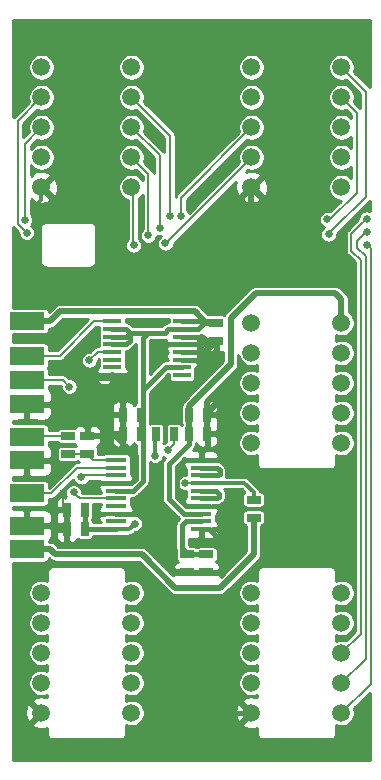
<source format=gbr>
G04 #@! TF.GenerationSoftware,KiCad,Pcbnew,5.1.2+dfsg1-1*
G04 #@! TF.CreationDate,2019-07-23T12:53:29+03:00*
G04 #@! TF.ProjectId,cps1_adapter,63707331-5f61-4646-9170-7465722e6b69,rev?*
G04 #@! TF.SameCoordinates,Original*
G04 #@! TF.FileFunction,Copper,L1,Top*
G04 #@! TF.FilePolarity,Positive*
%FSLAX46Y46*%
G04 Gerber Fmt 4.6, Leading zero omitted, Abs format (unit mm)*
G04 Created by KiCad (PCBNEW 5.1.2+dfsg1-1) date 2019-07-23 12:53:29*
%MOMM*%
%LPD*%
G04 APERTURE LIST*
%ADD10R,1.750000X0.450000*%
%ADD11R,1.500000X0.450000*%
%ADD12C,1.500000*%
%ADD13R,0.635000X1.143000*%
%ADD14R,1.143000X0.635000*%
%ADD15R,3.000000X1.500000*%
%ADD16C,0.660000*%
%ADD17C,0.500000*%
%ADD18C,0.200000*%
%ADD19C,0.400000*%
%ADD20C,0.300000*%
%ADD21C,0.254000*%
G04 APERTURE END LIST*
D10*
X49750000Y-68755000D03*
X49750000Y-69405000D03*
X49750000Y-70055000D03*
X49750000Y-70705000D03*
X49750000Y-71355000D03*
X49750000Y-72005000D03*
X49750000Y-72655000D03*
X49750000Y-73305000D03*
X49750000Y-73955000D03*
X49750000Y-74605000D03*
X56950000Y-74605000D03*
X56950000Y-73955000D03*
X56950000Y-73305000D03*
X56950000Y-72655000D03*
X56950000Y-72005000D03*
X56950000Y-71355000D03*
X56950000Y-70705000D03*
X56950000Y-70055000D03*
X56950000Y-69405000D03*
X56950000Y-68755000D03*
D11*
X49440000Y-57005000D03*
X49440000Y-57655000D03*
X49440000Y-58305000D03*
X49440000Y-58955000D03*
X49440000Y-59605000D03*
X49440000Y-60255000D03*
X49440000Y-60905000D03*
X49440000Y-61555000D03*
X55340000Y-61555000D03*
X55340000Y-60905000D03*
X55340000Y-60255000D03*
X55340000Y-59605000D03*
X55340000Y-58955000D03*
X55340000Y-58305000D03*
X55340000Y-57655000D03*
X55340000Y-57005000D03*
D12*
X43445000Y-35500000D03*
X51065000Y-45660000D03*
X43445000Y-38040000D03*
X51065000Y-43120000D03*
X43445000Y-40580000D03*
X51065000Y-40580000D03*
X43445000Y-43120000D03*
X51065000Y-38040000D03*
X43445000Y-45660000D03*
X51065000Y-35500000D03*
X68845000Y-57140000D03*
X61225000Y-67300000D03*
X68845000Y-59680000D03*
X61225000Y-64760000D03*
X68845000Y-62220000D03*
X61225000Y-62220000D03*
X68845000Y-64760000D03*
X61225000Y-59680000D03*
X68845000Y-67300000D03*
X61225000Y-57140000D03*
X43445000Y-80000000D03*
X51065000Y-90160000D03*
X43445000Y-82540000D03*
X51065000Y-87620000D03*
X43445000Y-85080000D03*
X51065000Y-85080000D03*
X43445000Y-87620000D03*
X51065000Y-82540000D03*
X43445000Y-90160000D03*
X51065000Y-80000000D03*
X68845000Y-80000000D03*
X61225000Y-90160000D03*
X68845000Y-82540000D03*
X61225000Y-87620000D03*
X68845000Y-85080000D03*
X61225000Y-85080000D03*
X68845000Y-87620000D03*
X61225000Y-82540000D03*
X68845000Y-90160000D03*
X61225000Y-80000000D03*
X61225000Y-35500000D03*
X68845000Y-45660000D03*
X61225000Y-38040000D03*
X68845000Y-43120000D03*
X61225000Y-40580000D03*
X68845000Y-40580000D03*
X61225000Y-43120000D03*
X68845000Y-38040000D03*
X61225000Y-45660000D03*
X68845000Y-35500000D03*
D13*
X51852000Y-64900000D03*
X50328000Y-64900000D03*
X45588000Y-74610000D03*
X47112000Y-74610000D03*
X47122000Y-72980000D03*
X45598000Y-72980000D03*
D14*
X57410000Y-76748000D03*
X57410000Y-78272000D03*
D13*
X55938000Y-66530000D03*
X57462000Y-66530000D03*
X57452000Y-64900000D03*
X55928000Y-64900000D03*
D14*
X61400000Y-72098000D03*
X61400000Y-73622000D03*
X55780000Y-76748000D03*
X55780000Y-78272000D03*
X58230000Y-58652000D03*
X58230000Y-57128000D03*
D13*
X51852000Y-66530000D03*
X50328000Y-66530000D03*
X53138000Y-66540000D03*
X54662000Y-66540000D03*
D14*
X47310000Y-68242000D03*
X47310000Y-66718000D03*
X45690000Y-68242000D03*
X45690000Y-66718000D03*
D15*
X42200000Y-66780000D03*
X42200000Y-68790000D03*
X42200000Y-59910000D03*
X42200000Y-61970000D03*
X42200000Y-64020000D03*
X42200000Y-71560000D03*
X42200000Y-56990000D03*
X42200000Y-76310000D03*
X42200000Y-74310000D03*
D16*
X45300000Y-69540000D03*
X45300000Y-71540000D03*
X45300000Y-64010000D03*
X45840000Y-61460000D03*
X42680000Y-78210000D03*
X55440000Y-71730000D03*
X52940000Y-74130000D03*
X59330000Y-76980000D03*
X57900000Y-81210000D03*
X58790000Y-63400000D03*
X58330000Y-60110000D03*
X53900000Y-62910000D03*
X50990000Y-62370000D03*
X52980000Y-59500000D03*
X66580000Y-76380000D03*
X66580000Y-74240000D03*
X66580000Y-72360000D03*
X66580000Y-70690000D03*
X53330000Y-55320000D03*
X54790000Y-55320000D03*
X56380000Y-55320000D03*
X57800000Y-55320000D03*
X57910000Y-82280000D03*
X58860000Y-83220000D03*
X58840000Y-81760000D03*
X56350000Y-80760000D03*
X56500000Y-84620000D03*
X55590000Y-83740000D03*
X54700000Y-82840000D03*
X54680000Y-84630000D03*
X55550000Y-85480000D03*
X56340000Y-86200000D03*
X57400000Y-87230000D03*
X57400000Y-85520000D03*
X59570000Y-75490000D03*
X59540000Y-74320000D03*
X59540000Y-72970000D03*
X59580000Y-71820000D03*
X51800000Y-55310000D03*
X50330000Y-55320000D03*
X52990000Y-57230000D03*
X43610000Y-55300000D03*
X47470000Y-58730000D03*
X45440000Y-58360000D03*
X59170000Y-55320000D03*
X69740000Y-55380000D03*
X45800000Y-62530000D03*
X46160012Y-71500026D03*
X51350000Y-74130000D03*
X53060000Y-68380000D03*
X55610000Y-70700000D03*
X54190000Y-67910000D03*
X70980001Y-50510001D03*
X70989998Y-49420000D03*
X55270000Y-48130000D03*
X70990000Y-48310002D03*
X53942497Y-50402533D03*
X67620000Y-48360000D03*
X67750000Y-49640000D03*
X51238335Y-50578335D03*
X42190000Y-49500002D03*
X52490000Y-49740000D03*
X42050000Y-48430000D03*
X53440000Y-49109998D03*
X54310000Y-48130000D03*
X46810000Y-70220000D03*
X47500000Y-60300000D03*
D17*
X45288000Y-74310000D02*
X45588000Y-74610000D01*
X42200000Y-74310000D02*
X45288000Y-74310000D01*
X45588000Y-72990000D02*
X45598000Y-72980000D01*
X45588000Y-74610000D02*
X45588000Y-72990000D01*
X45588000Y-74864000D02*
X45590000Y-74866000D01*
X45588000Y-74610000D02*
X45588000Y-74864000D01*
D18*
X42200000Y-68790000D02*
X44550000Y-68790000D01*
X44550000Y-68790000D02*
X45300000Y-69540000D01*
X45300000Y-72682000D02*
X45598000Y-72980000D01*
X45300000Y-71540000D02*
X45300000Y-72682000D01*
X45857611Y-70870025D02*
X46830025Y-70870025D01*
X45300000Y-71540000D02*
X45300000Y-71427636D01*
X45300000Y-71427636D02*
X45857611Y-70870025D01*
X46830025Y-70870025D02*
X47100000Y-71140000D01*
X47100000Y-71140000D02*
X48190000Y-71140000D01*
X48625000Y-70705000D02*
X49750000Y-70705000D01*
X48190000Y-71140000D02*
X48625000Y-70705000D01*
D19*
X51025000Y-70705000D02*
X51410000Y-70320000D01*
X49750000Y-70705000D02*
X51025000Y-70705000D01*
X51410000Y-70320000D02*
X51410000Y-68440000D01*
X49688000Y-66718000D02*
X47310000Y-66718000D01*
X51410000Y-68440000D02*
X49688000Y-66718000D01*
X57141500Y-58305000D02*
X55340000Y-58305000D01*
X58460000Y-58652000D02*
X57488500Y-58652000D01*
X57488500Y-58652000D02*
X57141500Y-58305000D01*
X58157000Y-58955000D02*
X58460000Y-58652000D01*
X57160000Y-59605000D02*
X57810000Y-58955000D01*
X55340000Y-59605000D02*
X57160000Y-59605000D01*
X55340000Y-58955000D02*
X57810000Y-58955000D01*
X57810000Y-58955000D02*
X58157000Y-58955000D01*
X55340000Y-60255000D02*
X57165000Y-60255000D01*
X58206000Y-58652000D02*
X58460000Y-58652000D01*
X57165000Y-59693000D02*
X58206000Y-58652000D01*
X57165000Y-60255000D02*
X57165000Y-59693000D01*
X51645000Y-73305000D02*
X49750000Y-73305000D01*
X45588000Y-75581500D02*
X46076500Y-76070000D01*
X46076500Y-76070000D02*
X51630000Y-76070000D01*
X51630000Y-76070000D02*
X52160000Y-75540000D01*
X45588000Y-74610000D02*
X45588000Y-75581500D01*
X52160000Y-73820000D02*
X51645000Y-73305000D01*
X49876000Y-66530000D02*
X49688000Y-66718000D01*
X50328000Y-66530000D02*
X49876000Y-66530000D01*
X50328000Y-66530000D02*
X50328000Y-64900000D01*
X42200000Y-64020000D02*
X45290000Y-64020000D01*
X45290000Y-64020000D02*
X45300000Y-64010000D01*
X45300000Y-64010000D02*
X47380000Y-66090000D01*
X47380000Y-66648000D02*
X47310000Y-66718000D01*
X47380000Y-66090000D02*
X47380000Y-66648000D01*
D18*
X45840000Y-61460000D02*
X47360000Y-61460000D01*
X47455000Y-61555000D02*
X49440000Y-61555000D01*
X47360000Y-61460000D02*
X47455000Y-61555000D01*
D19*
X41470000Y-88185000D02*
X41470000Y-84860000D01*
X43445000Y-90160000D02*
X41470000Y-88185000D01*
X41470000Y-84860000D02*
X41470000Y-79420000D01*
X41470000Y-79420000D02*
X42680000Y-78210000D01*
X59760000Y-90160000D02*
X61225000Y-90160000D01*
X59660000Y-90260000D02*
X59760000Y-90160000D01*
X57400000Y-88000000D02*
X59660000Y-90260000D01*
X43009999Y-77880001D02*
X44009999Y-77880001D01*
X42680000Y-78210000D02*
X43009999Y-77880001D01*
X44270000Y-77620000D02*
X51220000Y-77620000D01*
X44009999Y-77880001D02*
X44270000Y-77620000D01*
X55675000Y-72655000D02*
X54880000Y-71860000D01*
X56950000Y-72655000D02*
X55675000Y-72655000D01*
X54880000Y-71860000D02*
X54880000Y-69370000D01*
X55495000Y-68755000D02*
X56950000Y-68755000D01*
X54880000Y-69370000D02*
X55495000Y-68755000D01*
X56950000Y-68130000D02*
X57480000Y-67600000D01*
X56950000Y-68755000D02*
X56950000Y-68130000D01*
X57462000Y-67582000D02*
X57462000Y-66530000D01*
X57480000Y-67600000D02*
X57462000Y-67582000D01*
X54880000Y-71860000D02*
X55310000Y-71860000D01*
X55310000Y-71860000D02*
X55440000Y-71730000D01*
X52160000Y-74150000D02*
X52160000Y-73820000D01*
X52180000Y-74130000D02*
X52940000Y-74130000D01*
X52160000Y-74150000D02*
X52180000Y-74130000D01*
X55780000Y-78272000D02*
X57410000Y-78272000D01*
X57600000Y-74605000D02*
X56950000Y-74605000D01*
X58660000Y-75665000D02*
X57600000Y-74605000D01*
X57410000Y-78272000D02*
X58381500Y-78272000D01*
X58381500Y-78272000D02*
X58660000Y-77993500D01*
D17*
X54708500Y-78272000D02*
X52160000Y-75723500D01*
X55780000Y-78272000D02*
X54708500Y-78272000D01*
X52160000Y-75723500D02*
X52160000Y-75310000D01*
D19*
X52160000Y-75540000D02*
X52160000Y-75310000D01*
X52160000Y-75310000D02*
X52160000Y-74150000D01*
X59210000Y-76860000D02*
X59330000Y-76980000D01*
X58660000Y-76860000D02*
X59210000Y-76860000D01*
X58660000Y-76860000D02*
X58660000Y-75665000D01*
X58660000Y-77993500D02*
X58660000Y-76860000D01*
X56903310Y-81740000D02*
X55340000Y-81740000D01*
X57900000Y-81210000D02*
X57433310Y-81210000D01*
X57433310Y-81210000D02*
X56903310Y-81740000D01*
X51220000Y-77620000D02*
X55340000Y-81740000D01*
X55340000Y-81740000D02*
X57400000Y-83800000D01*
D17*
X57462000Y-64910000D02*
X57452000Y-64900000D01*
X57462000Y-66530000D02*
X57462000Y-64910000D01*
X57452000Y-64900000D02*
X57452000Y-64738000D01*
X57452000Y-64738000D02*
X58790000Y-63400000D01*
X58330000Y-58752000D02*
X58230000Y-58652000D01*
X58330000Y-60110000D02*
X58330000Y-58752000D01*
X58000001Y-60680001D02*
X55810002Y-62870000D01*
X58330000Y-60110000D02*
X58000001Y-60439999D01*
X58000001Y-60439999D02*
X58000001Y-60680001D01*
X55810002Y-62870000D02*
X53940000Y-62870000D01*
X53940000Y-62870000D02*
X53900000Y-62910000D01*
X46169999Y-61789999D02*
X45840000Y-61460000D01*
X50990000Y-62370000D02*
X50660001Y-62040001D01*
X49925001Y-62040001D02*
X49465001Y-61580001D01*
X50660001Y-62040001D02*
X49925001Y-62040001D01*
X49465001Y-61580001D02*
X49414999Y-61580001D01*
X49414999Y-61580001D02*
X49205001Y-61789999D01*
X49205001Y-61789999D02*
X46169999Y-61789999D01*
D19*
X54190000Y-58955000D02*
X53625000Y-59520000D01*
X55340000Y-58955000D02*
X54190000Y-58955000D01*
X53625000Y-59520000D02*
X53000000Y-59520000D01*
X53000000Y-59520000D02*
X52980000Y-59500000D01*
X66580000Y-76380000D02*
X66580000Y-74240000D01*
X66580000Y-72360000D02*
X66580000Y-70690000D01*
X66580000Y-70690000D02*
X65700000Y-69810000D01*
X65700000Y-69810000D02*
X61470000Y-69810000D01*
X58190000Y-66530000D02*
X57462000Y-66530000D01*
X61470000Y-69810000D02*
X58190000Y-66530000D01*
D17*
X54790000Y-55320000D02*
X56380000Y-55320000D01*
X57800000Y-55320000D02*
X58650000Y-55320000D01*
X57910000Y-82280000D02*
X57920000Y-82280000D01*
X57920000Y-82280000D02*
X58860000Y-83220000D01*
X57910000Y-82280000D02*
X57870000Y-82280000D01*
X57870000Y-82280000D02*
X56350000Y-80760000D01*
X57400000Y-85640000D02*
X57400000Y-85520000D01*
D19*
X57400000Y-83800000D02*
X57400000Y-85640000D01*
D17*
X55590000Y-83740000D02*
X55590000Y-83730000D01*
X55590000Y-83730000D02*
X54700000Y-82840000D01*
X54680000Y-84630000D02*
X54700000Y-84630000D01*
X54700000Y-84630000D02*
X55550000Y-85480000D01*
X56370000Y-86200000D02*
X57400000Y-87230000D01*
X56340000Y-86200000D02*
X56370000Y-86200000D01*
D19*
X57400000Y-85640000D02*
X57400000Y-87230000D01*
X57400000Y-87230000D02*
X57400000Y-88000000D01*
D17*
X56500000Y-84620000D02*
X57400000Y-85520000D01*
D20*
X59330000Y-76980000D02*
X59330000Y-75780000D01*
X59330000Y-75780000D02*
X59570000Y-75540000D01*
X59570000Y-75540000D02*
X59570000Y-75490000D01*
X59540000Y-74320000D02*
X59540000Y-72970000D01*
D17*
X51810000Y-55320000D02*
X51800000Y-55310000D01*
X53330000Y-55320000D02*
X51810000Y-55320000D01*
D20*
X43445000Y-46720660D02*
X43080000Y-47085660D01*
X43445000Y-45660000D02*
X43445000Y-46720660D01*
X43080000Y-47085660D02*
X43080000Y-53570000D01*
X43080000Y-53570000D02*
X43080000Y-54770000D01*
X43080000Y-54770000D02*
X43610000Y-55300000D01*
D17*
X58650000Y-55320000D02*
X59170000Y-55320000D01*
X61225000Y-53265000D02*
X59170000Y-55320000D01*
X61225000Y-45660000D02*
X61225000Y-53265000D01*
X42200000Y-76310000D02*
X44200000Y-76310000D01*
X58540000Y-79590000D02*
X61400000Y-76730000D01*
X54790000Y-79590000D02*
X58540000Y-79590000D01*
X51930000Y-76730000D02*
X54790000Y-79590000D01*
X44620000Y-76730000D02*
X51930000Y-76730000D01*
X44200000Y-76310000D02*
X44620000Y-76730000D01*
X61400000Y-76730000D02*
X61400000Y-73622000D01*
D19*
X58337000Y-57005000D02*
X58460000Y-57128000D01*
X55340000Y-57655000D02*
X56720000Y-57655000D01*
X55340000Y-57005000D02*
X57370000Y-57005000D01*
X56720000Y-57655000D02*
X57370000Y-57005000D01*
X57370000Y-57005000D02*
X58337000Y-57005000D01*
X54190000Y-57655000D02*
X53860000Y-57985000D01*
X55340000Y-57655000D02*
X54190000Y-57655000D01*
X50590000Y-57655000D02*
X50920000Y-57985000D01*
X49440000Y-57655000D02*
X50590000Y-57655000D01*
X50590000Y-58305000D02*
X50910000Y-57985000D01*
X49440000Y-58305000D02*
X50590000Y-58305000D01*
X50920000Y-57985000D02*
X51530000Y-57985000D01*
X50910000Y-57985000D02*
X51530000Y-57985000D01*
X50910000Y-58635000D02*
X50910000Y-57985000D01*
X50590000Y-58955000D02*
X50910000Y-58635000D01*
X49440000Y-58955000D02*
X50590000Y-58955000D01*
X51852000Y-66530000D02*
X51852000Y-64900000D01*
X53965000Y-60905000D02*
X55340000Y-60905000D01*
X53950000Y-60890000D02*
X53965000Y-60905000D01*
X52010010Y-70568532D02*
X52010010Y-62829990D01*
X52010010Y-62829990D02*
X53950000Y-60890000D01*
X49750000Y-71355000D02*
X51223542Y-71355000D01*
X51223542Y-71355000D02*
X52010010Y-70568532D01*
X52010010Y-62829990D02*
X52010010Y-58404990D01*
X52010010Y-58404990D02*
X52430000Y-57985000D01*
X51530000Y-57985000D02*
X52430000Y-57985000D01*
X52430000Y-57985000D02*
X53860000Y-57985000D01*
D17*
X57388500Y-57128000D02*
X58460000Y-57128000D01*
X56430500Y-56170000D02*
X57388500Y-57128000D01*
X45020000Y-56170000D02*
X56430500Y-56170000D01*
X42200000Y-56990000D02*
X44200000Y-56990000D01*
X44200000Y-56990000D02*
X45020000Y-56170000D01*
D18*
X44290000Y-71560000D02*
X42200000Y-71560000D01*
X49750000Y-69405000D02*
X46445000Y-69405000D01*
X46445000Y-69405000D02*
X44290000Y-71560000D01*
X45240000Y-61970000D02*
X42200000Y-61970000D01*
X45800000Y-62530000D02*
X45240000Y-61970000D01*
X46664986Y-72005000D02*
X46490011Y-71830025D01*
X46490011Y-71830025D02*
X46160012Y-71500026D01*
X49750000Y-72005000D02*
X46664986Y-72005000D01*
X48490000Y-57005000D02*
X49440000Y-57005000D01*
X47875000Y-57005000D02*
X48490000Y-57005000D01*
X42200000Y-59910000D02*
X44970000Y-59910000D01*
X44970000Y-59910000D02*
X47875000Y-57005000D01*
X42262000Y-66718000D02*
X42200000Y-66780000D01*
X45690000Y-66718000D02*
X42262000Y-66718000D01*
X45690000Y-68242000D02*
X47310000Y-68242000D01*
X47823000Y-68755000D02*
X47310000Y-68242000D01*
X49750000Y-68755000D02*
X47823000Y-68755000D01*
D19*
X47112000Y-72990000D02*
X47122000Y-72980000D01*
X47112000Y-74610000D02*
X47112000Y-72990000D01*
X47117000Y-74605000D02*
X47112000Y-74610000D01*
X49750000Y-74605000D02*
X47117000Y-74605000D01*
D20*
X49750000Y-74605000D02*
X50875000Y-74605000D01*
X50875000Y-74605000D02*
X51350000Y-74130000D01*
X53060000Y-66618000D02*
X53138000Y-66540000D01*
X53060000Y-68380000D02*
X53060000Y-66618000D01*
D18*
X56950000Y-70705000D02*
X55615000Y-70705000D01*
X55615000Y-70705000D02*
X55610000Y-70700000D01*
X54662000Y-67342000D02*
X54662000Y-66540000D01*
X54190000Y-67910000D02*
X54662000Y-67438000D01*
X54662000Y-67438000D02*
X54662000Y-67342000D01*
D20*
X61400000Y-71480500D02*
X61400000Y-72098000D01*
X60624500Y-70705000D02*
X61400000Y-71480500D01*
X56950000Y-70705000D02*
X60624500Y-70705000D01*
D19*
X57410000Y-76748000D02*
X55780000Y-76748000D01*
X55675000Y-73955000D02*
X55370000Y-74260000D01*
X56950000Y-73955000D02*
X55675000Y-73955000D01*
X55370000Y-74260000D02*
X55370000Y-76180000D01*
X55780000Y-76590000D02*
X55780000Y-76748000D01*
X55370000Y-76180000D02*
X55780000Y-76590000D01*
D17*
X55938000Y-64910000D02*
X55928000Y-64900000D01*
X55938000Y-66530000D02*
X55938000Y-64910000D01*
X68845000Y-55135000D02*
X68845000Y-57140000D01*
X55928000Y-64212000D02*
X59481501Y-60658499D01*
X55928000Y-64900000D02*
X55928000Y-64212000D01*
X59481501Y-60658499D02*
X59481501Y-56708499D01*
X61580000Y-54610000D02*
X68320000Y-54610000D01*
X59481501Y-56708499D02*
X61580000Y-54610000D01*
X68320000Y-54610000D02*
X68845000Y-55135000D01*
D19*
X55938000Y-66530000D02*
X55938000Y-67372000D01*
X55938000Y-67372000D02*
X54220000Y-69090000D01*
X55675000Y-73305000D02*
X56950000Y-73305000D01*
X55476458Y-73305000D02*
X55675000Y-73305000D01*
X54220000Y-72048542D02*
X55476458Y-73305000D01*
X54220000Y-69090000D02*
X54220000Y-72048542D01*
D18*
X71310000Y-87695000D02*
X71310000Y-50840000D01*
X71310000Y-50840000D02*
X70980001Y-50510001D01*
X68845000Y-90160000D02*
X71310000Y-87695000D01*
X70140000Y-50760000D02*
X70140000Y-50180000D01*
X70140000Y-50180000D02*
X70900000Y-49420000D01*
X68845000Y-87620000D02*
X70890506Y-85574494D01*
X70900000Y-49420000D02*
X70989998Y-49420000D01*
X70890506Y-51510506D02*
X70140000Y-50760000D01*
X70890506Y-85574494D02*
X70890506Y-51510506D01*
X61225000Y-40580000D02*
X55270000Y-46535000D01*
X55270000Y-46535000D02*
X55270000Y-47663310D01*
X55270000Y-47663310D02*
X55270000Y-48130000D01*
X69690000Y-49610002D02*
X70660001Y-48640001D01*
X69690000Y-51020000D02*
X69690000Y-49610002D01*
X70480000Y-51810000D02*
X69690000Y-51020000D01*
X70660001Y-48640001D02*
X70990000Y-48310002D01*
X68845000Y-85080000D02*
X70480000Y-83445000D01*
X70480000Y-83445000D02*
X70480000Y-51810000D01*
X61225000Y-43195000D02*
X54017467Y-50402533D01*
X61225000Y-43120000D02*
X61225000Y-43195000D01*
X54017467Y-50402533D02*
X53942497Y-50402533D01*
X70140000Y-39335000D02*
X68845000Y-38040000D01*
X70140000Y-46130000D02*
X70140000Y-39335000D01*
X67620000Y-48360000D02*
X67910000Y-48360000D01*
X67910000Y-48360000D02*
X70140000Y-46130000D01*
X70920000Y-46470000D02*
X68079999Y-49310001D01*
X68079999Y-49310001D02*
X67750000Y-49640000D01*
X70920000Y-37575000D02*
X70920000Y-46470000D01*
X68845000Y-35500000D02*
X70920000Y-37575000D01*
X51220000Y-50560000D02*
X51238335Y-50578335D01*
X51065000Y-45660000D02*
X51220000Y-45815000D01*
X51220000Y-45815000D02*
X51220000Y-50560000D01*
X41860001Y-49170003D02*
X42190000Y-49500002D01*
X41420000Y-48730002D02*
X41860001Y-49170003D01*
X43445000Y-38040000D02*
X41420000Y-40065000D01*
X41420000Y-40065000D02*
X41420000Y-48730002D01*
X51065000Y-43120000D02*
X52490000Y-44545000D01*
X52490000Y-44545000D02*
X52490000Y-49273310D01*
X52490000Y-49273310D02*
X52490000Y-49740000D01*
X43445000Y-40580000D02*
X42050000Y-41975000D01*
X42050000Y-47963310D02*
X42050000Y-48430000D01*
X42050000Y-41975000D02*
X42050000Y-47963310D01*
X53440000Y-42955000D02*
X53440000Y-48643308D01*
X51065000Y-40580000D02*
X53440000Y-42955000D01*
X53440000Y-48643308D02*
X53440000Y-49109998D01*
X51065000Y-38040000D02*
X54310000Y-41285000D01*
X54310000Y-41285000D02*
X54310000Y-47663310D01*
X54310000Y-47663310D02*
X54310000Y-48130000D01*
X49750000Y-70055000D02*
X46975000Y-70055000D01*
X46975000Y-70055000D02*
X46810000Y-70220000D01*
X48195000Y-59605000D02*
X49440000Y-59605000D01*
X47500000Y-60300000D02*
X48195000Y-59605000D01*
D19*
X58225000Y-71355000D02*
X58460000Y-71590000D01*
X56950000Y-71355000D02*
X58225000Y-71355000D01*
X58460000Y-71590000D02*
X58460000Y-71890000D01*
X58345000Y-72005000D02*
X56950000Y-72005000D01*
X58460000Y-71890000D02*
X58345000Y-72005000D01*
X56950000Y-69405000D02*
X58295000Y-69405000D01*
X58295000Y-69405000D02*
X58520000Y-69630000D01*
X58520000Y-69630000D02*
X58520000Y-69920000D01*
X58385000Y-70055000D02*
X56950000Y-70055000D01*
X58520000Y-69920000D02*
X58385000Y-70055000D01*
D21*
G36*
X71234000Y-37208763D02*
G01*
X69909866Y-35884630D01*
X69932536Y-35829900D01*
X69976000Y-35611394D01*
X69976000Y-35388606D01*
X69932536Y-35170100D01*
X69847279Y-34964271D01*
X69723505Y-34779030D01*
X69565970Y-34621495D01*
X69380729Y-34497721D01*
X69174900Y-34412464D01*
X68956394Y-34369000D01*
X68733606Y-34369000D01*
X68515100Y-34412464D01*
X68309271Y-34497721D01*
X68124030Y-34621495D01*
X67966495Y-34779030D01*
X67842721Y-34964271D01*
X67757464Y-35170100D01*
X67714000Y-35388606D01*
X67714000Y-35611394D01*
X67757464Y-35829900D01*
X67842721Y-36035729D01*
X67966495Y-36220970D01*
X68124030Y-36378505D01*
X68309271Y-36502279D01*
X68515100Y-36587536D01*
X68733606Y-36631000D01*
X68956394Y-36631000D01*
X69174900Y-36587536D01*
X69229630Y-36564866D01*
X70439000Y-37774237D01*
X70439000Y-38953764D01*
X69909866Y-38424630D01*
X69932536Y-38369900D01*
X69976000Y-38151394D01*
X69976000Y-37928606D01*
X69932536Y-37710100D01*
X69847279Y-37504271D01*
X69723505Y-37319030D01*
X69565970Y-37161495D01*
X69380729Y-37037721D01*
X69174900Y-36952464D01*
X68956394Y-36909000D01*
X68733606Y-36909000D01*
X68515100Y-36952464D01*
X68309271Y-37037721D01*
X68124030Y-37161495D01*
X67966495Y-37319030D01*
X67842721Y-37504271D01*
X67757464Y-37710100D01*
X67714000Y-37928606D01*
X67714000Y-38151394D01*
X67757464Y-38369900D01*
X67842721Y-38575729D01*
X67966495Y-38760970D01*
X68124030Y-38918505D01*
X68309271Y-39042279D01*
X68515100Y-39127536D01*
X68733606Y-39171000D01*
X68956394Y-39171000D01*
X69174900Y-39127536D01*
X69229630Y-39104866D01*
X69659001Y-39534237D01*
X69659001Y-39794526D01*
X69565970Y-39701495D01*
X69380729Y-39577721D01*
X69174900Y-39492464D01*
X68956394Y-39449000D01*
X68733606Y-39449000D01*
X68515100Y-39492464D01*
X68309271Y-39577721D01*
X68124030Y-39701495D01*
X67966495Y-39859030D01*
X67842721Y-40044271D01*
X67757464Y-40250100D01*
X67714000Y-40468606D01*
X67714000Y-40691394D01*
X67757464Y-40909900D01*
X67842721Y-41115729D01*
X67966495Y-41300970D01*
X68124030Y-41458505D01*
X68309271Y-41582279D01*
X68515100Y-41667536D01*
X68733606Y-41711000D01*
X68956394Y-41711000D01*
X69174900Y-41667536D01*
X69380729Y-41582279D01*
X69565970Y-41458505D01*
X69659001Y-41365474D01*
X69659001Y-42334526D01*
X69565970Y-42241495D01*
X69380729Y-42117721D01*
X69174900Y-42032464D01*
X68956394Y-41989000D01*
X68733606Y-41989000D01*
X68515100Y-42032464D01*
X68309271Y-42117721D01*
X68124030Y-42241495D01*
X67966495Y-42399030D01*
X67842721Y-42584271D01*
X67757464Y-42790100D01*
X67714000Y-43008606D01*
X67714000Y-43231394D01*
X67757464Y-43449900D01*
X67842721Y-43655729D01*
X67966495Y-43840970D01*
X68124030Y-43998505D01*
X68309271Y-44122279D01*
X68515100Y-44207536D01*
X68733606Y-44251000D01*
X68956394Y-44251000D01*
X69174900Y-44207536D01*
X69380729Y-44122279D01*
X69565970Y-43998505D01*
X69659000Y-43905475D01*
X69659000Y-44874525D01*
X69565970Y-44781495D01*
X69380729Y-44657721D01*
X69174900Y-44572464D01*
X68956394Y-44529000D01*
X68733606Y-44529000D01*
X68515100Y-44572464D01*
X68309271Y-44657721D01*
X68124030Y-44781495D01*
X67966495Y-44939030D01*
X67842721Y-45124271D01*
X67757464Y-45330100D01*
X67714000Y-45548606D01*
X67714000Y-45771394D01*
X67757464Y-45989900D01*
X67842721Y-46195729D01*
X67966495Y-46380970D01*
X68124030Y-46538505D01*
X68309271Y-46662279D01*
X68515100Y-46747536D01*
X68733606Y-46791000D01*
X68798763Y-46791000D01*
X67888237Y-47701527D01*
X67827391Y-47676324D01*
X67690027Y-47649000D01*
X67549973Y-47649000D01*
X67412609Y-47676324D01*
X67283215Y-47729920D01*
X67166764Y-47807730D01*
X67067730Y-47906764D01*
X66989920Y-48023215D01*
X66936324Y-48152609D01*
X66909000Y-48289973D01*
X66909000Y-48430027D01*
X66936324Y-48567391D01*
X66989920Y-48696785D01*
X67067730Y-48813236D01*
X67166764Y-48912270D01*
X67283215Y-48990080D01*
X67381796Y-49030913D01*
X67296764Y-49087730D01*
X67197730Y-49186764D01*
X67119920Y-49303215D01*
X67066324Y-49432609D01*
X67039000Y-49569973D01*
X67039000Y-49710027D01*
X67066324Y-49847391D01*
X67119920Y-49976785D01*
X67197730Y-50093236D01*
X67296764Y-50192270D01*
X67413215Y-50270080D01*
X67542609Y-50323676D01*
X67679973Y-50351000D01*
X67820027Y-50351000D01*
X67957391Y-50323676D01*
X68086785Y-50270080D01*
X68203236Y-50192270D01*
X68302270Y-50093236D01*
X68380080Y-49976785D01*
X68433676Y-49847391D01*
X68461000Y-49710027D01*
X68461000Y-49609236D01*
X71234000Y-46836237D01*
X71234000Y-47641490D01*
X71197391Y-47626326D01*
X71060027Y-47599002D01*
X70919973Y-47599002D01*
X70782609Y-47626326D01*
X70653215Y-47679922D01*
X70536764Y-47757732D01*
X70437730Y-47856766D01*
X70359920Y-47973217D01*
X70306324Y-48102611D01*
X70279000Y-48239975D01*
X70279000Y-48340766D01*
X69366589Y-49253177D01*
X69348237Y-49268238D01*
X69333176Y-49286590D01*
X69288129Y-49341480D01*
X69243465Y-49425041D01*
X69215960Y-49515710D01*
X69206673Y-49610002D01*
X69209001Y-49633638D01*
X69209000Y-50996373D01*
X69206673Y-51020000D01*
X69209000Y-51043625D01*
X69215960Y-51114291D01*
X69243464Y-51204960D01*
X69288128Y-51288522D01*
X69348236Y-51361764D01*
X69366594Y-51376830D01*
X69999001Y-52009238D01*
X69999000Y-83245763D01*
X69229630Y-84015134D01*
X69174900Y-83992464D01*
X68956394Y-83949000D01*
X68733606Y-83949000D01*
X68515100Y-83992464D01*
X68371000Y-84052152D01*
X68371000Y-83567848D01*
X68515100Y-83627536D01*
X68733606Y-83671000D01*
X68956394Y-83671000D01*
X69174900Y-83627536D01*
X69380729Y-83542279D01*
X69565970Y-83418505D01*
X69723505Y-83260970D01*
X69847279Y-83075729D01*
X69932536Y-82869900D01*
X69976000Y-82651394D01*
X69976000Y-82428606D01*
X69932536Y-82210100D01*
X69847279Y-82004271D01*
X69723505Y-81819030D01*
X69565970Y-81661495D01*
X69380729Y-81537721D01*
X69174900Y-81452464D01*
X68956394Y-81409000D01*
X68733606Y-81409000D01*
X68515100Y-81452464D01*
X68371000Y-81512152D01*
X68371000Y-81027848D01*
X68515100Y-81087536D01*
X68733606Y-81131000D01*
X68956394Y-81131000D01*
X69174900Y-81087536D01*
X69380729Y-81002279D01*
X69565970Y-80878505D01*
X69723505Y-80720970D01*
X69847279Y-80535729D01*
X69932536Y-80329900D01*
X69976000Y-80111394D01*
X69976000Y-79888606D01*
X69932536Y-79670100D01*
X69847279Y-79464271D01*
X69723505Y-79279030D01*
X69565970Y-79121495D01*
X69380729Y-78997721D01*
X69174900Y-78912464D01*
X68956394Y-78869000D01*
X68733606Y-78869000D01*
X68515100Y-78912464D01*
X68371000Y-78972152D01*
X68371000Y-78201168D01*
X68373085Y-78180000D01*
X68364763Y-78095509D01*
X68340118Y-78014266D01*
X68300097Y-77939391D01*
X68246237Y-77873763D01*
X68180609Y-77819903D01*
X68105734Y-77779882D01*
X68024491Y-77755237D01*
X67961168Y-77749000D01*
X67940000Y-77746915D01*
X67918832Y-77749000D01*
X62161168Y-77749000D01*
X62140000Y-77746915D01*
X62118832Y-77749000D01*
X62055509Y-77755237D01*
X61974266Y-77779882D01*
X61899391Y-77819903D01*
X61833763Y-77873763D01*
X61779903Y-77939391D01*
X61739882Y-78014266D01*
X61715237Y-78095509D01*
X61706915Y-78180000D01*
X61709001Y-78201179D01*
X61709001Y-78976295D01*
X61554900Y-78912464D01*
X61336394Y-78869000D01*
X61113606Y-78869000D01*
X60895100Y-78912464D01*
X60689271Y-78997721D01*
X60504030Y-79121495D01*
X60346495Y-79279030D01*
X60222721Y-79464271D01*
X60137464Y-79670100D01*
X60094000Y-79888606D01*
X60094000Y-80111394D01*
X60137464Y-80329900D01*
X60222721Y-80535729D01*
X60346495Y-80720970D01*
X60504030Y-80878505D01*
X60689271Y-81002279D01*
X60895100Y-81087536D01*
X61113606Y-81131000D01*
X61336394Y-81131000D01*
X61554900Y-81087536D01*
X61709001Y-81023705D01*
X61709001Y-81516295D01*
X61554900Y-81452464D01*
X61336394Y-81409000D01*
X61113606Y-81409000D01*
X60895100Y-81452464D01*
X60689271Y-81537721D01*
X60504030Y-81661495D01*
X60346495Y-81819030D01*
X60222721Y-82004271D01*
X60137464Y-82210100D01*
X60094000Y-82428606D01*
X60094000Y-82651394D01*
X60137464Y-82869900D01*
X60222721Y-83075729D01*
X60346495Y-83260970D01*
X60504030Y-83418505D01*
X60689271Y-83542279D01*
X60895100Y-83627536D01*
X61113606Y-83671000D01*
X61336394Y-83671000D01*
X61554900Y-83627536D01*
X61709001Y-83563706D01*
X61709001Y-84056294D01*
X61554900Y-83992464D01*
X61336394Y-83949000D01*
X61113606Y-83949000D01*
X60895100Y-83992464D01*
X60689271Y-84077721D01*
X60504030Y-84201495D01*
X60346495Y-84359030D01*
X60222721Y-84544271D01*
X60137464Y-84750100D01*
X60094000Y-84968606D01*
X60094000Y-85191394D01*
X60137464Y-85409900D01*
X60222721Y-85615729D01*
X60346495Y-85800970D01*
X60504030Y-85958505D01*
X60689271Y-86082279D01*
X60895100Y-86167536D01*
X61113606Y-86211000D01*
X61336394Y-86211000D01*
X61554900Y-86167536D01*
X61709000Y-86103706D01*
X61709000Y-86596294D01*
X61554900Y-86532464D01*
X61336394Y-86489000D01*
X61113606Y-86489000D01*
X60895100Y-86532464D01*
X60689271Y-86617721D01*
X60504030Y-86741495D01*
X60346495Y-86899030D01*
X60222721Y-87084271D01*
X60137464Y-87290100D01*
X60094000Y-87508606D01*
X60094000Y-87731394D01*
X60137464Y-87949900D01*
X60222721Y-88155729D01*
X60346495Y-88340970D01*
X60504030Y-88498505D01*
X60689271Y-88622279D01*
X60895100Y-88707536D01*
X61113606Y-88751000D01*
X61336394Y-88751000D01*
X61554900Y-88707536D01*
X61709000Y-88643706D01*
X61709000Y-88857211D01*
X61689884Y-88848240D01*
X61425040Y-88782750D01*
X61152508Y-88770188D01*
X60882762Y-88811035D01*
X60626168Y-88903723D01*
X60513137Y-88964140D01*
X60447612Y-89203007D01*
X61225000Y-89980395D01*
X61239143Y-89966253D01*
X61418748Y-90145858D01*
X61404605Y-90160000D01*
X61418748Y-90174143D01*
X61239143Y-90353748D01*
X61225000Y-90339605D01*
X60447612Y-91116993D01*
X60513137Y-91355860D01*
X60760116Y-91471760D01*
X61024960Y-91537250D01*
X61297492Y-91549812D01*
X61567238Y-91508965D01*
X61709000Y-91457757D01*
X61709000Y-91958832D01*
X61706915Y-91980000D01*
X61715237Y-92064491D01*
X61739882Y-92145734D01*
X61779903Y-92220609D01*
X61833763Y-92286237D01*
X61899391Y-92340097D01*
X61974266Y-92380118D01*
X62055509Y-92404763D01*
X62140000Y-92413085D01*
X62161168Y-92411000D01*
X67918832Y-92411000D01*
X67940000Y-92413085D01*
X67961168Y-92411000D01*
X68024491Y-92404763D01*
X68105734Y-92380118D01*
X68180609Y-92340097D01*
X68246237Y-92286237D01*
X68300097Y-92220609D01*
X68340118Y-92145734D01*
X68364763Y-92064491D01*
X68373085Y-91980000D01*
X68371000Y-91958832D01*
X68371000Y-91187848D01*
X68515100Y-91247536D01*
X68733606Y-91291000D01*
X68956394Y-91291000D01*
X69174900Y-91247536D01*
X69380729Y-91162279D01*
X69565970Y-91038505D01*
X69723505Y-90880970D01*
X69847279Y-90695729D01*
X69932536Y-90489900D01*
X69976000Y-90271394D01*
X69976000Y-90048606D01*
X69932536Y-89830100D01*
X69909866Y-89775370D01*
X71234001Y-88451236D01*
X71234001Y-94144000D01*
X41072000Y-94144000D01*
X41072000Y-90232492D01*
X42055188Y-90232492D01*
X42096035Y-90502238D01*
X42188723Y-90758832D01*
X42249140Y-90871863D01*
X42488007Y-90937388D01*
X43265395Y-90160000D01*
X42488007Y-89382612D01*
X42249140Y-89448137D01*
X42133240Y-89695116D01*
X42067750Y-89959960D01*
X42055188Y-90232492D01*
X41072000Y-90232492D01*
X41072000Y-79888606D01*
X42314000Y-79888606D01*
X42314000Y-80111394D01*
X42357464Y-80329900D01*
X42442721Y-80535729D01*
X42566495Y-80720970D01*
X42724030Y-80878505D01*
X42909271Y-81002279D01*
X43115100Y-81087536D01*
X43333606Y-81131000D01*
X43556394Y-81131000D01*
X43774900Y-81087536D01*
X43929001Y-81023705D01*
X43929001Y-81516295D01*
X43774900Y-81452464D01*
X43556394Y-81409000D01*
X43333606Y-81409000D01*
X43115100Y-81452464D01*
X42909271Y-81537721D01*
X42724030Y-81661495D01*
X42566495Y-81819030D01*
X42442721Y-82004271D01*
X42357464Y-82210100D01*
X42314000Y-82428606D01*
X42314000Y-82651394D01*
X42357464Y-82869900D01*
X42442721Y-83075729D01*
X42566495Y-83260970D01*
X42724030Y-83418505D01*
X42909271Y-83542279D01*
X43115100Y-83627536D01*
X43333606Y-83671000D01*
X43556394Y-83671000D01*
X43774900Y-83627536D01*
X43929001Y-83563706D01*
X43929001Y-84056294D01*
X43774900Y-83992464D01*
X43556394Y-83949000D01*
X43333606Y-83949000D01*
X43115100Y-83992464D01*
X42909271Y-84077721D01*
X42724030Y-84201495D01*
X42566495Y-84359030D01*
X42442721Y-84544271D01*
X42357464Y-84750100D01*
X42314000Y-84968606D01*
X42314000Y-85191394D01*
X42357464Y-85409900D01*
X42442721Y-85615729D01*
X42566495Y-85800970D01*
X42724030Y-85958505D01*
X42909271Y-86082279D01*
X43115100Y-86167536D01*
X43333606Y-86211000D01*
X43556394Y-86211000D01*
X43774900Y-86167536D01*
X43929000Y-86103706D01*
X43929000Y-86596294D01*
X43774900Y-86532464D01*
X43556394Y-86489000D01*
X43333606Y-86489000D01*
X43115100Y-86532464D01*
X42909271Y-86617721D01*
X42724030Y-86741495D01*
X42566495Y-86899030D01*
X42442721Y-87084271D01*
X42357464Y-87290100D01*
X42314000Y-87508606D01*
X42314000Y-87731394D01*
X42357464Y-87949900D01*
X42442721Y-88155729D01*
X42566495Y-88340970D01*
X42724030Y-88498505D01*
X42909271Y-88622279D01*
X43115100Y-88707536D01*
X43333606Y-88751000D01*
X43556394Y-88751000D01*
X43774900Y-88707536D01*
X43929000Y-88643706D01*
X43929000Y-88857211D01*
X43909884Y-88848240D01*
X43645040Y-88782750D01*
X43372508Y-88770188D01*
X43102762Y-88811035D01*
X42846168Y-88903723D01*
X42733137Y-88964140D01*
X42667612Y-89203007D01*
X43445000Y-89980395D01*
X43459143Y-89966253D01*
X43638748Y-90145858D01*
X43624605Y-90160000D01*
X43638748Y-90174143D01*
X43459143Y-90353748D01*
X43445000Y-90339605D01*
X42667612Y-91116993D01*
X42733137Y-91355860D01*
X42980116Y-91471760D01*
X43244960Y-91537250D01*
X43517492Y-91549812D01*
X43787238Y-91508965D01*
X43929000Y-91457757D01*
X43929000Y-91958832D01*
X43926915Y-91980000D01*
X43935237Y-92064491D01*
X43959882Y-92145734D01*
X43999903Y-92220609D01*
X44053763Y-92286237D01*
X44119391Y-92340097D01*
X44194266Y-92380118D01*
X44275509Y-92404763D01*
X44360000Y-92413085D01*
X44381168Y-92411000D01*
X50128832Y-92411000D01*
X50150000Y-92413085D01*
X50171168Y-92411000D01*
X50234491Y-92404763D01*
X50315734Y-92380118D01*
X50390609Y-92340097D01*
X50456237Y-92286237D01*
X50510097Y-92220609D01*
X50550118Y-92145734D01*
X50574763Y-92064491D01*
X50583085Y-91980000D01*
X50581000Y-91958832D01*
X50581000Y-91183706D01*
X50735100Y-91247536D01*
X50953606Y-91291000D01*
X51176394Y-91291000D01*
X51394900Y-91247536D01*
X51600729Y-91162279D01*
X51785970Y-91038505D01*
X51943505Y-90880970D01*
X52067279Y-90695729D01*
X52152536Y-90489900D01*
X52196000Y-90271394D01*
X52196000Y-90232492D01*
X59835188Y-90232492D01*
X59876035Y-90502238D01*
X59968723Y-90758832D01*
X60029140Y-90871863D01*
X60268007Y-90937388D01*
X61045395Y-90160000D01*
X60268007Y-89382612D01*
X60029140Y-89448137D01*
X59913240Y-89695116D01*
X59847750Y-89959960D01*
X59835188Y-90232492D01*
X52196000Y-90232492D01*
X52196000Y-90048606D01*
X52152536Y-89830100D01*
X52067279Y-89624271D01*
X51943505Y-89439030D01*
X51785970Y-89281495D01*
X51600729Y-89157721D01*
X51394900Y-89072464D01*
X51176394Y-89029000D01*
X50953606Y-89029000D01*
X50735100Y-89072464D01*
X50581000Y-89136294D01*
X50581000Y-88643706D01*
X50735100Y-88707536D01*
X50953606Y-88751000D01*
X51176394Y-88751000D01*
X51394900Y-88707536D01*
X51600729Y-88622279D01*
X51785970Y-88498505D01*
X51943505Y-88340970D01*
X52067279Y-88155729D01*
X52152536Y-87949900D01*
X52196000Y-87731394D01*
X52196000Y-87508606D01*
X52152536Y-87290100D01*
X52067279Y-87084271D01*
X51943505Y-86899030D01*
X51785970Y-86741495D01*
X51600729Y-86617721D01*
X51394900Y-86532464D01*
X51176394Y-86489000D01*
X50953606Y-86489000D01*
X50735100Y-86532464D01*
X50581000Y-86596294D01*
X50581000Y-86103706D01*
X50735100Y-86167536D01*
X50953606Y-86211000D01*
X51176394Y-86211000D01*
X51394900Y-86167536D01*
X51600729Y-86082279D01*
X51785970Y-85958505D01*
X51943505Y-85800970D01*
X52067279Y-85615729D01*
X52152536Y-85409900D01*
X52196000Y-85191394D01*
X52196000Y-84968606D01*
X52152536Y-84750100D01*
X52067279Y-84544271D01*
X51943505Y-84359030D01*
X51785970Y-84201495D01*
X51600729Y-84077721D01*
X51394900Y-83992464D01*
X51176394Y-83949000D01*
X50953606Y-83949000D01*
X50735100Y-83992464D01*
X50581000Y-84056294D01*
X50581000Y-83563706D01*
X50735100Y-83627536D01*
X50953606Y-83671000D01*
X51176394Y-83671000D01*
X51394900Y-83627536D01*
X51600729Y-83542279D01*
X51785970Y-83418505D01*
X51943505Y-83260970D01*
X52067279Y-83075729D01*
X52152536Y-82869900D01*
X52196000Y-82651394D01*
X52196000Y-82428606D01*
X52152536Y-82210100D01*
X52067279Y-82004271D01*
X51943505Y-81819030D01*
X51785970Y-81661495D01*
X51600729Y-81537721D01*
X51394900Y-81452464D01*
X51176394Y-81409000D01*
X50953606Y-81409000D01*
X50735100Y-81452464D01*
X50581000Y-81516294D01*
X50581000Y-81023706D01*
X50735100Y-81087536D01*
X50953606Y-81131000D01*
X51176394Y-81131000D01*
X51394900Y-81087536D01*
X51600729Y-81002279D01*
X51785970Y-80878505D01*
X51943505Y-80720970D01*
X52067279Y-80535729D01*
X52152536Y-80329900D01*
X52196000Y-80111394D01*
X52196000Y-79888606D01*
X52152536Y-79670100D01*
X52067279Y-79464271D01*
X51943505Y-79279030D01*
X51785970Y-79121495D01*
X51600729Y-78997721D01*
X51394900Y-78912464D01*
X51176394Y-78869000D01*
X50953606Y-78869000D01*
X50735100Y-78912464D01*
X50581000Y-78976294D01*
X50581000Y-78201168D01*
X50583085Y-78180000D01*
X50574763Y-78095509D01*
X50550118Y-78014266D01*
X50510097Y-77939391D01*
X50456237Y-77873763D01*
X50390609Y-77819903D01*
X50315734Y-77779882D01*
X50234491Y-77755237D01*
X50171168Y-77749000D01*
X50150000Y-77746915D01*
X50128832Y-77749000D01*
X44381168Y-77749000D01*
X44360000Y-77746915D01*
X44338832Y-77749000D01*
X44275509Y-77755237D01*
X44194266Y-77779882D01*
X44119391Y-77819903D01*
X44053763Y-77873763D01*
X43999903Y-77939391D01*
X43959882Y-78014266D01*
X43935237Y-78095509D01*
X43926915Y-78180000D01*
X43929001Y-78201179D01*
X43929001Y-78976295D01*
X43774900Y-78912464D01*
X43556394Y-78869000D01*
X43333606Y-78869000D01*
X43115100Y-78912464D01*
X42909271Y-78997721D01*
X42724030Y-79121495D01*
X42566495Y-79279030D01*
X42442721Y-79464271D01*
X42357464Y-79670100D01*
X42314000Y-79888606D01*
X41072000Y-79888606D01*
X41072000Y-77442843D01*
X43700000Y-77442843D01*
X43774689Y-77435487D01*
X43846508Y-77413701D01*
X43912696Y-77378322D01*
X43970711Y-77330711D01*
X44018322Y-77272696D01*
X44053701Y-77206508D01*
X44075487Y-77134689D01*
X44080583Y-77082951D01*
X44151895Y-77154263D01*
X44171657Y-77178343D01*
X44267739Y-77257196D01*
X44377358Y-77315789D01*
X44496302Y-77351870D01*
X44589002Y-77361000D01*
X44589009Y-77361000D01*
X44620000Y-77364052D01*
X44650990Y-77361000D01*
X51668632Y-77361000D01*
X54321899Y-80014268D01*
X54341657Y-80038343D01*
X54437739Y-80117196D01*
X54547358Y-80175789D01*
X54666302Y-80211870D01*
X54759002Y-80221000D01*
X54759009Y-80221000D01*
X54790000Y-80224052D01*
X54820990Y-80221000D01*
X58509010Y-80221000D01*
X58540000Y-80224052D01*
X58570990Y-80221000D01*
X58570998Y-80221000D01*
X58663698Y-80211870D01*
X58782642Y-80175789D01*
X58892261Y-80117196D01*
X58988343Y-80038343D01*
X59008105Y-80014263D01*
X61824269Y-77198100D01*
X61848343Y-77178343D01*
X61868104Y-77154265D01*
X61927196Y-77082261D01*
X61985789Y-76972642D01*
X62021870Y-76853698D01*
X62023495Y-76837196D01*
X62031000Y-76760998D01*
X62031000Y-76760991D01*
X62034052Y-76730000D01*
X62031000Y-76699010D01*
X62031000Y-74316483D01*
X62046189Y-74314987D01*
X62118008Y-74293201D01*
X62184196Y-74257822D01*
X62242211Y-74210211D01*
X62289822Y-74152196D01*
X62325201Y-74086008D01*
X62346987Y-74014189D01*
X62354343Y-73939500D01*
X62354343Y-73304500D01*
X62346987Y-73229811D01*
X62325201Y-73157992D01*
X62289822Y-73091804D01*
X62242211Y-73033789D01*
X62184196Y-72986178D01*
X62118008Y-72950799D01*
X62046189Y-72929013D01*
X61971500Y-72921657D01*
X60828500Y-72921657D01*
X60753811Y-72929013D01*
X60681992Y-72950799D01*
X60615804Y-72986178D01*
X60557789Y-73033789D01*
X60510178Y-73091804D01*
X60474799Y-73157992D01*
X60453013Y-73229811D01*
X60445657Y-73304500D01*
X60445657Y-73939500D01*
X60453013Y-74014189D01*
X60474799Y-74086008D01*
X60510178Y-74152196D01*
X60557789Y-74210211D01*
X60615804Y-74257822D01*
X60681992Y-74293201D01*
X60753811Y-74314987D01*
X60769001Y-74316483D01*
X60769000Y-76468631D01*
X58616452Y-78621180D01*
X58619572Y-78589500D01*
X58616500Y-78557750D01*
X58457750Y-78399000D01*
X57537000Y-78399000D01*
X57537000Y-78419000D01*
X57283000Y-78419000D01*
X57283000Y-78399000D01*
X55907000Y-78399000D01*
X55907000Y-78419000D01*
X55653000Y-78419000D01*
X55653000Y-78399000D01*
X54732250Y-78399000D01*
X54611809Y-78519441D01*
X52398103Y-76305735D01*
X52378343Y-76281657D01*
X52282261Y-76202804D01*
X52172642Y-76144211D01*
X52053698Y-76108130D01*
X51960998Y-76099000D01*
X51960990Y-76099000D01*
X51930000Y-76095948D01*
X51899010Y-76099000D01*
X44881368Y-76099000D01*
X44668105Y-75885737D01*
X44648343Y-75861657D01*
X44552261Y-75782804D01*
X44442642Y-75724211D01*
X44323698Y-75688130D01*
X44230998Y-75679000D01*
X44230990Y-75679000D01*
X44200000Y-75675948D01*
X44169010Y-75679000D01*
X44082843Y-75679000D01*
X44082843Y-75567272D01*
X44151185Y-75511185D01*
X44230537Y-75414494D01*
X44289502Y-75304180D01*
X44325812Y-75184482D01*
X44326105Y-75181500D01*
X44632428Y-75181500D01*
X44644688Y-75305982D01*
X44680998Y-75425680D01*
X44739963Y-75535994D01*
X44819315Y-75632685D01*
X44916006Y-75712037D01*
X45026320Y-75771002D01*
X45146018Y-75807312D01*
X45270500Y-75819572D01*
X45302250Y-75816500D01*
X45461000Y-75657750D01*
X45461000Y-74737000D01*
X44794250Y-74737000D01*
X44635500Y-74895750D01*
X44632428Y-75181500D01*
X44326105Y-75181500D01*
X44338072Y-75060000D01*
X44335000Y-74595750D01*
X44176250Y-74437000D01*
X42327000Y-74437000D01*
X42327000Y-74457000D01*
X42073000Y-74457000D01*
X42073000Y-74437000D01*
X42053000Y-74437000D01*
X42053000Y-74183000D01*
X42073000Y-74183000D01*
X42073000Y-73083750D01*
X42327000Y-73083750D01*
X42327000Y-74183000D01*
X44176250Y-74183000D01*
X44320750Y-74038500D01*
X44632428Y-74038500D01*
X44635500Y-74324250D01*
X44794250Y-74483000D01*
X45461000Y-74483000D01*
X45461000Y-74037750D01*
X45471000Y-74027750D01*
X45471000Y-73107000D01*
X44804250Y-73107000D01*
X44645500Y-73265750D01*
X44642428Y-73551500D01*
X44654688Y-73675982D01*
X44687114Y-73782877D01*
X44680998Y-73794320D01*
X44644688Y-73914018D01*
X44632428Y-74038500D01*
X44320750Y-74038500D01*
X44335000Y-74024250D01*
X44338072Y-73560000D01*
X44325812Y-73435518D01*
X44289502Y-73315820D01*
X44230537Y-73205506D01*
X44151185Y-73108815D01*
X44054494Y-73029463D01*
X43944180Y-72970498D01*
X43824482Y-72934188D01*
X43700000Y-72921928D01*
X42485750Y-72925000D01*
X42327000Y-73083750D01*
X42073000Y-73083750D01*
X41914250Y-72925000D01*
X41072000Y-72922869D01*
X41072000Y-72692843D01*
X43700000Y-72692843D01*
X43774689Y-72685487D01*
X43846508Y-72663701D01*
X43912696Y-72628322D01*
X43970711Y-72580711D01*
X44018322Y-72522696D01*
X44053701Y-72456508D01*
X44075487Y-72384689D01*
X44082843Y-72310000D01*
X44082843Y-72041000D01*
X44266374Y-72041000D01*
X44290000Y-72043327D01*
X44313626Y-72041000D01*
X44384292Y-72034040D01*
X44474961Y-72006536D01*
X44558522Y-71961872D01*
X44631764Y-71901764D01*
X44646830Y-71883406D01*
X46122429Y-70407808D01*
X46126324Y-70427391D01*
X46179920Y-70556785D01*
X46257730Y-70673236D01*
X46356764Y-70772270D01*
X46473215Y-70850080D01*
X46602609Y-70903676D01*
X46739973Y-70931000D01*
X46880027Y-70931000D01*
X47017391Y-70903676D01*
X47146785Y-70850080D01*
X47263236Y-70772270D01*
X47362270Y-70673236D01*
X47440080Y-70556785D01*
X47448689Y-70536000D01*
X48327750Y-70536000D01*
X48398750Y-70607000D01*
X48678539Y-70607000D01*
X48728492Y-70633701D01*
X48800311Y-70655487D01*
X48875000Y-70662843D01*
X49897000Y-70662843D01*
X49897000Y-70747157D01*
X48875000Y-70747157D01*
X48800311Y-70754513D01*
X48728492Y-70776299D01*
X48678539Y-70803000D01*
X48398750Y-70803000D01*
X48240000Y-70961750D01*
X48250901Y-71062801D01*
X48288801Y-71182005D01*
X48349228Y-71291524D01*
X48429861Y-71387151D01*
X48492157Y-71436903D01*
X48492157Y-71524000D01*
X46871012Y-71524000D01*
X46871012Y-71429999D01*
X46843688Y-71292635D01*
X46790092Y-71163241D01*
X46712282Y-71046790D01*
X46613248Y-70947756D01*
X46496797Y-70869946D01*
X46367403Y-70816350D01*
X46230039Y-70789026D01*
X46089985Y-70789026D01*
X45952621Y-70816350D01*
X45823227Y-70869946D01*
X45706776Y-70947756D01*
X45607742Y-71046790D01*
X45529932Y-71163241D01*
X45476336Y-71292635D01*
X45449012Y-71429999D01*
X45449012Y-71570053D01*
X45476336Y-71707417D01*
X45503708Y-71773500D01*
X45470998Y-71773500D01*
X45470998Y-71932248D01*
X45312250Y-71773500D01*
X45280500Y-71770428D01*
X45156018Y-71782688D01*
X45036320Y-71818998D01*
X44926006Y-71877963D01*
X44829315Y-71957315D01*
X44749963Y-72054006D01*
X44690998Y-72164320D01*
X44654688Y-72284018D01*
X44642428Y-72408500D01*
X44645500Y-72694250D01*
X44804250Y-72853000D01*
X45471000Y-72853000D01*
X45471000Y-72833000D01*
X45725000Y-72833000D01*
X45725000Y-72853000D01*
X45745000Y-72853000D01*
X45745000Y-73107000D01*
X45725000Y-73107000D01*
X45725000Y-73552250D01*
X45715000Y-73562250D01*
X45715000Y-74483000D01*
X45735000Y-74483000D01*
X45735000Y-74737000D01*
X45715000Y-74737000D01*
X45715000Y-75657750D01*
X45873750Y-75816500D01*
X45905500Y-75819572D01*
X46029982Y-75807312D01*
X46149680Y-75771002D01*
X46259994Y-75712037D01*
X46356685Y-75632685D01*
X46436037Y-75535994D01*
X46495002Y-75425680D01*
X46496895Y-75419440D01*
X46523789Y-75452211D01*
X46581804Y-75499822D01*
X46647992Y-75535201D01*
X46719811Y-75556987D01*
X46794500Y-75564343D01*
X47429500Y-75564343D01*
X47504189Y-75556987D01*
X47576008Y-75535201D01*
X47642196Y-75499822D01*
X47700211Y-75452211D01*
X47747822Y-75394196D01*
X47783201Y-75328008D01*
X47804987Y-75256189D01*
X47811900Y-75186000D01*
X48736071Y-75186000D01*
X48800311Y-75205487D01*
X48875000Y-75212843D01*
X50625000Y-75212843D01*
X50699689Y-75205487D01*
X50771508Y-75183701D01*
X50837696Y-75148322D01*
X50852305Y-75136333D01*
X50875000Y-75138568D01*
X50901074Y-75136000D01*
X50901084Y-75136000D01*
X50979094Y-75128317D01*
X51079188Y-75097953D01*
X51171435Y-75048646D01*
X51252290Y-74982290D01*
X51268921Y-74962025D01*
X51389946Y-74841000D01*
X51420027Y-74841000D01*
X51557391Y-74813676D01*
X51686785Y-74760080D01*
X51803236Y-74682270D01*
X51902270Y-74583236D01*
X51980080Y-74466785D01*
X52033676Y-74337391D01*
X52061000Y-74200027D01*
X52061000Y-74059973D01*
X52033676Y-73922609D01*
X51980080Y-73793215D01*
X51902270Y-73676764D01*
X51803236Y-73577730D01*
X51686785Y-73499920D01*
X51557391Y-73446324D01*
X51420027Y-73419000D01*
X51279973Y-73419000D01*
X51144248Y-73445998D01*
X51101250Y-73403000D01*
X50821461Y-73403000D01*
X50771508Y-73376299D01*
X50699689Y-73354513D01*
X50625000Y-73347157D01*
X48875000Y-73347157D01*
X48800311Y-73354513D01*
X48728492Y-73376299D01*
X48678539Y-73403000D01*
X48398750Y-73403000D01*
X48240000Y-73561750D01*
X48250901Y-73662801D01*
X48288801Y-73782005D01*
X48349228Y-73891524D01*
X48429861Y-73987151D01*
X48476001Y-74024000D01*
X47810915Y-74024000D01*
X47804987Y-73963811D01*
X47783201Y-73891992D01*
X47747822Y-73825804D01*
X47727542Y-73801093D01*
X47757822Y-73764196D01*
X47793201Y-73698008D01*
X47814987Y-73626189D01*
X47822343Y-73551500D01*
X47822343Y-72486000D01*
X48492157Y-72486000D01*
X48492157Y-72573097D01*
X48429861Y-72622849D01*
X48349228Y-72718476D01*
X48288801Y-72827995D01*
X48250901Y-72947199D01*
X48240000Y-73048250D01*
X48398750Y-73207000D01*
X48678539Y-73207000D01*
X48728492Y-73233701D01*
X48800311Y-73255487D01*
X48875000Y-73262843D01*
X50625000Y-73262843D01*
X50699689Y-73255487D01*
X50771508Y-73233701D01*
X50821461Y-73207000D01*
X51101250Y-73207000D01*
X51260000Y-73048250D01*
X51249099Y-72947199D01*
X51211199Y-72827995D01*
X51150772Y-72718476D01*
X51070139Y-72622849D01*
X51007843Y-72573097D01*
X51007843Y-72430000D01*
X51000487Y-72355311D01*
X50992809Y-72330000D01*
X51000487Y-72304689D01*
X51007843Y-72230000D01*
X51007843Y-71936000D01*
X51195002Y-71936000D01*
X51223542Y-71938811D01*
X51252082Y-71936000D01*
X51337438Y-71927593D01*
X51446957Y-71894371D01*
X51547890Y-71840421D01*
X51636359Y-71767817D01*
X51654559Y-71745640D01*
X52400662Y-70999539D01*
X52422827Y-70981349D01*
X52442660Y-70957183D01*
X52495431Y-70892880D01*
X52549381Y-70791947D01*
X52582603Y-70682428D01*
X52593821Y-70568532D01*
X52591010Y-70539992D01*
X52591010Y-68916516D01*
X52606764Y-68932270D01*
X52723215Y-69010080D01*
X52852609Y-69063676D01*
X52989973Y-69091000D01*
X53130027Y-69091000D01*
X53267391Y-69063676D01*
X53396785Y-69010080D01*
X53513236Y-68932270D01*
X53612270Y-68833236D01*
X53690080Y-68716785D01*
X53743676Y-68587391D01*
X53764834Y-68481026D01*
X53853215Y-68540080D01*
X53920424Y-68567919D01*
X53829360Y-68658983D01*
X53807183Y-68677183D01*
X53743322Y-68755000D01*
X53734579Y-68765653D01*
X53680629Y-68866586D01*
X53647407Y-68976105D01*
X53636189Y-69090000D01*
X53639000Y-69118540D01*
X53639001Y-72019992D01*
X53636189Y-72048542D01*
X53647407Y-72162437D01*
X53680629Y-72271956D01*
X53728665Y-72361824D01*
X53734580Y-72372890D01*
X53807184Y-72461359D01*
X53829355Y-72479554D01*
X55045445Y-73695645D01*
X55063641Y-73717817D01*
X55078408Y-73729935D01*
X54979360Y-73828983D01*
X54957183Y-73847183D01*
X54891691Y-73926987D01*
X54884579Y-73935653D01*
X54830629Y-74036586D01*
X54797407Y-74146105D01*
X54786189Y-74260000D01*
X54789000Y-74288540D01*
X54789001Y-76151450D01*
X54786189Y-76180000D01*
X54797407Y-76293895D01*
X54828889Y-76397679D01*
X54825657Y-76430500D01*
X54825657Y-77065500D01*
X54833013Y-77140189D01*
X54854799Y-77212008D01*
X54890178Y-77278196D01*
X54937789Y-77336211D01*
X54970560Y-77363105D01*
X54964320Y-77364998D01*
X54854006Y-77423963D01*
X54757315Y-77503315D01*
X54677963Y-77600006D01*
X54618998Y-77710320D01*
X54582688Y-77830018D01*
X54570428Y-77954500D01*
X54573500Y-77986250D01*
X54732250Y-78145000D01*
X55653000Y-78145000D01*
X55653000Y-78125000D01*
X55907000Y-78125000D01*
X55907000Y-78145000D01*
X57283000Y-78145000D01*
X57283000Y-78125000D01*
X57537000Y-78125000D01*
X57537000Y-78145000D01*
X58457750Y-78145000D01*
X58616500Y-77986250D01*
X58619572Y-77954500D01*
X58607312Y-77830018D01*
X58571002Y-77710320D01*
X58512037Y-77600006D01*
X58432685Y-77503315D01*
X58335994Y-77423963D01*
X58225680Y-77364998D01*
X58219440Y-77363105D01*
X58252211Y-77336211D01*
X58299822Y-77278196D01*
X58335201Y-77212008D01*
X58356987Y-77140189D01*
X58364343Y-77065500D01*
X58364343Y-76430500D01*
X58356987Y-76355811D01*
X58335201Y-76283992D01*
X58299822Y-76217804D01*
X58252211Y-76159789D01*
X58194196Y-76112178D01*
X58128008Y-76076799D01*
X58056189Y-76055013D01*
X57981500Y-76047657D01*
X56838500Y-76047657D01*
X56763811Y-76055013D01*
X56691992Y-76076799D01*
X56625804Y-76112178D01*
X56595000Y-76137458D01*
X56564196Y-76112178D01*
X56498008Y-76076799D01*
X56426189Y-76055013D01*
X56351500Y-76047657D01*
X56059315Y-76047657D01*
X55951000Y-75939343D01*
X55951000Y-75455143D01*
X55958860Y-75457413D01*
X56083493Y-75468015D01*
X56664250Y-75465000D01*
X56823000Y-75306250D01*
X56823000Y-74703000D01*
X57077000Y-74703000D01*
X57077000Y-75306250D01*
X57235750Y-75465000D01*
X57816507Y-75468015D01*
X57941140Y-75457413D01*
X58061311Y-75422700D01*
X58172400Y-75365209D01*
X58270139Y-75287151D01*
X58350772Y-75191524D01*
X58411199Y-75082005D01*
X58449099Y-74962801D01*
X58460000Y-74861750D01*
X58301250Y-74703000D01*
X57077000Y-74703000D01*
X56823000Y-74703000D01*
X56803000Y-74703000D01*
X56803000Y-74562843D01*
X57825000Y-74562843D01*
X57899689Y-74555487D01*
X57971508Y-74533701D01*
X58021461Y-74507000D01*
X58301250Y-74507000D01*
X58460000Y-74348250D01*
X58449099Y-74247199D01*
X58411199Y-74127995D01*
X58350772Y-74018476D01*
X58270139Y-73922849D01*
X58207843Y-73873097D01*
X58207843Y-73730000D01*
X58200487Y-73655311D01*
X58192809Y-73630000D01*
X58200487Y-73604689D01*
X58207843Y-73530000D01*
X58207843Y-73386903D01*
X58270139Y-73337151D01*
X58350772Y-73241524D01*
X58411199Y-73132005D01*
X58449099Y-73012801D01*
X58460000Y-72911750D01*
X58301250Y-72753000D01*
X58021461Y-72753000D01*
X57971508Y-72726299D01*
X57899689Y-72704513D01*
X57825000Y-72697157D01*
X56803000Y-72697157D01*
X56803000Y-72612843D01*
X57825000Y-72612843D01*
X57899689Y-72605487D01*
X57963929Y-72586000D01*
X58316460Y-72586000D01*
X58345000Y-72588811D01*
X58373540Y-72586000D01*
X58458896Y-72577593D01*
X58568415Y-72544371D01*
X58669348Y-72490421D01*
X58757817Y-72417817D01*
X58776017Y-72395640D01*
X58850640Y-72321017D01*
X58872817Y-72302817D01*
X58945421Y-72214348D01*
X58999371Y-72113414D01*
X59020632Y-72043327D01*
X59032593Y-72003896D01*
X59043811Y-71890000D01*
X59041000Y-71861460D01*
X59041000Y-71618539D01*
X59043811Y-71589999D01*
X59032593Y-71476104D01*
X58999371Y-71366585D01*
X58993705Y-71355985D01*
X58945421Y-71265652D01*
X58921086Y-71236000D01*
X60404554Y-71236000D01*
X60625531Y-71456978D01*
X60615804Y-71462178D01*
X60557789Y-71509789D01*
X60510178Y-71567804D01*
X60474799Y-71633992D01*
X60453013Y-71705811D01*
X60445657Y-71780500D01*
X60445657Y-72415500D01*
X60453013Y-72490189D01*
X60474799Y-72562008D01*
X60510178Y-72628196D01*
X60557789Y-72686211D01*
X60615804Y-72733822D01*
X60681992Y-72769201D01*
X60753811Y-72790987D01*
X60828500Y-72798343D01*
X61971500Y-72798343D01*
X62046189Y-72790987D01*
X62118008Y-72769201D01*
X62184196Y-72733822D01*
X62242211Y-72686211D01*
X62289822Y-72628196D01*
X62325201Y-72562008D01*
X62346987Y-72490189D01*
X62354343Y-72415500D01*
X62354343Y-71780500D01*
X62346987Y-71705811D01*
X62325201Y-71633992D01*
X62289822Y-71567804D01*
X62242211Y-71509789D01*
X62184196Y-71462178D01*
X62118008Y-71426799D01*
X62046189Y-71405013D01*
X61971500Y-71397657D01*
X61925410Y-71397657D01*
X61923317Y-71376406D01*
X61892953Y-71276312D01*
X61877992Y-71248322D01*
X61843646Y-71184064D01*
X61793918Y-71123470D01*
X61793912Y-71123464D01*
X61777290Y-71103210D01*
X61757035Y-71086587D01*
X61018421Y-70347975D01*
X61001790Y-70327710D01*
X60920935Y-70261354D01*
X60828688Y-70212047D01*
X60728594Y-70181683D01*
X60650584Y-70174000D01*
X60650574Y-70174000D01*
X60624500Y-70171432D01*
X60598426Y-70174000D01*
X59043023Y-70174000D01*
X59059371Y-70143414D01*
X59067863Y-70115420D01*
X59092593Y-70033896D01*
X59103811Y-69920000D01*
X59101000Y-69891460D01*
X59101000Y-69658539D01*
X59103811Y-69629999D01*
X59092593Y-69516104D01*
X59059371Y-69406585D01*
X59034796Y-69360609D01*
X59005421Y-69305652D01*
X58932817Y-69217183D01*
X58910641Y-69198984D01*
X58726017Y-69014360D01*
X58707817Y-68992183D01*
X58619348Y-68919579D01*
X58518415Y-68865629D01*
X58408896Y-68832407D01*
X58323540Y-68824000D01*
X58295000Y-68821189D01*
X58266460Y-68824000D01*
X57963929Y-68824000D01*
X57899689Y-68804513D01*
X57825000Y-68797157D01*
X56075000Y-68797157D01*
X56000311Y-68804513D01*
X55928492Y-68826299D01*
X55878539Y-68853000D01*
X55598750Y-68853000D01*
X55440000Y-69011750D01*
X55450901Y-69112801D01*
X55488801Y-69232005D01*
X55549228Y-69341524D01*
X55629861Y-69437151D01*
X55692157Y-69486903D01*
X55692157Y-69630000D01*
X55699513Y-69704689D01*
X55707191Y-69730000D01*
X55699513Y-69755311D01*
X55692157Y-69830000D01*
X55692157Y-69991413D01*
X55680027Y-69989000D01*
X55539973Y-69989000D01*
X55402609Y-70016324D01*
X55273215Y-70069920D01*
X55156764Y-70147730D01*
X55057730Y-70246764D01*
X54979920Y-70363215D01*
X54926324Y-70492609D01*
X54899000Y-70629973D01*
X54899000Y-70770027D01*
X54926324Y-70907391D01*
X54979920Y-71036785D01*
X55057730Y-71153236D01*
X55156764Y-71252270D01*
X55273215Y-71330080D01*
X55402609Y-71383676D01*
X55539973Y-71411000D01*
X55680027Y-71411000D01*
X55692157Y-71408587D01*
X55692157Y-71580000D01*
X55699513Y-71654689D01*
X55707191Y-71680000D01*
X55699513Y-71705311D01*
X55692157Y-71780000D01*
X55692157Y-71923097D01*
X55629861Y-71972849D01*
X55549228Y-72068476D01*
X55488801Y-72177995D01*
X55450901Y-72297199D01*
X55440000Y-72398250D01*
X55569748Y-72527998D01*
X55521114Y-72527998D01*
X54801000Y-71807885D01*
X54801000Y-69330657D01*
X55536704Y-68594954D01*
X55598750Y-68657000D01*
X56823000Y-68657000D01*
X56823000Y-68053750D01*
X57077000Y-68053750D01*
X57077000Y-68657000D01*
X58301250Y-68657000D01*
X58460000Y-68498250D01*
X58449099Y-68397199D01*
X58411199Y-68277995D01*
X58350772Y-68168476D01*
X58270139Y-68072849D01*
X58172400Y-67994791D01*
X58061311Y-67937300D01*
X57941140Y-67902587D01*
X57816507Y-67891985D01*
X57235750Y-67895000D01*
X57077000Y-68053750D01*
X56823000Y-68053750D01*
X56664250Y-67895000D01*
X56238866Y-67892792D01*
X56328645Y-67803013D01*
X56350817Y-67784817D01*
X56423421Y-67696348D01*
X56477371Y-67595415D01*
X56510593Y-67485896D01*
X56519000Y-67400540D01*
X56521401Y-67376158D01*
X56526211Y-67372211D01*
X56553105Y-67339440D01*
X56554998Y-67345680D01*
X56613963Y-67455994D01*
X56693315Y-67552685D01*
X56790006Y-67632037D01*
X56900320Y-67691002D01*
X57020018Y-67727312D01*
X57144500Y-67739572D01*
X57176250Y-67736500D01*
X57335000Y-67577750D01*
X57335000Y-66657000D01*
X57589000Y-66657000D01*
X57589000Y-67577750D01*
X57747750Y-67736500D01*
X57779500Y-67739572D01*
X57903982Y-67727312D01*
X58023680Y-67691002D01*
X58133994Y-67632037D01*
X58230685Y-67552685D01*
X58310037Y-67455994D01*
X58369002Y-67345680D01*
X58405312Y-67225982D01*
X58417572Y-67101500D01*
X58414500Y-66815750D01*
X58255750Y-66657000D01*
X57589000Y-66657000D01*
X57335000Y-66657000D01*
X57315000Y-66657000D01*
X57315000Y-66403000D01*
X57335000Y-66403000D01*
X57335000Y-65482250D01*
X57325000Y-65472250D01*
X57325000Y-65027000D01*
X57579000Y-65027000D01*
X57579000Y-65947750D01*
X57589000Y-65957750D01*
X57589000Y-66403000D01*
X58255750Y-66403000D01*
X58414500Y-66244250D01*
X58417572Y-65958500D01*
X58405312Y-65834018D01*
X58369002Y-65714320D01*
X58362886Y-65702877D01*
X58395312Y-65595982D01*
X58407572Y-65471500D01*
X58404500Y-65185750D01*
X58245750Y-65027000D01*
X57579000Y-65027000D01*
X57325000Y-65027000D01*
X57305000Y-65027000D01*
X57305000Y-64773000D01*
X57325000Y-64773000D01*
X57325000Y-63852250D01*
X57579000Y-63852250D01*
X57579000Y-64773000D01*
X58245750Y-64773000D01*
X58404500Y-64614250D01*
X58407572Y-64328500D01*
X58395312Y-64204018D01*
X58359002Y-64084320D01*
X58300037Y-63974006D01*
X58220685Y-63877315D01*
X58123994Y-63797963D01*
X58013680Y-63738998D01*
X57893982Y-63702688D01*
X57769500Y-63690428D01*
X57737750Y-63693500D01*
X57579000Y-63852250D01*
X57325000Y-63852250D01*
X57252559Y-63779809D01*
X59905770Y-61126599D01*
X59929844Y-61106842D01*
X60008697Y-61010760D01*
X60067290Y-60901141D01*
X60103371Y-60782197D01*
X60112501Y-60689497D01*
X60112501Y-60689488D01*
X60115553Y-60658500D01*
X60112501Y-60627512D01*
X60112501Y-59884404D01*
X60137464Y-60009900D01*
X60222721Y-60215729D01*
X60346495Y-60400970D01*
X60504030Y-60558505D01*
X60689271Y-60682279D01*
X60895100Y-60767536D01*
X61113606Y-60811000D01*
X61336394Y-60811000D01*
X61554900Y-60767536D01*
X61709001Y-60703706D01*
X61709001Y-61196294D01*
X61554900Y-61132464D01*
X61336394Y-61089000D01*
X61113606Y-61089000D01*
X60895100Y-61132464D01*
X60689271Y-61217721D01*
X60504030Y-61341495D01*
X60346495Y-61499030D01*
X60222721Y-61684271D01*
X60137464Y-61890100D01*
X60094000Y-62108606D01*
X60094000Y-62331394D01*
X60137464Y-62549900D01*
X60222721Y-62755729D01*
X60346495Y-62940970D01*
X60504030Y-63098505D01*
X60689271Y-63222279D01*
X60895100Y-63307536D01*
X61113606Y-63351000D01*
X61336394Y-63351000D01*
X61554900Y-63307536D01*
X61709000Y-63243706D01*
X61709000Y-63736294D01*
X61554900Y-63672464D01*
X61336394Y-63629000D01*
X61113606Y-63629000D01*
X60895100Y-63672464D01*
X60689271Y-63757721D01*
X60504030Y-63881495D01*
X60346495Y-64039030D01*
X60222721Y-64224271D01*
X60137464Y-64430100D01*
X60094000Y-64648606D01*
X60094000Y-64871394D01*
X60137464Y-65089900D01*
X60222721Y-65295729D01*
X60346495Y-65480970D01*
X60504030Y-65638505D01*
X60689271Y-65762279D01*
X60895100Y-65847536D01*
X61113606Y-65891000D01*
X61336394Y-65891000D01*
X61554900Y-65847536D01*
X61709000Y-65783706D01*
X61709000Y-66276294D01*
X61554900Y-66212464D01*
X61336394Y-66169000D01*
X61113606Y-66169000D01*
X60895100Y-66212464D01*
X60689271Y-66297721D01*
X60504030Y-66421495D01*
X60346495Y-66579030D01*
X60222721Y-66764271D01*
X60137464Y-66970100D01*
X60094000Y-67188606D01*
X60094000Y-67411394D01*
X60137464Y-67629900D01*
X60222721Y-67835729D01*
X60346495Y-68020970D01*
X60504030Y-68178505D01*
X60689271Y-68302279D01*
X60895100Y-68387536D01*
X61113606Y-68431000D01*
X61336394Y-68431000D01*
X61554900Y-68387536D01*
X61709000Y-68323706D01*
X61709000Y-69098832D01*
X61706915Y-69120000D01*
X61715237Y-69204491D01*
X61739882Y-69285734D01*
X61779903Y-69360609D01*
X61816334Y-69405000D01*
X61833763Y-69426237D01*
X61899391Y-69480097D01*
X61974266Y-69520118D01*
X62055509Y-69544763D01*
X62140000Y-69553085D01*
X62161168Y-69551000D01*
X67908832Y-69551000D01*
X67930000Y-69553085D01*
X67951168Y-69551000D01*
X68014491Y-69544763D01*
X68095734Y-69520118D01*
X68170609Y-69480097D01*
X68236237Y-69426237D01*
X68290097Y-69360609D01*
X68330118Y-69285734D01*
X68354763Y-69204491D01*
X68363085Y-69120000D01*
X68361000Y-69098832D01*
X68361000Y-68323706D01*
X68515100Y-68387536D01*
X68733606Y-68431000D01*
X68956394Y-68431000D01*
X69174900Y-68387536D01*
X69380729Y-68302279D01*
X69565970Y-68178505D01*
X69723505Y-68020970D01*
X69847279Y-67835729D01*
X69932536Y-67629900D01*
X69976000Y-67411394D01*
X69976000Y-67188606D01*
X69932536Y-66970100D01*
X69847279Y-66764271D01*
X69723505Y-66579030D01*
X69565970Y-66421495D01*
X69380729Y-66297721D01*
X69174900Y-66212464D01*
X68956394Y-66169000D01*
X68733606Y-66169000D01*
X68515100Y-66212464D01*
X68361000Y-66276294D01*
X68361000Y-65783706D01*
X68515100Y-65847536D01*
X68733606Y-65891000D01*
X68956394Y-65891000D01*
X69174900Y-65847536D01*
X69380729Y-65762279D01*
X69565970Y-65638505D01*
X69723505Y-65480970D01*
X69847279Y-65295729D01*
X69932536Y-65089900D01*
X69976000Y-64871394D01*
X69976000Y-64648606D01*
X69932536Y-64430100D01*
X69847279Y-64224271D01*
X69723505Y-64039030D01*
X69565970Y-63881495D01*
X69380729Y-63757721D01*
X69174900Y-63672464D01*
X68956394Y-63629000D01*
X68733606Y-63629000D01*
X68515100Y-63672464D01*
X68361000Y-63736294D01*
X68361000Y-63243706D01*
X68515100Y-63307536D01*
X68733606Y-63351000D01*
X68956394Y-63351000D01*
X69174900Y-63307536D01*
X69380729Y-63222279D01*
X69565970Y-63098505D01*
X69723505Y-62940970D01*
X69847279Y-62755729D01*
X69932536Y-62549900D01*
X69976000Y-62331394D01*
X69976000Y-62108606D01*
X69932536Y-61890100D01*
X69847279Y-61684271D01*
X69723505Y-61499030D01*
X69565970Y-61341495D01*
X69380729Y-61217721D01*
X69174900Y-61132464D01*
X68956394Y-61089000D01*
X68733606Y-61089000D01*
X68515100Y-61132464D01*
X68361000Y-61196294D01*
X68361000Y-60703706D01*
X68515100Y-60767536D01*
X68733606Y-60811000D01*
X68956394Y-60811000D01*
X69174900Y-60767536D01*
X69380729Y-60682279D01*
X69565970Y-60558505D01*
X69723505Y-60400970D01*
X69847279Y-60215729D01*
X69932536Y-60009900D01*
X69976000Y-59791394D01*
X69976000Y-59568606D01*
X69932536Y-59350100D01*
X69847279Y-59144271D01*
X69723505Y-58959030D01*
X69565970Y-58801495D01*
X69380729Y-58677721D01*
X69174900Y-58592464D01*
X68956394Y-58549000D01*
X68733606Y-58549000D01*
X68515100Y-58592464D01*
X68361000Y-58656294D01*
X68361000Y-58163706D01*
X68515100Y-58227536D01*
X68733606Y-58271000D01*
X68956394Y-58271000D01*
X69174900Y-58227536D01*
X69380729Y-58142279D01*
X69565970Y-58018505D01*
X69723505Y-57860970D01*
X69847279Y-57675729D01*
X69932536Y-57469900D01*
X69976000Y-57251394D01*
X69976000Y-57028606D01*
X69932536Y-56810100D01*
X69847279Y-56604271D01*
X69723505Y-56419030D01*
X69565970Y-56261495D01*
X69476000Y-56201379D01*
X69476000Y-55165987D01*
X69479052Y-55134999D01*
X69476000Y-55104011D01*
X69476000Y-55104002D01*
X69466870Y-55011302D01*
X69430789Y-54892358D01*
X69372196Y-54782739D01*
X69293343Y-54686657D01*
X69269269Y-54666900D01*
X68788105Y-54185737D01*
X68768343Y-54161657D01*
X68672261Y-54082804D01*
X68562642Y-54024211D01*
X68443698Y-53988130D01*
X68350998Y-53979000D01*
X68350990Y-53979000D01*
X68320000Y-53975948D01*
X68289010Y-53979000D01*
X61610990Y-53979000D01*
X61580000Y-53975948D01*
X61549009Y-53979000D01*
X61549002Y-53979000D01*
X61456302Y-53988130D01*
X61337358Y-54024211D01*
X61227739Y-54082804D01*
X61131657Y-54161657D01*
X61111899Y-54185732D01*
X59057234Y-56240398D01*
X59033159Y-56260156D01*
X59013401Y-56284231D01*
X59013398Y-56284234D01*
X58954305Y-56356239D01*
X58907175Y-56444412D01*
X58876189Y-56435013D01*
X58801500Y-56427657D01*
X58402669Y-56427657D01*
X58365540Y-56424000D01*
X58337000Y-56421189D01*
X58308460Y-56424000D01*
X57576869Y-56424000D01*
X56898605Y-55745737D01*
X56878843Y-55721657D01*
X56782761Y-55642804D01*
X56673142Y-55584211D01*
X56554198Y-55548130D01*
X56461498Y-55539000D01*
X56461490Y-55539000D01*
X56430500Y-55535948D01*
X56399510Y-55539000D01*
X45050987Y-55539000D01*
X45019999Y-55535948D01*
X44989011Y-55539000D01*
X44989002Y-55539000D01*
X44896302Y-55548130D01*
X44777358Y-55584211D01*
X44667739Y-55642804D01*
X44622298Y-55680097D01*
X44571657Y-55721657D01*
X44551899Y-55745732D01*
X44080583Y-56217049D01*
X44075487Y-56165311D01*
X44053701Y-56093492D01*
X44018322Y-56027304D01*
X43970711Y-55969289D01*
X43912696Y-55921678D01*
X43846508Y-55886299D01*
X43774689Y-55864513D01*
X43700000Y-55857157D01*
X41072000Y-55857157D01*
X41072000Y-49064166D01*
X41078237Y-49071766D01*
X41096589Y-49086827D01*
X41479000Y-49469239D01*
X41479000Y-49570029D01*
X41506324Y-49707393D01*
X41559920Y-49836787D01*
X41637730Y-49953238D01*
X41736764Y-50052272D01*
X41853215Y-50130082D01*
X41982609Y-50183678D01*
X42119973Y-50211002D01*
X42260027Y-50211002D01*
X42397391Y-50183678D01*
X42526785Y-50130082D01*
X42643236Y-50052272D01*
X42742270Y-49953238D01*
X42820080Y-49836787D01*
X42873676Y-49707393D01*
X42901000Y-49570029D01*
X42901000Y-49429975D01*
X42873676Y-49292611D01*
X42820080Y-49163217D01*
X42742270Y-49046766D01*
X42735504Y-49040000D01*
X43331794Y-49040000D01*
X43334001Y-49062409D01*
X43334000Y-51977601D01*
X43331794Y-52000000D01*
X43340598Y-52089392D01*
X43366673Y-52175348D01*
X43409016Y-52254566D01*
X43440826Y-52293327D01*
X43465999Y-52324001D01*
X43535434Y-52380984D01*
X43614652Y-52423327D01*
X43700608Y-52449402D01*
X43790000Y-52458206D01*
X43812399Y-52456000D01*
X47567601Y-52456000D01*
X47590000Y-52458206D01*
X47679392Y-52449402D01*
X47765348Y-52423327D01*
X47844566Y-52380984D01*
X47914001Y-52324001D01*
X47970984Y-52254566D01*
X48013327Y-52175348D01*
X48039402Y-52089392D01*
X48046000Y-52022399D01*
X48046000Y-52022398D01*
X48048206Y-52000000D01*
X48046000Y-51977601D01*
X48046000Y-49062399D01*
X48048206Y-49040000D01*
X48045244Y-49009920D01*
X48039402Y-48950608D01*
X48013327Y-48864652D01*
X47970984Y-48785434D01*
X47914001Y-48715999D01*
X47844566Y-48659016D01*
X47765348Y-48616673D01*
X47679392Y-48590598D01*
X47612399Y-48584000D01*
X47590000Y-48581794D01*
X47567601Y-48584000D01*
X43812399Y-48584000D01*
X43790000Y-48581794D01*
X43767601Y-48584000D01*
X43700608Y-48590598D01*
X43614652Y-48616673D01*
X43535434Y-48659016D01*
X43465999Y-48715999D01*
X43409016Y-48785434D01*
X43366673Y-48864652D01*
X43340598Y-48950608D01*
X43331794Y-49040000D01*
X42735504Y-49040000D01*
X42643236Y-48947732D01*
X42580016Y-48905490D01*
X42602270Y-48883236D01*
X42680080Y-48766785D01*
X42733676Y-48637391D01*
X42761000Y-48500027D01*
X42761000Y-48359973D01*
X42733676Y-48222609D01*
X42680080Y-48093215D01*
X42602270Y-47976764D01*
X42531000Y-47905494D01*
X42531000Y-46713294D01*
X42551157Y-46733451D01*
X42667613Y-46616995D01*
X42733137Y-46855860D01*
X42980116Y-46971760D01*
X43244960Y-47037250D01*
X43517492Y-47049812D01*
X43787238Y-47008965D01*
X44043832Y-46916277D01*
X44156863Y-46855860D01*
X44222388Y-46616993D01*
X43445000Y-45839605D01*
X43430858Y-45853748D01*
X43251253Y-45674143D01*
X43265395Y-45660000D01*
X43624605Y-45660000D01*
X44401993Y-46437388D01*
X44640860Y-46371863D01*
X44756760Y-46124884D01*
X44822250Y-45860040D01*
X44834812Y-45587508D01*
X44793965Y-45317762D01*
X44701277Y-45061168D01*
X44640860Y-44948137D01*
X44401993Y-44882612D01*
X43624605Y-45660000D01*
X43265395Y-45660000D01*
X43251253Y-45645858D01*
X43430858Y-45466253D01*
X43445000Y-45480395D01*
X44222388Y-44703007D01*
X44156863Y-44464140D01*
X43909884Y-44348240D01*
X43645040Y-44282750D01*
X43372508Y-44270188D01*
X43102762Y-44311035D01*
X42846168Y-44403723D01*
X42733137Y-44464140D01*
X42667613Y-44703005D01*
X42551157Y-44586549D01*
X42531000Y-44606706D01*
X42531000Y-43787848D01*
X42566495Y-43840970D01*
X42724030Y-43998505D01*
X42909271Y-44122279D01*
X43115100Y-44207536D01*
X43333606Y-44251000D01*
X43556394Y-44251000D01*
X43774900Y-44207536D01*
X43980729Y-44122279D01*
X44165970Y-43998505D01*
X44323505Y-43840970D01*
X44447279Y-43655729D01*
X44532536Y-43449900D01*
X44576000Y-43231394D01*
X44576000Y-43008606D01*
X44532536Y-42790100D01*
X44447279Y-42584271D01*
X44323505Y-42399030D01*
X44165970Y-42241495D01*
X43980729Y-42117721D01*
X43774900Y-42032464D01*
X43556394Y-41989000D01*
X43333606Y-41989000D01*
X43115100Y-42032464D01*
X42909271Y-42117721D01*
X42724030Y-42241495D01*
X42566495Y-42399030D01*
X42531000Y-42452152D01*
X42531000Y-42174236D01*
X43060370Y-41644866D01*
X43115100Y-41667536D01*
X43333606Y-41711000D01*
X43556394Y-41711000D01*
X43774900Y-41667536D01*
X43980729Y-41582279D01*
X44165970Y-41458505D01*
X44323505Y-41300970D01*
X44447279Y-41115729D01*
X44532536Y-40909900D01*
X44576000Y-40691394D01*
X44576000Y-40468606D01*
X44532536Y-40250100D01*
X44447279Y-40044271D01*
X44323505Y-39859030D01*
X44165970Y-39701495D01*
X43980729Y-39577721D01*
X43774900Y-39492464D01*
X43556394Y-39449000D01*
X43333606Y-39449000D01*
X43115100Y-39492464D01*
X42909271Y-39577721D01*
X42724030Y-39701495D01*
X42566495Y-39859030D01*
X42442721Y-40044271D01*
X42357464Y-40250100D01*
X42314000Y-40468606D01*
X42314000Y-40691394D01*
X42357464Y-40909900D01*
X42380134Y-40964630D01*
X41901000Y-41443764D01*
X41901000Y-40264236D01*
X43060370Y-39104866D01*
X43115100Y-39127536D01*
X43333606Y-39171000D01*
X43556394Y-39171000D01*
X43774900Y-39127536D01*
X43980729Y-39042279D01*
X44165970Y-38918505D01*
X44323505Y-38760970D01*
X44447279Y-38575729D01*
X44532536Y-38369900D01*
X44576000Y-38151394D01*
X44576000Y-37928606D01*
X49934000Y-37928606D01*
X49934000Y-38151394D01*
X49977464Y-38369900D01*
X50062721Y-38575729D01*
X50186495Y-38760970D01*
X50344030Y-38918505D01*
X50529271Y-39042279D01*
X50735100Y-39127536D01*
X50953606Y-39171000D01*
X51176394Y-39171000D01*
X51394900Y-39127536D01*
X51449630Y-39104866D01*
X53829000Y-41484237D01*
X53829000Y-42670794D01*
X53781764Y-42613236D01*
X53763412Y-42598175D01*
X52129866Y-40964630D01*
X52152536Y-40909900D01*
X52196000Y-40691394D01*
X52196000Y-40468606D01*
X52152536Y-40250100D01*
X52067279Y-40044271D01*
X51943505Y-39859030D01*
X51785970Y-39701495D01*
X51600729Y-39577721D01*
X51394900Y-39492464D01*
X51176394Y-39449000D01*
X50953606Y-39449000D01*
X50735100Y-39492464D01*
X50529271Y-39577721D01*
X50344030Y-39701495D01*
X50186495Y-39859030D01*
X50062721Y-40044271D01*
X49977464Y-40250100D01*
X49934000Y-40468606D01*
X49934000Y-40691394D01*
X49977464Y-40909900D01*
X50062721Y-41115729D01*
X50186495Y-41300970D01*
X50344030Y-41458505D01*
X50529271Y-41582279D01*
X50735100Y-41667536D01*
X50953606Y-41711000D01*
X51176394Y-41711000D01*
X51394900Y-41667536D01*
X51449630Y-41644866D01*
X52959000Y-43154237D01*
X52959000Y-44434094D01*
X52936536Y-44360039D01*
X52891872Y-44276478D01*
X52831764Y-44203236D01*
X52813412Y-44188175D01*
X52129866Y-43504630D01*
X52152536Y-43449900D01*
X52196000Y-43231394D01*
X52196000Y-43008606D01*
X52152536Y-42790100D01*
X52067279Y-42584271D01*
X51943505Y-42399030D01*
X51785970Y-42241495D01*
X51600729Y-42117721D01*
X51394900Y-42032464D01*
X51176394Y-41989000D01*
X50953606Y-41989000D01*
X50735100Y-42032464D01*
X50529271Y-42117721D01*
X50344030Y-42241495D01*
X50186495Y-42399030D01*
X50062721Y-42584271D01*
X49977464Y-42790100D01*
X49934000Y-43008606D01*
X49934000Y-43231394D01*
X49977464Y-43449900D01*
X50062721Y-43655729D01*
X50186495Y-43840970D01*
X50344030Y-43998505D01*
X50529271Y-44122279D01*
X50735100Y-44207536D01*
X50953606Y-44251000D01*
X51176394Y-44251000D01*
X51394900Y-44207536D01*
X51449630Y-44184866D01*
X52009000Y-44744237D01*
X52009000Y-45037050D01*
X51943505Y-44939030D01*
X51785970Y-44781495D01*
X51600729Y-44657721D01*
X51394900Y-44572464D01*
X51176394Y-44529000D01*
X50953606Y-44529000D01*
X50735100Y-44572464D01*
X50529271Y-44657721D01*
X50344030Y-44781495D01*
X50186495Y-44939030D01*
X50062721Y-45124271D01*
X49977464Y-45330100D01*
X49934000Y-45548606D01*
X49934000Y-45771394D01*
X49977464Y-45989900D01*
X50062721Y-46195729D01*
X50186495Y-46380970D01*
X50344030Y-46538505D01*
X50529271Y-46662279D01*
X50735100Y-46747536D01*
X50739000Y-46748312D01*
X50739001Y-50072163D01*
X50686065Y-50125099D01*
X50608255Y-50241550D01*
X50554659Y-50370944D01*
X50527335Y-50508308D01*
X50527335Y-50648362D01*
X50554659Y-50785726D01*
X50608255Y-50915120D01*
X50686065Y-51031571D01*
X50785099Y-51130605D01*
X50901550Y-51208415D01*
X51030944Y-51262011D01*
X51168308Y-51289335D01*
X51308362Y-51289335D01*
X51445726Y-51262011D01*
X51575120Y-51208415D01*
X51691571Y-51130605D01*
X51790605Y-51031571D01*
X51868415Y-50915120D01*
X51922011Y-50785726D01*
X51949335Y-50648362D01*
X51949335Y-50508308D01*
X51922011Y-50370944D01*
X51868415Y-50241550D01*
X51790605Y-50125099D01*
X51701000Y-50035494D01*
X51701000Y-46595280D01*
X51785970Y-46538505D01*
X51943505Y-46380970D01*
X52009000Y-46282949D01*
X52009001Y-49215493D01*
X51937730Y-49286764D01*
X51859920Y-49403215D01*
X51806324Y-49532609D01*
X51779000Y-49669973D01*
X51779000Y-49810027D01*
X51806324Y-49947391D01*
X51859920Y-50076785D01*
X51937730Y-50193236D01*
X52036764Y-50292270D01*
X52153215Y-50370080D01*
X52282609Y-50423676D01*
X52419973Y-50451000D01*
X52560027Y-50451000D01*
X52697391Y-50423676D01*
X52826785Y-50370080D01*
X52943236Y-50292270D01*
X53042270Y-50193236D01*
X53120080Y-50076785D01*
X53173676Y-49947391D01*
X53201000Y-49810027D01*
X53201000Y-49780581D01*
X53232609Y-49793674D01*
X53369973Y-49820998D01*
X53510027Y-49820998D01*
X53542822Y-49814474D01*
X53489261Y-49850263D01*
X53390227Y-49949297D01*
X53312417Y-50065748D01*
X53258821Y-50195142D01*
X53231497Y-50332506D01*
X53231497Y-50472560D01*
X53258821Y-50609924D01*
X53312417Y-50739318D01*
X53390227Y-50855769D01*
X53489261Y-50954803D01*
X53605712Y-51032613D01*
X53735106Y-51086209D01*
X53872470Y-51113533D01*
X54012524Y-51113533D01*
X54149888Y-51086209D01*
X54279282Y-51032613D01*
X54395733Y-50954803D01*
X54494767Y-50855769D01*
X54572577Y-50739318D01*
X54626173Y-50609924D01*
X54653497Y-50472560D01*
X54653497Y-50446739D01*
X58483243Y-46616993D01*
X60447612Y-46616993D01*
X60513137Y-46855860D01*
X60760116Y-46971760D01*
X61024960Y-47037250D01*
X61297492Y-47049812D01*
X61567238Y-47008965D01*
X61823832Y-46916277D01*
X61936863Y-46855860D01*
X62002388Y-46616993D01*
X61225000Y-45839605D01*
X60447612Y-46616993D01*
X58483243Y-46616993D01*
X59920419Y-45179818D01*
X59913240Y-45195116D01*
X59847750Y-45459960D01*
X59835188Y-45732492D01*
X59876035Y-46002238D01*
X59968723Y-46258832D01*
X60029140Y-46371863D01*
X60268007Y-46437388D01*
X61045395Y-45660000D01*
X61404605Y-45660000D01*
X62181993Y-46437388D01*
X62420860Y-46371863D01*
X62536760Y-46124884D01*
X62602250Y-45860040D01*
X62614812Y-45587508D01*
X62573965Y-45317762D01*
X62481277Y-45061168D01*
X62420860Y-44948137D01*
X62181993Y-44882612D01*
X61404605Y-45660000D01*
X61045395Y-45660000D01*
X61031253Y-45645858D01*
X61210858Y-45466253D01*
X61225000Y-45480395D01*
X62002388Y-44703007D01*
X61936863Y-44464140D01*
X61689884Y-44348240D01*
X61425040Y-44282750D01*
X61152508Y-44270188D01*
X60882762Y-44311035D01*
X60736294Y-44363943D01*
X60893404Y-44206833D01*
X60895100Y-44207536D01*
X61113606Y-44251000D01*
X61336394Y-44251000D01*
X61554900Y-44207536D01*
X61760729Y-44122279D01*
X61945970Y-43998505D01*
X62103505Y-43840970D01*
X62227279Y-43655729D01*
X62312536Y-43449900D01*
X62356000Y-43231394D01*
X62356000Y-43008606D01*
X62312536Y-42790100D01*
X62227279Y-42584271D01*
X62103505Y-42399030D01*
X61945970Y-42241495D01*
X61760729Y-42117721D01*
X61554900Y-42032464D01*
X61336394Y-41989000D01*
X61113606Y-41989000D01*
X60895100Y-42032464D01*
X60689271Y-42117721D01*
X60504030Y-42241495D01*
X60346495Y-42399030D01*
X60222721Y-42584271D01*
X60137464Y-42790100D01*
X60094000Y-43008606D01*
X60094000Y-43231394D01*
X60137464Y-43449900D01*
X60182101Y-43557662D01*
X55913690Y-47826073D01*
X55900080Y-47793215D01*
X55822270Y-47676764D01*
X55751000Y-47605494D01*
X55751000Y-46734236D01*
X60840371Y-41644866D01*
X60895100Y-41667536D01*
X61113606Y-41711000D01*
X61336394Y-41711000D01*
X61554900Y-41667536D01*
X61760729Y-41582279D01*
X61945970Y-41458505D01*
X62103505Y-41300970D01*
X62227279Y-41115729D01*
X62312536Y-40909900D01*
X62356000Y-40691394D01*
X62356000Y-40468606D01*
X62312536Y-40250100D01*
X62227279Y-40044271D01*
X62103505Y-39859030D01*
X61945970Y-39701495D01*
X61760729Y-39577721D01*
X61554900Y-39492464D01*
X61336394Y-39449000D01*
X61113606Y-39449000D01*
X60895100Y-39492464D01*
X60689271Y-39577721D01*
X60504030Y-39701495D01*
X60346495Y-39859030D01*
X60222721Y-40044271D01*
X60137464Y-40250100D01*
X60094000Y-40468606D01*
X60094000Y-40691394D01*
X60137464Y-40909900D01*
X60160134Y-40964629D01*
X54946594Y-46178170D01*
X54928236Y-46193236D01*
X54868128Y-46266478D01*
X54823464Y-46350040D01*
X54815678Y-46375708D01*
X54795960Y-46440708D01*
X54791000Y-46491067D01*
X54791000Y-41308626D01*
X54793327Y-41284999D01*
X54784040Y-41190707D01*
X54756536Y-41100040D01*
X54756536Y-41100039D01*
X54711872Y-41016478D01*
X54651764Y-40943236D01*
X54633412Y-40928175D01*
X52129866Y-38424630D01*
X52152536Y-38369900D01*
X52196000Y-38151394D01*
X52196000Y-37928606D01*
X60094000Y-37928606D01*
X60094000Y-38151394D01*
X60137464Y-38369900D01*
X60222721Y-38575729D01*
X60346495Y-38760970D01*
X60504030Y-38918505D01*
X60689271Y-39042279D01*
X60895100Y-39127536D01*
X61113606Y-39171000D01*
X61336394Y-39171000D01*
X61554900Y-39127536D01*
X61760729Y-39042279D01*
X61945970Y-38918505D01*
X62103505Y-38760970D01*
X62227279Y-38575729D01*
X62312536Y-38369900D01*
X62356000Y-38151394D01*
X62356000Y-37928606D01*
X62312536Y-37710100D01*
X62227279Y-37504271D01*
X62103505Y-37319030D01*
X61945970Y-37161495D01*
X61760729Y-37037721D01*
X61554900Y-36952464D01*
X61336394Y-36909000D01*
X61113606Y-36909000D01*
X60895100Y-36952464D01*
X60689271Y-37037721D01*
X60504030Y-37161495D01*
X60346495Y-37319030D01*
X60222721Y-37504271D01*
X60137464Y-37710100D01*
X60094000Y-37928606D01*
X52196000Y-37928606D01*
X52152536Y-37710100D01*
X52067279Y-37504271D01*
X51943505Y-37319030D01*
X51785970Y-37161495D01*
X51600729Y-37037721D01*
X51394900Y-36952464D01*
X51176394Y-36909000D01*
X50953606Y-36909000D01*
X50735100Y-36952464D01*
X50529271Y-37037721D01*
X50344030Y-37161495D01*
X50186495Y-37319030D01*
X50062721Y-37504271D01*
X49977464Y-37710100D01*
X49934000Y-37928606D01*
X44576000Y-37928606D01*
X44532536Y-37710100D01*
X44447279Y-37504271D01*
X44323505Y-37319030D01*
X44165970Y-37161495D01*
X43980729Y-37037721D01*
X43774900Y-36952464D01*
X43556394Y-36909000D01*
X43333606Y-36909000D01*
X43115100Y-36952464D01*
X42909271Y-37037721D01*
X42724030Y-37161495D01*
X42566495Y-37319030D01*
X42442721Y-37504271D01*
X42357464Y-37710100D01*
X42314000Y-37928606D01*
X42314000Y-38151394D01*
X42357464Y-38369900D01*
X42380134Y-38424630D01*
X41096594Y-39708170D01*
X41078236Y-39723236D01*
X41072000Y-39730835D01*
X41072000Y-35388606D01*
X42314000Y-35388606D01*
X42314000Y-35611394D01*
X42357464Y-35829900D01*
X42442721Y-36035729D01*
X42566495Y-36220970D01*
X42724030Y-36378505D01*
X42909271Y-36502279D01*
X43115100Y-36587536D01*
X43333606Y-36631000D01*
X43556394Y-36631000D01*
X43774900Y-36587536D01*
X43980729Y-36502279D01*
X44165970Y-36378505D01*
X44323505Y-36220970D01*
X44447279Y-36035729D01*
X44532536Y-35829900D01*
X44576000Y-35611394D01*
X44576000Y-35388606D01*
X49934000Y-35388606D01*
X49934000Y-35611394D01*
X49977464Y-35829900D01*
X50062721Y-36035729D01*
X50186495Y-36220970D01*
X50344030Y-36378505D01*
X50529271Y-36502279D01*
X50735100Y-36587536D01*
X50953606Y-36631000D01*
X51176394Y-36631000D01*
X51394900Y-36587536D01*
X51600729Y-36502279D01*
X51785970Y-36378505D01*
X51943505Y-36220970D01*
X52067279Y-36035729D01*
X52152536Y-35829900D01*
X52196000Y-35611394D01*
X52196000Y-35388606D01*
X60094000Y-35388606D01*
X60094000Y-35611394D01*
X60137464Y-35829900D01*
X60222721Y-36035729D01*
X60346495Y-36220970D01*
X60504030Y-36378505D01*
X60689271Y-36502279D01*
X60895100Y-36587536D01*
X61113606Y-36631000D01*
X61336394Y-36631000D01*
X61554900Y-36587536D01*
X61760729Y-36502279D01*
X61945970Y-36378505D01*
X62103505Y-36220970D01*
X62227279Y-36035729D01*
X62312536Y-35829900D01*
X62356000Y-35611394D01*
X62356000Y-35388606D01*
X62312536Y-35170100D01*
X62227279Y-34964271D01*
X62103505Y-34779030D01*
X61945970Y-34621495D01*
X61760729Y-34497721D01*
X61554900Y-34412464D01*
X61336394Y-34369000D01*
X61113606Y-34369000D01*
X60895100Y-34412464D01*
X60689271Y-34497721D01*
X60504030Y-34621495D01*
X60346495Y-34779030D01*
X60222721Y-34964271D01*
X60137464Y-35170100D01*
X60094000Y-35388606D01*
X52196000Y-35388606D01*
X52152536Y-35170100D01*
X52067279Y-34964271D01*
X51943505Y-34779030D01*
X51785970Y-34621495D01*
X51600729Y-34497721D01*
X51394900Y-34412464D01*
X51176394Y-34369000D01*
X50953606Y-34369000D01*
X50735100Y-34412464D01*
X50529271Y-34497721D01*
X50344030Y-34621495D01*
X50186495Y-34779030D01*
X50062721Y-34964271D01*
X49977464Y-35170100D01*
X49934000Y-35388606D01*
X44576000Y-35388606D01*
X44532536Y-35170100D01*
X44447279Y-34964271D01*
X44323505Y-34779030D01*
X44165970Y-34621495D01*
X43980729Y-34497721D01*
X43774900Y-34412464D01*
X43556394Y-34369000D01*
X43333606Y-34369000D01*
X43115100Y-34412464D01*
X42909271Y-34497721D01*
X42724030Y-34621495D01*
X42566495Y-34779030D01*
X42442721Y-34964271D01*
X42357464Y-35170100D01*
X42314000Y-35388606D01*
X41072000Y-35388606D01*
X41072000Y-31516000D01*
X71234000Y-31516000D01*
X71234000Y-37208763D01*
X71234000Y-37208763D01*
G37*
X71234000Y-37208763D02*
X69909866Y-35884630D01*
X69932536Y-35829900D01*
X69976000Y-35611394D01*
X69976000Y-35388606D01*
X69932536Y-35170100D01*
X69847279Y-34964271D01*
X69723505Y-34779030D01*
X69565970Y-34621495D01*
X69380729Y-34497721D01*
X69174900Y-34412464D01*
X68956394Y-34369000D01*
X68733606Y-34369000D01*
X68515100Y-34412464D01*
X68309271Y-34497721D01*
X68124030Y-34621495D01*
X67966495Y-34779030D01*
X67842721Y-34964271D01*
X67757464Y-35170100D01*
X67714000Y-35388606D01*
X67714000Y-35611394D01*
X67757464Y-35829900D01*
X67842721Y-36035729D01*
X67966495Y-36220970D01*
X68124030Y-36378505D01*
X68309271Y-36502279D01*
X68515100Y-36587536D01*
X68733606Y-36631000D01*
X68956394Y-36631000D01*
X69174900Y-36587536D01*
X69229630Y-36564866D01*
X70439000Y-37774237D01*
X70439000Y-38953764D01*
X69909866Y-38424630D01*
X69932536Y-38369900D01*
X69976000Y-38151394D01*
X69976000Y-37928606D01*
X69932536Y-37710100D01*
X69847279Y-37504271D01*
X69723505Y-37319030D01*
X69565970Y-37161495D01*
X69380729Y-37037721D01*
X69174900Y-36952464D01*
X68956394Y-36909000D01*
X68733606Y-36909000D01*
X68515100Y-36952464D01*
X68309271Y-37037721D01*
X68124030Y-37161495D01*
X67966495Y-37319030D01*
X67842721Y-37504271D01*
X67757464Y-37710100D01*
X67714000Y-37928606D01*
X67714000Y-38151394D01*
X67757464Y-38369900D01*
X67842721Y-38575729D01*
X67966495Y-38760970D01*
X68124030Y-38918505D01*
X68309271Y-39042279D01*
X68515100Y-39127536D01*
X68733606Y-39171000D01*
X68956394Y-39171000D01*
X69174900Y-39127536D01*
X69229630Y-39104866D01*
X69659001Y-39534237D01*
X69659001Y-39794526D01*
X69565970Y-39701495D01*
X69380729Y-39577721D01*
X69174900Y-39492464D01*
X68956394Y-39449000D01*
X68733606Y-39449000D01*
X68515100Y-39492464D01*
X68309271Y-39577721D01*
X68124030Y-39701495D01*
X67966495Y-39859030D01*
X67842721Y-40044271D01*
X67757464Y-40250100D01*
X67714000Y-40468606D01*
X67714000Y-40691394D01*
X67757464Y-40909900D01*
X67842721Y-41115729D01*
X67966495Y-41300970D01*
X68124030Y-41458505D01*
X68309271Y-41582279D01*
X68515100Y-41667536D01*
X68733606Y-41711000D01*
X68956394Y-41711000D01*
X69174900Y-41667536D01*
X69380729Y-41582279D01*
X69565970Y-41458505D01*
X69659001Y-41365474D01*
X69659001Y-42334526D01*
X69565970Y-42241495D01*
X69380729Y-42117721D01*
X69174900Y-42032464D01*
X68956394Y-41989000D01*
X68733606Y-41989000D01*
X68515100Y-42032464D01*
X68309271Y-42117721D01*
X68124030Y-42241495D01*
X67966495Y-42399030D01*
X67842721Y-42584271D01*
X67757464Y-42790100D01*
X67714000Y-43008606D01*
X67714000Y-43231394D01*
X67757464Y-43449900D01*
X67842721Y-43655729D01*
X67966495Y-43840970D01*
X68124030Y-43998505D01*
X68309271Y-44122279D01*
X68515100Y-44207536D01*
X68733606Y-44251000D01*
X68956394Y-44251000D01*
X69174900Y-44207536D01*
X69380729Y-44122279D01*
X69565970Y-43998505D01*
X69659000Y-43905475D01*
X69659000Y-44874525D01*
X69565970Y-44781495D01*
X69380729Y-44657721D01*
X69174900Y-44572464D01*
X68956394Y-44529000D01*
X68733606Y-44529000D01*
X68515100Y-44572464D01*
X68309271Y-44657721D01*
X68124030Y-44781495D01*
X67966495Y-44939030D01*
X67842721Y-45124271D01*
X67757464Y-45330100D01*
X67714000Y-45548606D01*
X67714000Y-45771394D01*
X67757464Y-45989900D01*
X67842721Y-46195729D01*
X67966495Y-46380970D01*
X68124030Y-46538505D01*
X68309271Y-46662279D01*
X68515100Y-46747536D01*
X68733606Y-46791000D01*
X68798763Y-46791000D01*
X67888237Y-47701527D01*
X67827391Y-47676324D01*
X67690027Y-47649000D01*
X67549973Y-47649000D01*
X67412609Y-47676324D01*
X67283215Y-47729920D01*
X67166764Y-47807730D01*
X67067730Y-47906764D01*
X66989920Y-48023215D01*
X66936324Y-48152609D01*
X66909000Y-48289973D01*
X66909000Y-48430027D01*
X66936324Y-48567391D01*
X66989920Y-48696785D01*
X67067730Y-48813236D01*
X67166764Y-48912270D01*
X67283215Y-48990080D01*
X67381796Y-49030913D01*
X67296764Y-49087730D01*
X67197730Y-49186764D01*
X67119920Y-49303215D01*
X67066324Y-49432609D01*
X67039000Y-49569973D01*
X67039000Y-49710027D01*
X67066324Y-49847391D01*
X67119920Y-49976785D01*
X67197730Y-50093236D01*
X67296764Y-50192270D01*
X67413215Y-50270080D01*
X67542609Y-50323676D01*
X67679973Y-50351000D01*
X67820027Y-50351000D01*
X67957391Y-50323676D01*
X68086785Y-50270080D01*
X68203236Y-50192270D01*
X68302270Y-50093236D01*
X68380080Y-49976785D01*
X68433676Y-49847391D01*
X68461000Y-49710027D01*
X68461000Y-49609236D01*
X71234000Y-46836237D01*
X71234000Y-47641490D01*
X71197391Y-47626326D01*
X71060027Y-47599002D01*
X70919973Y-47599002D01*
X70782609Y-47626326D01*
X70653215Y-47679922D01*
X70536764Y-47757732D01*
X70437730Y-47856766D01*
X70359920Y-47973217D01*
X70306324Y-48102611D01*
X70279000Y-48239975D01*
X70279000Y-48340766D01*
X69366589Y-49253177D01*
X69348237Y-49268238D01*
X69333176Y-49286590D01*
X69288129Y-49341480D01*
X69243465Y-49425041D01*
X69215960Y-49515710D01*
X69206673Y-49610002D01*
X69209001Y-49633638D01*
X69209000Y-50996373D01*
X69206673Y-51020000D01*
X69209000Y-51043625D01*
X69215960Y-51114291D01*
X69243464Y-51204960D01*
X69288128Y-51288522D01*
X69348236Y-51361764D01*
X69366594Y-51376830D01*
X69999001Y-52009238D01*
X69999000Y-83245763D01*
X69229630Y-84015134D01*
X69174900Y-83992464D01*
X68956394Y-83949000D01*
X68733606Y-83949000D01*
X68515100Y-83992464D01*
X68371000Y-84052152D01*
X68371000Y-83567848D01*
X68515100Y-83627536D01*
X68733606Y-83671000D01*
X68956394Y-83671000D01*
X69174900Y-83627536D01*
X69380729Y-83542279D01*
X69565970Y-83418505D01*
X69723505Y-83260970D01*
X69847279Y-83075729D01*
X69932536Y-82869900D01*
X69976000Y-82651394D01*
X69976000Y-82428606D01*
X69932536Y-82210100D01*
X69847279Y-82004271D01*
X69723505Y-81819030D01*
X69565970Y-81661495D01*
X69380729Y-81537721D01*
X69174900Y-81452464D01*
X68956394Y-81409000D01*
X68733606Y-81409000D01*
X68515100Y-81452464D01*
X68371000Y-81512152D01*
X68371000Y-81027848D01*
X68515100Y-81087536D01*
X68733606Y-81131000D01*
X68956394Y-81131000D01*
X69174900Y-81087536D01*
X69380729Y-81002279D01*
X69565970Y-80878505D01*
X69723505Y-80720970D01*
X69847279Y-80535729D01*
X69932536Y-80329900D01*
X69976000Y-80111394D01*
X69976000Y-79888606D01*
X69932536Y-79670100D01*
X69847279Y-79464271D01*
X69723505Y-79279030D01*
X69565970Y-79121495D01*
X69380729Y-78997721D01*
X69174900Y-78912464D01*
X68956394Y-78869000D01*
X68733606Y-78869000D01*
X68515100Y-78912464D01*
X68371000Y-78972152D01*
X68371000Y-78201168D01*
X68373085Y-78180000D01*
X68364763Y-78095509D01*
X68340118Y-78014266D01*
X68300097Y-77939391D01*
X68246237Y-77873763D01*
X68180609Y-77819903D01*
X68105734Y-77779882D01*
X68024491Y-77755237D01*
X67961168Y-77749000D01*
X67940000Y-77746915D01*
X67918832Y-77749000D01*
X62161168Y-77749000D01*
X62140000Y-77746915D01*
X62118832Y-77749000D01*
X62055509Y-77755237D01*
X61974266Y-77779882D01*
X61899391Y-77819903D01*
X61833763Y-77873763D01*
X61779903Y-77939391D01*
X61739882Y-78014266D01*
X61715237Y-78095509D01*
X61706915Y-78180000D01*
X61709001Y-78201179D01*
X61709001Y-78976295D01*
X61554900Y-78912464D01*
X61336394Y-78869000D01*
X61113606Y-78869000D01*
X60895100Y-78912464D01*
X60689271Y-78997721D01*
X60504030Y-79121495D01*
X60346495Y-79279030D01*
X60222721Y-79464271D01*
X60137464Y-79670100D01*
X60094000Y-79888606D01*
X60094000Y-80111394D01*
X60137464Y-80329900D01*
X60222721Y-80535729D01*
X60346495Y-80720970D01*
X60504030Y-80878505D01*
X60689271Y-81002279D01*
X60895100Y-81087536D01*
X61113606Y-81131000D01*
X61336394Y-81131000D01*
X61554900Y-81087536D01*
X61709001Y-81023705D01*
X61709001Y-81516295D01*
X61554900Y-81452464D01*
X61336394Y-81409000D01*
X61113606Y-81409000D01*
X60895100Y-81452464D01*
X60689271Y-81537721D01*
X60504030Y-81661495D01*
X60346495Y-81819030D01*
X60222721Y-82004271D01*
X60137464Y-82210100D01*
X60094000Y-82428606D01*
X60094000Y-82651394D01*
X60137464Y-82869900D01*
X60222721Y-83075729D01*
X60346495Y-83260970D01*
X60504030Y-83418505D01*
X60689271Y-83542279D01*
X60895100Y-83627536D01*
X61113606Y-83671000D01*
X61336394Y-83671000D01*
X61554900Y-83627536D01*
X61709001Y-83563706D01*
X61709001Y-84056294D01*
X61554900Y-83992464D01*
X61336394Y-83949000D01*
X61113606Y-83949000D01*
X60895100Y-83992464D01*
X60689271Y-84077721D01*
X60504030Y-84201495D01*
X60346495Y-84359030D01*
X60222721Y-84544271D01*
X60137464Y-84750100D01*
X60094000Y-84968606D01*
X60094000Y-85191394D01*
X60137464Y-85409900D01*
X60222721Y-85615729D01*
X60346495Y-85800970D01*
X60504030Y-85958505D01*
X60689271Y-86082279D01*
X60895100Y-86167536D01*
X61113606Y-86211000D01*
X61336394Y-86211000D01*
X61554900Y-86167536D01*
X61709000Y-86103706D01*
X61709000Y-86596294D01*
X61554900Y-86532464D01*
X61336394Y-86489000D01*
X61113606Y-86489000D01*
X60895100Y-86532464D01*
X60689271Y-86617721D01*
X60504030Y-86741495D01*
X60346495Y-86899030D01*
X60222721Y-87084271D01*
X60137464Y-87290100D01*
X60094000Y-87508606D01*
X60094000Y-87731394D01*
X60137464Y-87949900D01*
X60222721Y-88155729D01*
X60346495Y-88340970D01*
X60504030Y-88498505D01*
X60689271Y-88622279D01*
X60895100Y-88707536D01*
X61113606Y-88751000D01*
X61336394Y-88751000D01*
X61554900Y-88707536D01*
X61709000Y-88643706D01*
X61709000Y-88857211D01*
X61689884Y-88848240D01*
X61425040Y-88782750D01*
X61152508Y-88770188D01*
X60882762Y-88811035D01*
X60626168Y-88903723D01*
X60513137Y-88964140D01*
X60447612Y-89203007D01*
X61225000Y-89980395D01*
X61239143Y-89966253D01*
X61418748Y-90145858D01*
X61404605Y-90160000D01*
X61418748Y-90174143D01*
X61239143Y-90353748D01*
X61225000Y-90339605D01*
X60447612Y-91116993D01*
X60513137Y-91355860D01*
X60760116Y-91471760D01*
X61024960Y-91537250D01*
X61297492Y-91549812D01*
X61567238Y-91508965D01*
X61709000Y-91457757D01*
X61709000Y-91958832D01*
X61706915Y-91980000D01*
X61715237Y-92064491D01*
X61739882Y-92145734D01*
X61779903Y-92220609D01*
X61833763Y-92286237D01*
X61899391Y-92340097D01*
X61974266Y-92380118D01*
X62055509Y-92404763D01*
X62140000Y-92413085D01*
X62161168Y-92411000D01*
X67918832Y-92411000D01*
X67940000Y-92413085D01*
X67961168Y-92411000D01*
X68024491Y-92404763D01*
X68105734Y-92380118D01*
X68180609Y-92340097D01*
X68246237Y-92286237D01*
X68300097Y-92220609D01*
X68340118Y-92145734D01*
X68364763Y-92064491D01*
X68373085Y-91980000D01*
X68371000Y-91958832D01*
X68371000Y-91187848D01*
X68515100Y-91247536D01*
X68733606Y-91291000D01*
X68956394Y-91291000D01*
X69174900Y-91247536D01*
X69380729Y-91162279D01*
X69565970Y-91038505D01*
X69723505Y-90880970D01*
X69847279Y-90695729D01*
X69932536Y-90489900D01*
X69976000Y-90271394D01*
X69976000Y-90048606D01*
X69932536Y-89830100D01*
X69909866Y-89775370D01*
X71234001Y-88451236D01*
X71234001Y-94144000D01*
X41072000Y-94144000D01*
X41072000Y-90232492D01*
X42055188Y-90232492D01*
X42096035Y-90502238D01*
X42188723Y-90758832D01*
X42249140Y-90871863D01*
X42488007Y-90937388D01*
X43265395Y-90160000D01*
X42488007Y-89382612D01*
X42249140Y-89448137D01*
X42133240Y-89695116D01*
X42067750Y-89959960D01*
X42055188Y-90232492D01*
X41072000Y-90232492D01*
X41072000Y-79888606D01*
X42314000Y-79888606D01*
X42314000Y-80111394D01*
X42357464Y-80329900D01*
X42442721Y-80535729D01*
X42566495Y-80720970D01*
X42724030Y-80878505D01*
X42909271Y-81002279D01*
X43115100Y-81087536D01*
X43333606Y-81131000D01*
X43556394Y-81131000D01*
X43774900Y-81087536D01*
X43929001Y-81023705D01*
X43929001Y-81516295D01*
X43774900Y-81452464D01*
X43556394Y-81409000D01*
X43333606Y-81409000D01*
X43115100Y-81452464D01*
X42909271Y-81537721D01*
X42724030Y-81661495D01*
X42566495Y-81819030D01*
X42442721Y-82004271D01*
X42357464Y-82210100D01*
X42314000Y-82428606D01*
X42314000Y-82651394D01*
X42357464Y-82869900D01*
X42442721Y-83075729D01*
X42566495Y-83260970D01*
X42724030Y-83418505D01*
X42909271Y-83542279D01*
X43115100Y-83627536D01*
X43333606Y-83671000D01*
X43556394Y-83671000D01*
X43774900Y-83627536D01*
X43929001Y-83563706D01*
X43929001Y-84056294D01*
X43774900Y-83992464D01*
X43556394Y-83949000D01*
X43333606Y-83949000D01*
X43115100Y-83992464D01*
X42909271Y-84077721D01*
X42724030Y-84201495D01*
X42566495Y-84359030D01*
X42442721Y-84544271D01*
X42357464Y-84750100D01*
X42314000Y-84968606D01*
X42314000Y-85191394D01*
X42357464Y-85409900D01*
X42442721Y-85615729D01*
X42566495Y-85800970D01*
X42724030Y-85958505D01*
X42909271Y-86082279D01*
X43115100Y-86167536D01*
X43333606Y-86211000D01*
X43556394Y-86211000D01*
X43774900Y-86167536D01*
X43929000Y-86103706D01*
X43929000Y-86596294D01*
X43774900Y-86532464D01*
X43556394Y-86489000D01*
X43333606Y-86489000D01*
X43115100Y-86532464D01*
X42909271Y-86617721D01*
X42724030Y-86741495D01*
X42566495Y-86899030D01*
X42442721Y-87084271D01*
X42357464Y-87290100D01*
X42314000Y-87508606D01*
X42314000Y-87731394D01*
X42357464Y-87949900D01*
X42442721Y-88155729D01*
X42566495Y-88340970D01*
X42724030Y-88498505D01*
X42909271Y-88622279D01*
X43115100Y-88707536D01*
X43333606Y-88751000D01*
X43556394Y-88751000D01*
X43774900Y-88707536D01*
X43929000Y-88643706D01*
X43929000Y-88857211D01*
X43909884Y-88848240D01*
X43645040Y-88782750D01*
X43372508Y-88770188D01*
X43102762Y-88811035D01*
X42846168Y-88903723D01*
X42733137Y-88964140D01*
X42667612Y-89203007D01*
X43445000Y-89980395D01*
X43459143Y-89966253D01*
X43638748Y-90145858D01*
X43624605Y-90160000D01*
X43638748Y-90174143D01*
X43459143Y-90353748D01*
X43445000Y-90339605D01*
X42667612Y-91116993D01*
X42733137Y-91355860D01*
X42980116Y-91471760D01*
X43244960Y-91537250D01*
X43517492Y-91549812D01*
X43787238Y-91508965D01*
X43929000Y-91457757D01*
X43929000Y-91958832D01*
X43926915Y-91980000D01*
X43935237Y-92064491D01*
X43959882Y-92145734D01*
X43999903Y-92220609D01*
X44053763Y-92286237D01*
X44119391Y-92340097D01*
X44194266Y-92380118D01*
X44275509Y-92404763D01*
X44360000Y-92413085D01*
X44381168Y-92411000D01*
X50128832Y-92411000D01*
X50150000Y-92413085D01*
X50171168Y-92411000D01*
X50234491Y-92404763D01*
X50315734Y-92380118D01*
X50390609Y-92340097D01*
X50456237Y-92286237D01*
X50510097Y-92220609D01*
X50550118Y-92145734D01*
X50574763Y-92064491D01*
X50583085Y-91980000D01*
X50581000Y-91958832D01*
X50581000Y-91183706D01*
X50735100Y-91247536D01*
X50953606Y-91291000D01*
X51176394Y-91291000D01*
X51394900Y-91247536D01*
X51600729Y-91162279D01*
X51785970Y-91038505D01*
X51943505Y-90880970D01*
X52067279Y-90695729D01*
X52152536Y-90489900D01*
X52196000Y-90271394D01*
X52196000Y-90232492D01*
X59835188Y-90232492D01*
X59876035Y-90502238D01*
X59968723Y-90758832D01*
X60029140Y-90871863D01*
X60268007Y-90937388D01*
X61045395Y-90160000D01*
X60268007Y-89382612D01*
X60029140Y-89448137D01*
X59913240Y-89695116D01*
X59847750Y-89959960D01*
X59835188Y-90232492D01*
X52196000Y-90232492D01*
X52196000Y-90048606D01*
X52152536Y-89830100D01*
X52067279Y-89624271D01*
X51943505Y-89439030D01*
X51785970Y-89281495D01*
X51600729Y-89157721D01*
X51394900Y-89072464D01*
X51176394Y-89029000D01*
X50953606Y-89029000D01*
X50735100Y-89072464D01*
X50581000Y-89136294D01*
X50581000Y-88643706D01*
X50735100Y-88707536D01*
X50953606Y-88751000D01*
X51176394Y-88751000D01*
X51394900Y-88707536D01*
X51600729Y-88622279D01*
X51785970Y-88498505D01*
X51943505Y-88340970D01*
X52067279Y-88155729D01*
X52152536Y-87949900D01*
X52196000Y-87731394D01*
X52196000Y-87508606D01*
X52152536Y-87290100D01*
X52067279Y-87084271D01*
X51943505Y-86899030D01*
X51785970Y-86741495D01*
X51600729Y-86617721D01*
X51394900Y-86532464D01*
X51176394Y-86489000D01*
X50953606Y-86489000D01*
X50735100Y-86532464D01*
X50581000Y-86596294D01*
X50581000Y-86103706D01*
X50735100Y-86167536D01*
X50953606Y-86211000D01*
X51176394Y-86211000D01*
X51394900Y-86167536D01*
X51600729Y-86082279D01*
X51785970Y-85958505D01*
X51943505Y-85800970D01*
X52067279Y-85615729D01*
X52152536Y-85409900D01*
X52196000Y-85191394D01*
X52196000Y-84968606D01*
X52152536Y-84750100D01*
X52067279Y-84544271D01*
X51943505Y-84359030D01*
X51785970Y-84201495D01*
X51600729Y-84077721D01*
X51394900Y-83992464D01*
X51176394Y-83949000D01*
X50953606Y-83949000D01*
X50735100Y-83992464D01*
X50581000Y-84056294D01*
X50581000Y-83563706D01*
X50735100Y-83627536D01*
X50953606Y-83671000D01*
X51176394Y-83671000D01*
X51394900Y-83627536D01*
X51600729Y-83542279D01*
X51785970Y-83418505D01*
X51943505Y-83260970D01*
X52067279Y-83075729D01*
X52152536Y-82869900D01*
X52196000Y-82651394D01*
X52196000Y-82428606D01*
X52152536Y-82210100D01*
X52067279Y-82004271D01*
X51943505Y-81819030D01*
X51785970Y-81661495D01*
X51600729Y-81537721D01*
X51394900Y-81452464D01*
X51176394Y-81409000D01*
X50953606Y-81409000D01*
X50735100Y-81452464D01*
X50581000Y-81516294D01*
X50581000Y-81023706D01*
X50735100Y-81087536D01*
X50953606Y-81131000D01*
X51176394Y-81131000D01*
X51394900Y-81087536D01*
X51600729Y-81002279D01*
X51785970Y-80878505D01*
X51943505Y-80720970D01*
X52067279Y-80535729D01*
X52152536Y-80329900D01*
X52196000Y-80111394D01*
X52196000Y-79888606D01*
X52152536Y-79670100D01*
X52067279Y-79464271D01*
X51943505Y-79279030D01*
X51785970Y-79121495D01*
X51600729Y-78997721D01*
X51394900Y-78912464D01*
X51176394Y-78869000D01*
X50953606Y-78869000D01*
X50735100Y-78912464D01*
X50581000Y-78976294D01*
X50581000Y-78201168D01*
X50583085Y-78180000D01*
X50574763Y-78095509D01*
X50550118Y-78014266D01*
X50510097Y-77939391D01*
X50456237Y-77873763D01*
X50390609Y-77819903D01*
X50315734Y-77779882D01*
X50234491Y-77755237D01*
X50171168Y-77749000D01*
X50150000Y-77746915D01*
X50128832Y-77749000D01*
X44381168Y-77749000D01*
X44360000Y-77746915D01*
X44338832Y-77749000D01*
X44275509Y-77755237D01*
X44194266Y-77779882D01*
X44119391Y-77819903D01*
X44053763Y-77873763D01*
X43999903Y-77939391D01*
X43959882Y-78014266D01*
X43935237Y-78095509D01*
X43926915Y-78180000D01*
X43929001Y-78201179D01*
X43929001Y-78976295D01*
X43774900Y-78912464D01*
X43556394Y-78869000D01*
X43333606Y-78869000D01*
X43115100Y-78912464D01*
X42909271Y-78997721D01*
X42724030Y-79121495D01*
X42566495Y-79279030D01*
X42442721Y-79464271D01*
X42357464Y-79670100D01*
X42314000Y-79888606D01*
X41072000Y-79888606D01*
X41072000Y-77442843D01*
X43700000Y-77442843D01*
X43774689Y-77435487D01*
X43846508Y-77413701D01*
X43912696Y-77378322D01*
X43970711Y-77330711D01*
X44018322Y-77272696D01*
X44053701Y-77206508D01*
X44075487Y-77134689D01*
X44080583Y-77082951D01*
X44151895Y-77154263D01*
X44171657Y-77178343D01*
X44267739Y-77257196D01*
X44377358Y-77315789D01*
X44496302Y-77351870D01*
X44589002Y-77361000D01*
X44589009Y-77361000D01*
X44620000Y-77364052D01*
X44650990Y-77361000D01*
X51668632Y-77361000D01*
X54321899Y-80014268D01*
X54341657Y-80038343D01*
X54437739Y-80117196D01*
X54547358Y-80175789D01*
X54666302Y-80211870D01*
X54759002Y-80221000D01*
X54759009Y-80221000D01*
X54790000Y-80224052D01*
X54820990Y-80221000D01*
X58509010Y-80221000D01*
X58540000Y-80224052D01*
X58570990Y-80221000D01*
X58570998Y-80221000D01*
X58663698Y-80211870D01*
X58782642Y-80175789D01*
X58892261Y-80117196D01*
X58988343Y-80038343D01*
X59008105Y-80014263D01*
X61824269Y-77198100D01*
X61848343Y-77178343D01*
X61868104Y-77154265D01*
X61927196Y-77082261D01*
X61985789Y-76972642D01*
X62021870Y-76853698D01*
X62023495Y-76837196D01*
X62031000Y-76760998D01*
X62031000Y-76760991D01*
X62034052Y-76730000D01*
X62031000Y-76699010D01*
X62031000Y-74316483D01*
X62046189Y-74314987D01*
X62118008Y-74293201D01*
X62184196Y-74257822D01*
X62242211Y-74210211D01*
X62289822Y-74152196D01*
X62325201Y-74086008D01*
X62346987Y-74014189D01*
X62354343Y-73939500D01*
X62354343Y-73304500D01*
X62346987Y-73229811D01*
X62325201Y-73157992D01*
X62289822Y-73091804D01*
X62242211Y-73033789D01*
X62184196Y-72986178D01*
X62118008Y-72950799D01*
X62046189Y-72929013D01*
X61971500Y-72921657D01*
X60828500Y-72921657D01*
X60753811Y-72929013D01*
X60681992Y-72950799D01*
X60615804Y-72986178D01*
X60557789Y-73033789D01*
X60510178Y-73091804D01*
X60474799Y-73157992D01*
X60453013Y-73229811D01*
X60445657Y-73304500D01*
X60445657Y-73939500D01*
X60453013Y-74014189D01*
X60474799Y-74086008D01*
X60510178Y-74152196D01*
X60557789Y-74210211D01*
X60615804Y-74257822D01*
X60681992Y-74293201D01*
X60753811Y-74314987D01*
X60769001Y-74316483D01*
X60769000Y-76468631D01*
X58616452Y-78621180D01*
X58619572Y-78589500D01*
X58616500Y-78557750D01*
X58457750Y-78399000D01*
X57537000Y-78399000D01*
X57537000Y-78419000D01*
X57283000Y-78419000D01*
X57283000Y-78399000D01*
X55907000Y-78399000D01*
X55907000Y-78419000D01*
X55653000Y-78419000D01*
X55653000Y-78399000D01*
X54732250Y-78399000D01*
X54611809Y-78519441D01*
X52398103Y-76305735D01*
X52378343Y-76281657D01*
X52282261Y-76202804D01*
X52172642Y-76144211D01*
X52053698Y-76108130D01*
X51960998Y-76099000D01*
X51960990Y-76099000D01*
X51930000Y-76095948D01*
X51899010Y-76099000D01*
X44881368Y-76099000D01*
X44668105Y-75885737D01*
X44648343Y-75861657D01*
X44552261Y-75782804D01*
X44442642Y-75724211D01*
X44323698Y-75688130D01*
X44230998Y-75679000D01*
X44230990Y-75679000D01*
X44200000Y-75675948D01*
X44169010Y-75679000D01*
X44082843Y-75679000D01*
X44082843Y-75567272D01*
X44151185Y-75511185D01*
X44230537Y-75414494D01*
X44289502Y-75304180D01*
X44325812Y-75184482D01*
X44326105Y-75181500D01*
X44632428Y-75181500D01*
X44644688Y-75305982D01*
X44680998Y-75425680D01*
X44739963Y-75535994D01*
X44819315Y-75632685D01*
X44916006Y-75712037D01*
X45026320Y-75771002D01*
X45146018Y-75807312D01*
X45270500Y-75819572D01*
X45302250Y-75816500D01*
X45461000Y-75657750D01*
X45461000Y-74737000D01*
X44794250Y-74737000D01*
X44635500Y-74895750D01*
X44632428Y-75181500D01*
X44326105Y-75181500D01*
X44338072Y-75060000D01*
X44335000Y-74595750D01*
X44176250Y-74437000D01*
X42327000Y-74437000D01*
X42327000Y-74457000D01*
X42073000Y-74457000D01*
X42073000Y-74437000D01*
X42053000Y-74437000D01*
X42053000Y-74183000D01*
X42073000Y-74183000D01*
X42073000Y-73083750D01*
X42327000Y-73083750D01*
X42327000Y-74183000D01*
X44176250Y-74183000D01*
X44320750Y-74038500D01*
X44632428Y-74038500D01*
X44635500Y-74324250D01*
X44794250Y-74483000D01*
X45461000Y-74483000D01*
X45461000Y-74037750D01*
X45471000Y-74027750D01*
X45471000Y-73107000D01*
X44804250Y-73107000D01*
X44645500Y-73265750D01*
X44642428Y-73551500D01*
X44654688Y-73675982D01*
X44687114Y-73782877D01*
X44680998Y-73794320D01*
X44644688Y-73914018D01*
X44632428Y-74038500D01*
X44320750Y-74038500D01*
X44335000Y-74024250D01*
X44338072Y-73560000D01*
X44325812Y-73435518D01*
X44289502Y-73315820D01*
X44230537Y-73205506D01*
X44151185Y-73108815D01*
X44054494Y-73029463D01*
X43944180Y-72970498D01*
X43824482Y-72934188D01*
X43700000Y-72921928D01*
X42485750Y-72925000D01*
X42327000Y-73083750D01*
X42073000Y-73083750D01*
X41914250Y-72925000D01*
X41072000Y-72922869D01*
X41072000Y-72692843D01*
X43700000Y-72692843D01*
X43774689Y-72685487D01*
X43846508Y-72663701D01*
X43912696Y-72628322D01*
X43970711Y-72580711D01*
X44018322Y-72522696D01*
X44053701Y-72456508D01*
X44075487Y-72384689D01*
X44082843Y-72310000D01*
X44082843Y-72041000D01*
X44266374Y-72041000D01*
X44290000Y-72043327D01*
X44313626Y-72041000D01*
X44384292Y-72034040D01*
X44474961Y-72006536D01*
X44558522Y-71961872D01*
X44631764Y-71901764D01*
X44646830Y-71883406D01*
X46122429Y-70407808D01*
X46126324Y-70427391D01*
X46179920Y-70556785D01*
X46257730Y-70673236D01*
X46356764Y-70772270D01*
X46473215Y-70850080D01*
X46602609Y-70903676D01*
X46739973Y-70931000D01*
X46880027Y-70931000D01*
X47017391Y-70903676D01*
X47146785Y-70850080D01*
X47263236Y-70772270D01*
X47362270Y-70673236D01*
X47440080Y-70556785D01*
X47448689Y-70536000D01*
X48327750Y-70536000D01*
X48398750Y-70607000D01*
X48678539Y-70607000D01*
X48728492Y-70633701D01*
X48800311Y-70655487D01*
X48875000Y-70662843D01*
X49897000Y-70662843D01*
X49897000Y-70747157D01*
X48875000Y-70747157D01*
X48800311Y-70754513D01*
X48728492Y-70776299D01*
X48678539Y-70803000D01*
X48398750Y-70803000D01*
X48240000Y-70961750D01*
X48250901Y-71062801D01*
X48288801Y-71182005D01*
X48349228Y-71291524D01*
X48429861Y-71387151D01*
X48492157Y-71436903D01*
X48492157Y-71524000D01*
X46871012Y-71524000D01*
X46871012Y-71429999D01*
X46843688Y-71292635D01*
X46790092Y-71163241D01*
X46712282Y-71046790D01*
X46613248Y-70947756D01*
X46496797Y-70869946D01*
X46367403Y-70816350D01*
X46230039Y-70789026D01*
X46089985Y-70789026D01*
X45952621Y-70816350D01*
X45823227Y-70869946D01*
X45706776Y-70947756D01*
X45607742Y-71046790D01*
X45529932Y-71163241D01*
X45476336Y-71292635D01*
X45449012Y-71429999D01*
X45449012Y-71570053D01*
X45476336Y-71707417D01*
X45503708Y-71773500D01*
X45470998Y-71773500D01*
X45470998Y-71932248D01*
X45312250Y-71773500D01*
X45280500Y-71770428D01*
X45156018Y-71782688D01*
X45036320Y-71818998D01*
X44926006Y-71877963D01*
X44829315Y-71957315D01*
X44749963Y-72054006D01*
X44690998Y-72164320D01*
X44654688Y-72284018D01*
X44642428Y-72408500D01*
X44645500Y-72694250D01*
X44804250Y-72853000D01*
X45471000Y-72853000D01*
X45471000Y-72833000D01*
X45725000Y-72833000D01*
X45725000Y-72853000D01*
X45745000Y-72853000D01*
X45745000Y-73107000D01*
X45725000Y-73107000D01*
X45725000Y-73552250D01*
X45715000Y-73562250D01*
X45715000Y-74483000D01*
X45735000Y-74483000D01*
X45735000Y-74737000D01*
X45715000Y-74737000D01*
X45715000Y-75657750D01*
X45873750Y-75816500D01*
X45905500Y-75819572D01*
X46029982Y-75807312D01*
X46149680Y-75771002D01*
X46259994Y-75712037D01*
X46356685Y-75632685D01*
X46436037Y-75535994D01*
X46495002Y-75425680D01*
X46496895Y-75419440D01*
X46523789Y-75452211D01*
X46581804Y-75499822D01*
X46647992Y-75535201D01*
X46719811Y-75556987D01*
X46794500Y-75564343D01*
X47429500Y-75564343D01*
X47504189Y-75556987D01*
X47576008Y-75535201D01*
X47642196Y-75499822D01*
X47700211Y-75452211D01*
X47747822Y-75394196D01*
X47783201Y-75328008D01*
X47804987Y-75256189D01*
X47811900Y-75186000D01*
X48736071Y-75186000D01*
X48800311Y-75205487D01*
X48875000Y-75212843D01*
X50625000Y-75212843D01*
X50699689Y-75205487D01*
X50771508Y-75183701D01*
X50837696Y-75148322D01*
X50852305Y-75136333D01*
X50875000Y-75138568D01*
X50901074Y-75136000D01*
X50901084Y-75136000D01*
X50979094Y-75128317D01*
X51079188Y-75097953D01*
X51171435Y-75048646D01*
X51252290Y-74982290D01*
X51268921Y-74962025D01*
X51389946Y-74841000D01*
X51420027Y-74841000D01*
X51557391Y-74813676D01*
X51686785Y-74760080D01*
X51803236Y-74682270D01*
X51902270Y-74583236D01*
X51980080Y-74466785D01*
X52033676Y-74337391D01*
X52061000Y-74200027D01*
X52061000Y-74059973D01*
X52033676Y-73922609D01*
X51980080Y-73793215D01*
X51902270Y-73676764D01*
X51803236Y-73577730D01*
X51686785Y-73499920D01*
X51557391Y-73446324D01*
X51420027Y-73419000D01*
X51279973Y-73419000D01*
X51144248Y-73445998D01*
X51101250Y-73403000D01*
X50821461Y-73403000D01*
X50771508Y-73376299D01*
X50699689Y-73354513D01*
X50625000Y-73347157D01*
X48875000Y-73347157D01*
X48800311Y-73354513D01*
X48728492Y-73376299D01*
X48678539Y-73403000D01*
X48398750Y-73403000D01*
X48240000Y-73561750D01*
X48250901Y-73662801D01*
X48288801Y-73782005D01*
X48349228Y-73891524D01*
X48429861Y-73987151D01*
X48476001Y-74024000D01*
X47810915Y-74024000D01*
X47804987Y-73963811D01*
X47783201Y-73891992D01*
X47747822Y-73825804D01*
X47727542Y-73801093D01*
X47757822Y-73764196D01*
X47793201Y-73698008D01*
X47814987Y-73626189D01*
X47822343Y-73551500D01*
X47822343Y-72486000D01*
X48492157Y-72486000D01*
X48492157Y-72573097D01*
X48429861Y-72622849D01*
X48349228Y-72718476D01*
X48288801Y-72827995D01*
X48250901Y-72947199D01*
X48240000Y-73048250D01*
X48398750Y-73207000D01*
X48678539Y-73207000D01*
X48728492Y-73233701D01*
X48800311Y-73255487D01*
X48875000Y-73262843D01*
X50625000Y-73262843D01*
X50699689Y-73255487D01*
X50771508Y-73233701D01*
X50821461Y-73207000D01*
X51101250Y-73207000D01*
X51260000Y-73048250D01*
X51249099Y-72947199D01*
X51211199Y-72827995D01*
X51150772Y-72718476D01*
X51070139Y-72622849D01*
X51007843Y-72573097D01*
X51007843Y-72430000D01*
X51000487Y-72355311D01*
X50992809Y-72330000D01*
X51000487Y-72304689D01*
X51007843Y-72230000D01*
X51007843Y-71936000D01*
X51195002Y-71936000D01*
X51223542Y-71938811D01*
X51252082Y-71936000D01*
X51337438Y-71927593D01*
X51446957Y-71894371D01*
X51547890Y-71840421D01*
X51636359Y-71767817D01*
X51654559Y-71745640D01*
X52400662Y-70999539D01*
X52422827Y-70981349D01*
X52442660Y-70957183D01*
X52495431Y-70892880D01*
X52549381Y-70791947D01*
X52582603Y-70682428D01*
X52593821Y-70568532D01*
X52591010Y-70539992D01*
X52591010Y-68916516D01*
X52606764Y-68932270D01*
X52723215Y-69010080D01*
X52852609Y-69063676D01*
X52989973Y-69091000D01*
X53130027Y-69091000D01*
X53267391Y-69063676D01*
X53396785Y-69010080D01*
X53513236Y-68932270D01*
X53612270Y-68833236D01*
X53690080Y-68716785D01*
X53743676Y-68587391D01*
X53764834Y-68481026D01*
X53853215Y-68540080D01*
X53920424Y-68567919D01*
X53829360Y-68658983D01*
X53807183Y-68677183D01*
X53743322Y-68755000D01*
X53734579Y-68765653D01*
X53680629Y-68866586D01*
X53647407Y-68976105D01*
X53636189Y-69090000D01*
X53639000Y-69118540D01*
X53639001Y-72019992D01*
X53636189Y-72048542D01*
X53647407Y-72162437D01*
X53680629Y-72271956D01*
X53728665Y-72361824D01*
X53734580Y-72372890D01*
X53807184Y-72461359D01*
X53829355Y-72479554D01*
X55045445Y-73695645D01*
X55063641Y-73717817D01*
X55078408Y-73729935D01*
X54979360Y-73828983D01*
X54957183Y-73847183D01*
X54891691Y-73926987D01*
X54884579Y-73935653D01*
X54830629Y-74036586D01*
X54797407Y-74146105D01*
X54786189Y-74260000D01*
X54789000Y-74288540D01*
X54789001Y-76151450D01*
X54786189Y-76180000D01*
X54797407Y-76293895D01*
X54828889Y-76397679D01*
X54825657Y-76430500D01*
X54825657Y-77065500D01*
X54833013Y-77140189D01*
X54854799Y-77212008D01*
X54890178Y-77278196D01*
X54937789Y-77336211D01*
X54970560Y-77363105D01*
X54964320Y-77364998D01*
X54854006Y-77423963D01*
X54757315Y-77503315D01*
X54677963Y-77600006D01*
X54618998Y-77710320D01*
X54582688Y-77830018D01*
X54570428Y-77954500D01*
X54573500Y-77986250D01*
X54732250Y-78145000D01*
X55653000Y-78145000D01*
X55653000Y-78125000D01*
X55907000Y-78125000D01*
X55907000Y-78145000D01*
X57283000Y-78145000D01*
X57283000Y-78125000D01*
X57537000Y-78125000D01*
X57537000Y-78145000D01*
X58457750Y-78145000D01*
X58616500Y-77986250D01*
X58619572Y-77954500D01*
X58607312Y-77830018D01*
X58571002Y-77710320D01*
X58512037Y-77600006D01*
X58432685Y-77503315D01*
X58335994Y-77423963D01*
X58225680Y-77364998D01*
X58219440Y-77363105D01*
X58252211Y-77336211D01*
X58299822Y-77278196D01*
X58335201Y-77212008D01*
X58356987Y-77140189D01*
X58364343Y-77065500D01*
X58364343Y-76430500D01*
X58356987Y-76355811D01*
X58335201Y-76283992D01*
X58299822Y-76217804D01*
X58252211Y-76159789D01*
X58194196Y-76112178D01*
X58128008Y-76076799D01*
X58056189Y-76055013D01*
X57981500Y-76047657D01*
X56838500Y-76047657D01*
X56763811Y-76055013D01*
X56691992Y-76076799D01*
X56625804Y-76112178D01*
X56595000Y-76137458D01*
X56564196Y-76112178D01*
X56498008Y-76076799D01*
X56426189Y-76055013D01*
X56351500Y-76047657D01*
X56059315Y-76047657D01*
X55951000Y-75939343D01*
X55951000Y-75455143D01*
X55958860Y-75457413D01*
X56083493Y-75468015D01*
X56664250Y-75465000D01*
X56823000Y-75306250D01*
X56823000Y-74703000D01*
X57077000Y-74703000D01*
X57077000Y-75306250D01*
X57235750Y-75465000D01*
X57816507Y-75468015D01*
X57941140Y-75457413D01*
X58061311Y-75422700D01*
X58172400Y-75365209D01*
X58270139Y-75287151D01*
X58350772Y-75191524D01*
X58411199Y-75082005D01*
X58449099Y-74962801D01*
X58460000Y-74861750D01*
X58301250Y-74703000D01*
X57077000Y-74703000D01*
X56823000Y-74703000D01*
X56803000Y-74703000D01*
X56803000Y-74562843D01*
X57825000Y-74562843D01*
X57899689Y-74555487D01*
X57971508Y-74533701D01*
X58021461Y-74507000D01*
X58301250Y-74507000D01*
X58460000Y-74348250D01*
X58449099Y-74247199D01*
X58411199Y-74127995D01*
X58350772Y-74018476D01*
X58270139Y-73922849D01*
X58207843Y-73873097D01*
X58207843Y-73730000D01*
X58200487Y-73655311D01*
X58192809Y-73630000D01*
X58200487Y-73604689D01*
X58207843Y-73530000D01*
X58207843Y-73386903D01*
X58270139Y-73337151D01*
X58350772Y-73241524D01*
X58411199Y-73132005D01*
X58449099Y-73012801D01*
X58460000Y-72911750D01*
X58301250Y-72753000D01*
X58021461Y-72753000D01*
X57971508Y-72726299D01*
X57899689Y-72704513D01*
X57825000Y-72697157D01*
X56803000Y-72697157D01*
X56803000Y-72612843D01*
X57825000Y-72612843D01*
X57899689Y-72605487D01*
X57963929Y-72586000D01*
X58316460Y-72586000D01*
X58345000Y-72588811D01*
X58373540Y-72586000D01*
X58458896Y-72577593D01*
X58568415Y-72544371D01*
X58669348Y-72490421D01*
X58757817Y-72417817D01*
X58776017Y-72395640D01*
X58850640Y-72321017D01*
X58872817Y-72302817D01*
X58945421Y-72214348D01*
X58999371Y-72113414D01*
X59020632Y-72043327D01*
X59032593Y-72003896D01*
X59043811Y-71890000D01*
X59041000Y-71861460D01*
X59041000Y-71618539D01*
X59043811Y-71589999D01*
X59032593Y-71476104D01*
X58999371Y-71366585D01*
X58993705Y-71355985D01*
X58945421Y-71265652D01*
X58921086Y-71236000D01*
X60404554Y-71236000D01*
X60625531Y-71456978D01*
X60615804Y-71462178D01*
X60557789Y-71509789D01*
X60510178Y-71567804D01*
X60474799Y-71633992D01*
X60453013Y-71705811D01*
X60445657Y-71780500D01*
X60445657Y-72415500D01*
X60453013Y-72490189D01*
X60474799Y-72562008D01*
X60510178Y-72628196D01*
X60557789Y-72686211D01*
X60615804Y-72733822D01*
X60681992Y-72769201D01*
X60753811Y-72790987D01*
X60828500Y-72798343D01*
X61971500Y-72798343D01*
X62046189Y-72790987D01*
X62118008Y-72769201D01*
X62184196Y-72733822D01*
X62242211Y-72686211D01*
X62289822Y-72628196D01*
X62325201Y-72562008D01*
X62346987Y-72490189D01*
X62354343Y-72415500D01*
X62354343Y-71780500D01*
X62346987Y-71705811D01*
X62325201Y-71633992D01*
X62289822Y-71567804D01*
X62242211Y-71509789D01*
X62184196Y-71462178D01*
X62118008Y-71426799D01*
X62046189Y-71405013D01*
X61971500Y-71397657D01*
X61925410Y-71397657D01*
X61923317Y-71376406D01*
X61892953Y-71276312D01*
X61877992Y-71248322D01*
X61843646Y-71184064D01*
X61793918Y-71123470D01*
X61793912Y-71123464D01*
X61777290Y-71103210D01*
X61757035Y-71086587D01*
X61018421Y-70347975D01*
X61001790Y-70327710D01*
X60920935Y-70261354D01*
X60828688Y-70212047D01*
X60728594Y-70181683D01*
X60650584Y-70174000D01*
X60650574Y-70174000D01*
X60624500Y-70171432D01*
X60598426Y-70174000D01*
X59043023Y-70174000D01*
X59059371Y-70143414D01*
X59067863Y-70115420D01*
X59092593Y-70033896D01*
X59103811Y-69920000D01*
X59101000Y-69891460D01*
X59101000Y-69658539D01*
X59103811Y-69629999D01*
X59092593Y-69516104D01*
X59059371Y-69406585D01*
X59034796Y-69360609D01*
X59005421Y-69305652D01*
X58932817Y-69217183D01*
X58910641Y-69198984D01*
X58726017Y-69014360D01*
X58707817Y-68992183D01*
X58619348Y-68919579D01*
X58518415Y-68865629D01*
X58408896Y-68832407D01*
X58323540Y-68824000D01*
X58295000Y-68821189D01*
X58266460Y-68824000D01*
X57963929Y-68824000D01*
X57899689Y-68804513D01*
X57825000Y-68797157D01*
X56075000Y-68797157D01*
X56000311Y-68804513D01*
X55928492Y-68826299D01*
X55878539Y-68853000D01*
X55598750Y-68853000D01*
X55440000Y-69011750D01*
X55450901Y-69112801D01*
X55488801Y-69232005D01*
X55549228Y-69341524D01*
X55629861Y-69437151D01*
X55692157Y-69486903D01*
X55692157Y-69630000D01*
X55699513Y-69704689D01*
X55707191Y-69730000D01*
X55699513Y-69755311D01*
X55692157Y-69830000D01*
X55692157Y-69991413D01*
X55680027Y-69989000D01*
X55539973Y-69989000D01*
X55402609Y-70016324D01*
X55273215Y-70069920D01*
X55156764Y-70147730D01*
X55057730Y-70246764D01*
X54979920Y-70363215D01*
X54926324Y-70492609D01*
X54899000Y-70629973D01*
X54899000Y-70770027D01*
X54926324Y-70907391D01*
X54979920Y-71036785D01*
X55057730Y-71153236D01*
X55156764Y-71252270D01*
X55273215Y-71330080D01*
X55402609Y-71383676D01*
X55539973Y-71411000D01*
X55680027Y-71411000D01*
X55692157Y-71408587D01*
X55692157Y-71580000D01*
X55699513Y-71654689D01*
X55707191Y-71680000D01*
X55699513Y-71705311D01*
X55692157Y-71780000D01*
X55692157Y-71923097D01*
X55629861Y-71972849D01*
X55549228Y-72068476D01*
X55488801Y-72177995D01*
X55450901Y-72297199D01*
X55440000Y-72398250D01*
X55569748Y-72527998D01*
X55521114Y-72527998D01*
X54801000Y-71807885D01*
X54801000Y-69330657D01*
X55536704Y-68594954D01*
X55598750Y-68657000D01*
X56823000Y-68657000D01*
X56823000Y-68053750D01*
X57077000Y-68053750D01*
X57077000Y-68657000D01*
X58301250Y-68657000D01*
X58460000Y-68498250D01*
X58449099Y-68397199D01*
X58411199Y-68277995D01*
X58350772Y-68168476D01*
X58270139Y-68072849D01*
X58172400Y-67994791D01*
X58061311Y-67937300D01*
X57941140Y-67902587D01*
X57816507Y-67891985D01*
X57235750Y-67895000D01*
X57077000Y-68053750D01*
X56823000Y-68053750D01*
X56664250Y-67895000D01*
X56238866Y-67892792D01*
X56328645Y-67803013D01*
X56350817Y-67784817D01*
X56423421Y-67696348D01*
X56477371Y-67595415D01*
X56510593Y-67485896D01*
X56519000Y-67400540D01*
X56521401Y-67376158D01*
X56526211Y-67372211D01*
X56553105Y-67339440D01*
X56554998Y-67345680D01*
X56613963Y-67455994D01*
X56693315Y-67552685D01*
X56790006Y-67632037D01*
X56900320Y-67691002D01*
X57020018Y-67727312D01*
X57144500Y-67739572D01*
X57176250Y-67736500D01*
X57335000Y-67577750D01*
X57335000Y-66657000D01*
X57589000Y-66657000D01*
X57589000Y-67577750D01*
X57747750Y-67736500D01*
X57779500Y-67739572D01*
X57903982Y-67727312D01*
X58023680Y-67691002D01*
X58133994Y-67632037D01*
X58230685Y-67552685D01*
X58310037Y-67455994D01*
X58369002Y-67345680D01*
X58405312Y-67225982D01*
X58417572Y-67101500D01*
X58414500Y-66815750D01*
X58255750Y-66657000D01*
X57589000Y-66657000D01*
X57335000Y-66657000D01*
X57315000Y-66657000D01*
X57315000Y-66403000D01*
X57335000Y-66403000D01*
X57335000Y-65482250D01*
X57325000Y-65472250D01*
X57325000Y-65027000D01*
X57579000Y-65027000D01*
X57579000Y-65947750D01*
X57589000Y-65957750D01*
X57589000Y-66403000D01*
X58255750Y-66403000D01*
X58414500Y-66244250D01*
X58417572Y-65958500D01*
X58405312Y-65834018D01*
X58369002Y-65714320D01*
X58362886Y-65702877D01*
X58395312Y-65595982D01*
X58407572Y-65471500D01*
X58404500Y-65185750D01*
X58245750Y-65027000D01*
X57579000Y-65027000D01*
X57325000Y-65027000D01*
X57305000Y-65027000D01*
X57305000Y-64773000D01*
X57325000Y-64773000D01*
X57325000Y-63852250D01*
X57579000Y-63852250D01*
X57579000Y-64773000D01*
X58245750Y-64773000D01*
X58404500Y-64614250D01*
X58407572Y-64328500D01*
X58395312Y-64204018D01*
X58359002Y-64084320D01*
X58300037Y-63974006D01*
X58220685Y-63877315D01*
X58123994Y-63797963D01*
X58013680Y-63738998D01*
X57893982Y-63702688D01*
X57769500Y-63690428D01*
X57737750Y-63693500D01*
X57579000Y-63852250D01*
X57325000Y-63852250D01*
X57252559Y-63779809D01*
X59905770Y-61126599D01*
X59929844Y-61106842D01*
X60008697Y-61010760D01*
X60067290Y-60901141D01*
X60103371Y-60782197D01*
X60112501Y-60689497D01*
X60112501Y-60689488D01*
X60115553Y-60658500D01*
X60112501Y-60627512D01*
X60112501Y-59884404D01*
X60137464Y-60009900D01*
X60222721Y-60215729D01*
X60346495Y-60400970D01*
X60504030Y-60558505D01*
X60689271Y-60682279D01*
X60895100Y-60767536D01*
X61113606Y-60811000D01*
X61336394Y-60811000D01*
X61554900Y-60767536D01*
X61709001Y-60703706D01*
X61709001Y-61196294D01*
X61554900Y-61132464D01*
X61336394Y-61089000D01*
X61113606Y-61089000D01*
X60895100Y-61132464D01*
X60689271Y-61217721D01*
X60504030Y-61341495D01*
X60346495Y-61499030D01*
X60222721Y-61684271D01*
X60137464Y-61890100D01*
X60094000Y-62108606D01*
X60094000Y-62331394D01*
X60137464Y-62549900D01*
X60222721Y-62755729D01*
X60346495Y-62940970D01*
X60504030Y-63098505D01*
X60689271Y-63222279D01*
X60895100Y-63307536D01*
X61113606Y-63351000D01*
X61336394Y-63351000D01*
X61554900Y-63307536D01*
X61709000Y-63243706D01*
X61709000Y-63736294D01*
X61554900Y-63672464D01*
X61336394Y-63629000D01*
X61113606Y-63629000D01*
X60895100Y-63672464D01*
X60689271Y-63757721D01*
X60504030Y-63881495D01*
X60346495Y-64039030D01*
X60222721Y-64224271D01*
X60137464Y-64430100D01*
X60094000Y-64648606D01*
X60094000Y-64871394D01*
X60137464Y-65089900D01*
X60222721Y-65295729D01*
X60346495Y-65480970D01*
X60504030Y-65638505D01*
X60689271Y-65762279D01*
X60895100Y-65847536D01*
X61113606Y-65891000D01*
X61336394Y-65891000D01*
X61554900Y-65847536D01*
X61709000Y-65783706D01*
X61709000Y-66276294D01*
X61554900Y-66212464D01*
X61336394Y-66169000D01*
X61113606Y-66169000D01*
X60895100Y-66212464D01*
X60689271Y-66297721D01*
X60504030Y-66421495D01*
X60346495Y-66579030D01*
X60222721Y-66764271D01*
X60137464Y-66970100D01*
X60094000Y-67188606D01*
X60094000Y-67411394D01*
X60137464Y-67629900D01*
X60222721Y-67835729D01*
X60346495Y-68020970D01*
X60504030Y-68178505D01*
X60689271Y-68302279D01*
X60895100Y-68387536D01*
X61113606Y-68431000D01*
X61336394Y-68431000D01*
X61554900Y-68387536D01*
X61709000Y-68323706D01*
X61709000Y-69098832D01*
X61706915Y-69120000D01*
X61715237Y-69204491D01*
X61739882Y-69285734D01*
X61779903Y-69360609D01*
X61816334Y-69405000D01*
X61833763Y-69426237D01*
X61899391Y-69480097D01*
X61974266Y-69520118D01*
X62055509Y-69544763D01*
X62140000Y-69553085D01*
X62161168Y-69551000D01*
X67908832Y-69551000D01*
X67930000Y-69553085D01*
X67951168Y-69551000D01*
X68014491Y-69544763D01*
X68095734Y-69520118D01*
X68170609Y-69480097D01*
X68236237Y-69426237D01*
X68290097Y-69360609D01*
X68330118Y-69285734D01*
X68354763Y-69204491D01*
X68363085Y-69120000D01*
X68361000Y-69098832D01*
X68361000Y-68323706D01*
X68515100Y-68387536D01*
X68733606Y-68431000D01*
X68956394Y-68431000D01*
X69174900Y-68387536D01*
X69380729Y-68302279D01*
X69565970Y-68178505D01*
X69723505Y-68020970D01*
X69847279Y-67835729D01*
X69932536Y-67629900D01*
X69976000Y-67411394D01*
X69976000Y-67188606D01*
X69932536Y-66970100D01*
X69847279Y-66764271D01*
X69723505Y-66579030D01*
X69565970Y-66421495D01*
X69380729Y-66297721D01*
X69174900Y-66212464D01*
X68956394Y-66169000D01*
X68733606Y-66169000D01*
X68515100Y-66212464D01*
X68361000Y-66276294D01*
X68361000Y-65783706D01*
X68515100Y-65847536D01*
X68733606Y-65891000D01*
X68956394Y-65891000D01*
X69174900Y-65847536D01*
X69380729Y-65762279D01*
X69565970Y-65638505D01*
X69723505Y-65480970D01*
X69847279Y-65295729D01*
X69932536Y-65089900D01*
X69976000Y-64871394D01*
X69976000Y-64648606D01*
X69932536Y-64430100D01*
X69847279Y-64224271D01*
X69723505Y-64039030D01*
X69565970Y-63881495D01*
X69380729Y-63757721D01*
X69174900Y-63672464D01*
X68956394Y-63629000D01*
X68733606Y-63629000D01*
X68515100Y-63672464D01*
X68361000Y-63736294D01*
X68361000Y-63243706D01*
X68515100Y-63307536D01*
X68733606Y-63351000D01*
X68956394Y-63351000D01*
X69174900Y-63307536D01*
X69380729Y-63222279D01*
X69565970Y-63098505D01*
X69723505Y-62940970D01*
X69847279Y-62755729D01*
X69932536Y-62549900D01*
X69976000Y-62331394D01*
X69976000Y-62108606D01*
X69932536Y-61890100D01*
X69847279Y-61684271D01*
X69723505Y-61499030D01*
X69565970Y-61341495D01*
X69380729Y-61217721D01*
X69174900Y-61132464D01*
X68956394Y-61089000D01*
X68733606Y-61089000D01*
X68515100Y-61132464D01*
X68361000Y-61196294D01*
X68361000Y-60703706D01*
X68515100Y-60767536D01*
X68733606Y-60811000D01*
X68956394Y-60811000D01*
X69174900Y-60767536D01*
X69380729Y-60682279D01*
X69565970Y-60558505D01*
X69723505Y-60400970D01*
X69847279Y-60215729D01*
X69932536Y-60009900D01*
X69976000Y-59791394D01*
X69976000Y-59568606D01*
X69932536Y-59350100D01*
X69847279Y-59144271D01*
X69723505Y-58959030D01*
X69565970Y-58801495D01*
X69380729Y-58677721D01*
X69174900Y-58592464D01*
X68956394Y-58549000D01*
X68733606Y-58549000D01*
X68515100Y-58592464D01*
X68361000Y-58656294D01*
X68361000Y-58163706D01*
X68515100Y-58227536D01*
X68733606Y-58271000D01*
X68956394Y-58271000D01*
X69174900Y-58227536D01*
X69380729Y-58142279D01*
X69565970Y-58018505D01*
X69723505Y-57860970D01*
X69847279Y-57675729D01*
X69932536Y-57469900D01*
X69976000Y-57251394D01*
X69976000Y-57028606D01*
X69932536Y-56810100D01*
X69847279Y-56604271D01*
X69723505Y-56419030D01*
X69565970Y-56261495D01*
X69476000Y-56201379D01*
X69476000Y-55165987D01*
X69479052Y-55134999D01*
X69476000Y-55104011D01*
X69476000Y-55104002D01*
X69466870Y-55011302D01*
X69430789Y-54892358D01*
X69372196Y-54782739D01*
X69293343Y-54686657D01*
X69269269Y-54666900D01*
X68788105Y-54185737D01*
X68768343Y-54161657D01*
X68672261Y-54082804D01*
X68562642Y-54024211D01*
X68443698Y-53988130D01*
X68350998Y-53979000D01*
X68350990Y-53979000D01*
X68320000Y-53975948D01*
X68289010Y-53979000D01*
X61610990Y-53979000D01*
X61580000Y-53975948D01*
X61549009Y-53979000D01*
X61549002Y-53979000D01*
X61456302Y-53988130D01*
X61337358Y-54024211D01*
X61227739Y-54082804D01*
X61131657Y-54161657D01*
X61111899Y-54185732D01*
X59057234Y-56240398D01*
X59033159Y-56260156D01*
X59013401Y-56284231D01*
X59013398Y-56284234D01*
X58954305Y-56356239D01*
X58907175Y-56444412D01*
X58876189Y-56435013D01*
X58801500Y-56427657D01*
X58402669Y-56427657D01*
X58365540Y-56424000D01*
X58337000Y-56421189D01*
X58308460Y-56424000D01*
X57576869Y-56424000D01*
X56898605Y-55745737D01*
X56878843Y-55721657D01*
X56782761Y-55642804D01*
X56673142Y-55584211D01*
X56554198Y-55548130D01*
X56461498Y-55539000D01*
X56461490Y-55539000D01*
X56430500Y-55535948D01*
X56399510Y-55539000D01*
X45050987Y-55539000D01*
X45019999Y-55535948D01*
X44989011Y-55539000D01*
X44989002Y-55539000D01*
X44896302Y-55548130D01*
X44777358Y-55584211D01*
X44667739Y-55642804D01*
X44622298Y-55680097D01*
X44571657Y-55721657D01*
X44551899Y-55745732D01*
X44080583Y-56217049D01*
X44075487Y-56165311D01*
X44053701Y-56093492D01*
X44018322Y-56027304D01*
X43970711Y-55969289D01*
X43912696Y-55921678D01*
X43846508Y-55886299D01*
X43774689Y-55864513D01*
X43700000Y-55857157D01*
X41072000Y-55857157D01*
X41072000Y-49064166D01*
X41078237Y-49071766D01*
X41096589Y-49086827D01*
X41479000Y-49469239D01*
X41479000Y-49570029D01*
X41506324Y-49707393D01*
X41559920Y-49836787D01*
X41637730Y-49953238D01*
X41736764Y-50052272D01*
X41853215Y-50130082D01*
X41982609Y-50183678D01*
X42119973Y-50211002D01*
X42260027Y-50211002D01*
X42397391Y-50183678D01*
X42526785Y-50130082D01*
X42643236Y-50052272D01*
X42742270Y-49953238D01*
X42820080Y-49836787D01*
X42873676Y-49707393D01*
X42901000Y-49570029D01*
X42901000Y-49429975D01*
X42873676Y-49292611D01*
X42820080Y-49163217D01*
X42742270Y-49046766D01*
X42735504Y-49040000D01*
X43331794Y-49040000D01*
X43334001Y-49062409D01*
X43334000Y-51977601D01*
X43331794Y-52000000D01*
X43340598Y-52089392D01*
X43366673Y-52175348D01*
X43409016Y-52254566D01*
X43440826Y-52293327D01*
X43465999Y-52324001D01*
X43535434Y-52380984D01*
X43614652Y-52423327D01*
X43700608Y-52449402D01*
X43790000Y-52458206D01*
X43812399Y-52456000D01*
X47567601Y-52456000D01*
X47590000Y-52458206D01*
X47679392Y-52449402D01*
X47765348Y-52423327D01*
X47844566Y-52380984D01*
X47914001Y-52324001D01*
X47970984Y-52254566D01*
X48013327Y-52175348D01*
X48039402Y-52089392D01*
X48046000Y-52022399D01*
X48046000Y-52022398D01*
X48048206Y-52000000D01*
X48046000Y-51977601D01*
X48046000Y-49062399D01*
X48048206Y-49040000D01*
X48045244Y-49009920D01*
X48039402Y-48950608D01*
X48013327Y-48864652D01*
X47970984Y-48785434D01*
X47914001Y-48715999D01*
X47844566Y-48659016D01*
X47765348Y-48616673D01*
X47679392Y-48590598D01*
X47612399Y-48584000D01*
X47590000Y-48581794D01*
X47567601Y-48584000D01*
X43812399Y-48584000D01*
X43790000Y-48581794D01*
X43767601Y-48584000D01*
X43700608Y-48590598D01*
X43614652Y-48616673D01*
X43535434Y-48659016D01*
X43465999Y-48715999D01*
X43409016Y-48785434D01*
X43366673Y-48864652D01*
X43340598Y-48950608D01*
X43331794Y-49040000D01*
X42735504Y-49040000D01*
X42643236Y-48947732D01*
X42580016Y-48905490D01*
X42602270Y-48883236D01*
X42680080Y-48766785D01*
X42733676Y-48637391D01*
X42761000Y-48500027D01*
X42761000Y-48359973D01*
X42733676Y-48222609D01*
X42680080Y-48093215D01*
X42602270Y-47976764D01*
X42531000Y-47905494D01*
X42531000Y-46713294D01*
X42551157Y-46733451D01*
X42667613Y-46616995D01*
X42733137Y-46855860D01*
X42980116Y-46971760D01*
X43244960Y-47037250D01*
X43517492Y-47049812D01*
X43787238Y-47008965D01*
X44043832Y-46916277D01*
X44156863Y-46855860D01*
X44222388Y-46616993D01*
X43445000Y-45839605D01*
X43430858Y-45853748D01*
X43251253Y-45674143D01*
X43265395Y-45660000D01*
X43624605Y-45660000D01*
X44401993Y-46437388D01*
X44640860Y-46371863D01*
X44756760Y-46124884D01*
X44822250Y-45860040D01*
X44834812Y-45587508D01*
X44793965Y-45317762D01*
X44701277Y-45061168D01*
X44640860Y-44948137D01*
X44401993Y-44882612D01*
X43624605Y-45660000D01*
X43265395Y-45660000D01*
X43251253Y-45645858D01*
X43430858Y-45466253D01*
X43445000Y-45480395D01*
X44222388Y-44703007D01*
X44156863Y-44464140D01*
X43909884Y-44348240D01*
X43645040Y-44282750D01*
X43372508Y-44270188D01*
X43102762Y-44311035D01*
X42846168Y-44403723D01*
X42733137Y-44464140D01*
X42667613Y-44703005D01*
X42551157Y-44586549D01*
X42531000Y-44606706D01*
X42531000Y-43787848D01*
X42566495Y-43840970D01*
X42724030Y-43998505D01*
X42909271Y-44122279D01*
X43115100Y-44207536D01*
X43333606Y-44251000D01*
X43556394Y-44251000D01*
X43774900Y-44207536D01*
X43980729Y-44122279D01*
X44165970Y-43998505D01*
X44323505Y-43840970D01*
X44447279Y-43655729D01*
X44532536Y-43449900D01*
X44576000Y-43231394D01*
X44576000Y-43008606D01*
X44532536Y-42790100D01*
X44447279Y-42584271D01*
X44323505Y-42399030D01*
X44165970Y-42241495D01*
X43980729Y-42117721D01*
X43774900Y-42032464D01*
X43556394Y-41989000D01*
X43333606Y-41989000D01*
X43115100Y-42032464D01*
X42909271Y-42117721D01*
X42724030Y-42241495D01*
X42566495Y-42399030D01*
X42531000Y-42452152D01*
X42531000Y-42174236D01*
X43060370Y-41644866D01*
X43115100Y-41667536D01*
X43333606Y-41711000D01*
X43556394Y-41711000D01*
X43774900Y-41667536D01*
X43980729Y-41582279D01*
X44165970Y-41458505D01*
X44323505Y-41300970D01*
X44447279Y-41115729D01*
X44532536Y-40909900D01*
X44576000Y-40691394D01*
X44576000Y-40468606D01*
X44532536Y-40250100D01*
X44447279Y-40044271D01*
X44323505Y-39859030D01*
X44165970Y-39701495D01*
X43980729Y-39577721D01*
X43774900Y-39492464D01*
X43556394Y-39449000D01*
X43333606Y-39449000D01*
X43115100Y-39492464D01*
X42909271Y-39577721D01*
X42724030Y-39701495D01*
X42566495Y-39859030D01*
X42442721Y-40044271D01*
X42357464Y-40250100D01*
X42314000Y-40468606D01*
X42314000Y-40691394D01*
X42357464Y-40909900D01*
X42380134Y-40964630D01*
X41901000Y-41443764D01*
X41901000Y-40264236D01*
X43060370Y-39104866D01*
X43115100Y-39127536D01*
X43333606Y-39171000D01*
X43556394Y-39171000D01*
X43774900Y-39127536D01*
X43980729Y-39042279D01*
X44165970Y-38918505D01*
X44323505Y-38760970D01*
X44447279Y-38575729D01*
X44532536Y-38369900D01*
X44576000Y-38151394D01*
X44576000Y-37928606D01*
X49934000Y-37928606D01*
X49934000Y-38151394D01*
X49977464Y-38369900D01*
X50062721Y-38575729D01*
X50186495Y-38760970D01*
X50344030Y-38918505D01*
X50529271Y-39042279D01*
X50735100Y-39127536D01*
X50953606Y-39171000D01*
X51176394Y-39171000D01*
X51394900Y-39127536D01*
X51449630Y-39104866D01*
X53829000Y-41484237D01*
X53829000Y-42670794D01*
X53781764Y-42613236D01*
X53763412Y-42598175D01*
X52129866Y-40964630D01*
X52152536Y-40909900D01*
X52196000Y-40691394D01*
X52196000Y-40468606D01*
X52152536Y-40250100D01*
X52067279Y-40044271D01*
X51943505Y-39859030D01*
X51785970Y-39701495D01*
X51600729Y-39577721D01*
X51394900Y-39492464D01*
X51176394Y-39449000D01*
X50953606Y-39449000D01*
X50735100Y-39492464D01*
X50529271Y-39577721D01*
X50344030Y-39701495D01*
X50186495Y-39859030D01*
X50062721Y-40044271D01*
X49977464Y-40250100D01*
X49934000Y-40468606D01*
X49934000Y-40691394D01*
X49977464Y-40909900D01*
X50062721Y-41115729D01*
X50186495Y-41300970D01*
X50344030Y-41458505D01*
X50529271Y-41582279D01*
X50735100Y-41667536D01*
X50953606Y-41711000D01*
X51176394Y-41711000D01*
X51394900Y-41667536D01*
X51449630Y-41644866D01*
X52959000Y-43154237D01*
X52959000Y-44434094D01*
X52936536Y-44360039D01*
X52891872Y-44276478D01*
X52831764Y-44203236D01*
X52813412Y-44188175D01*
X52129866Y-43504630D01*
X52152536Y-43449900D01*
X52196000Y-43231394D01*
X52196000Y-43008606D01*
X52152536Y-42790100D01*
X52067279Y-42584271D01*
X51943505Y-42399030D01*
X51785970Y-42241495D01*
X51600729Y-42117721D01*
X51394900Y-42032464D01*
X51176394Y-41989000D01*
X50953606Y-41989000D01*
X50735100Y-42032464D01*
X50529271Y-42117721D01*
X50344030Y-42241495D01*
X50186495Y-42399030D01*
X50062721Y-42584271D01*
X49977464Y-42790100D01*
X49934000Y-43008606D01*
X49934000Y-43231394D01*
X49977464Y-43449900D01*
X50062721Y-43655729D01*
X50186495Y-43840970D01*
X50344030Y-43998505D01*
X50529271Y-44122279D01*
X50735100Y-44207536D01*
X50953606Y-44251000D01*
X51176394Y-44251000D01*
X51394900Y-44207536D01*
X51449630Y-44184866D01*
X52009000Y-44744237D01*
X52009000Y-45037050D01*
X51943505Y-44939030D01*
X51785970Y-44781495D01*
X51600729Y-44657721D01*
X51394900Y-44572464D01*
X51176394Y-44529000D01*
X50953606Y-44529000D01*
X50735100Y-44572464D01*
X50529271Y-44657721D01*
X50344030Y-44781495D01*
X50186495Y-44939030D01*
X50062721Y-45124271D01*
X49977464Y-45330100D01*
X49934000Y-45548606D01*
X49934000Y-45771394D01*
X49977464Y-45989900D01*
X50062721Y-46195729D01*
X50186495Y-46380970D01*
X50344030Y-46538505D01*
X50529271Y-46662279D01*
X50735100Y-46747536D01*
X50739000Y-46748312D01*
X50739001Y-50072163D01*
X50686065Y-50125099D01*
X50608255Y-50241550D01*
X50554659Y-50370944D01*
X50527335Y-50508308D01*
X50527335Y-50648362D01*
X50554659Y-50785726D01*
X50608255Y-50915120D01*
X50686065Y-51031571D01*
X50785099Y-51130605D01*
X50901550Y-51208415D01*
X51030944Y-51262011D01*
X51168308Y-51289335D01*
X51308362Y-51289335D01*
X51445726Y-51262011D01*
X51575120Y-51208415D01*
X51691571Y-51130605D01*
X51790605Y-51031571D01*
X51868415Y-50915120D01*
X51922011Y-50785726D01*
X51949335Y-50648362D01*
X51949335Y-50508308D01*
X51922011Y-50370944D01*
X51868415Y-50241550D01*
X51790605Y-50125099D01*
X51701000Y-50035494D01*
X51701000Y-46595280D01*
X51785970Y-46538505D01*
X51943505Y-46380970D01*
X52009000Y-46282949D01*
X52009001Y-49215493D01*
X51937730Y-49286764D01*
X51859920Y-49403215D01*
X51806324Y-49532609D01*
X51779000Y-49669973D01*
X51779000Y-49810027D01*
X51806324Y-49947391D01*
X51859920Y-50076785D01*
X51937730Y-50193236D01*
X52036764Y-50292270D01*
X52153215Y-50370080D01*
X52282609Y-50423676D01*
X52419973Y-50451000D01*
X52560027Y-50451000D01*
X52697391Y-50423676D01*
X52826785Y-50370080D01*
X52943236Y-50292270D01*
X53042270Y-50193236D01*
X53120080Y-50076785D01*
X53173676Y-49947391D01*
X53201000Y-49810027D01*
X53201000Y-49780581D01*
X53232609Y-49793674D01*
X53369973Y-49820998D01*
X53510027Y-49820998D01*
X53542822Y-49814474D01*
X53489261Y-49850263D01*
X53390227Y-49949297D01*
X53312417Y-50065748D01*
X53258821Y-50195142D01*
X53231497Y-50332506D01*
X53231497Y-50472560D01*
X53258821Y-50609924D01*
X53312417Y-50739318D01*
X53390227Y-50855769D01*
X53489261Y-50954803D01*
X53605712Y-51032613D01*
X53735106Y-51086209D01*
X53872470Y-51113533D01*
X54012524Y-51113533D01*
X54149888Y-51086209D01*
X54279282Y-51032613D01*
X54395733Y-50954803D01*
X54494767Y-50855769D01*
X54572577Y-50739318D01*
X54626173Y-50609924D01*
X54653497Y-50472560D01*
X54653497Y-50446739D01*
X58483243Y-46616993D01*
X60447612Y-46616993D01*
X60513137Y-46855860D01*
X60760116Y-46971760D01*
X61024960Y-47037250D01*
X61297492Y-47049812D01*
X61567238Y-47008965D01*
X61823832Y-46916277D01*
X61936863Y-46855860D01*
X62002388Y-46616993D01*
X61225000Y-45839605D01*
X60447612Y-46616993D01*
X58483243Y-46616993D01*
X59920419Y-45179818D01*
X59913240Y-45195116D01*
X59847750Y-45459960D01*
X59835188Y-45732492D01*
X59876035Y-46002238D01*
X59968723Y-46258832D01*
X60029140Y-46371863D01*
X60268007Y-46437388D01*
X61045395Y-45660000D01*
X61404605Y-45660000D01*
X62181993Y-46437388D01*
X62420860Y-46371863D01*
X62536760Y-46124884D01*
X62602250Y-45860040D01*
X62614812Y-45587508D01*
X62573965Y-45317762D01*
X62481277Y-45061168D01*
X62420860Y-44948137D01*
X62181993Y-44882612D01*
X61404605Y-45660000D01*
X61045395Y-45660000D01*
X61031253Y-45645858D01*
X61210858Y-45466253D01*
X61225000Y-45480395D01*
X62002388Y-44703007D01*
X61936863Y-44464140D01*
X61689884Y-44348240D01*
X61425040Y-44282750D01*
X61152508Y-44270188D01*
X60882762Y-44311035D01*
X60736294Y-44363943D01*
X60893404Y-44206833D01*
X60895100Y-44207536D01*
X61113606Y-44251000D01*
X61336394Y-44251000D01*
X61554900Y-44207536D01*
X61760729Y-44122279D01*
X61945970Y-43998505D01*
X62103505Y-43840970D01*
X62227279Y-43655729D01*
X62312536Y-43449900D01*
X62356000Y-43231394D01*
X62356000Y-43008606D01*
X62312536Y-42790100D01*
X62227279Y-42584271D01*
X62103505Y-42399030D01*
X61945970Y-42241495D01*
X61760729Y-42117721D01*
X61554900Y-42032464D01*
X61336394Y-41989000D01*
X61113606Y-41989000D01*
X60895100Y-42032464D01*
X60689271Y-42117721D01*
X60504030Y-42241495D01*
X60346495Y-42399030D01*
X60222721Y-42584271D01*
X60137464Y-42790100D01*
X60094000Y-43008606D01*
X60094000Y-43231394D01*
X60137464Y-43449900D01*
X60182101Y-43557662D01*
X55913690Y-47826073D01*
X55900080Y-47793215D01*
X55822270Y-47676764D01*
X55751000Y-47605494D01*
X55751000Y-46734236D01*
X60840371Y-41644866D01*
X60895100Y-41667536D01*
X61113606Y-41711000D01*
X61336394Y-41711000D01*
X61554900Y-41667536D01*
X61760729Y-41582279D01*
X61945970Y-41458505D01*
X62103505Y-41300970D01*
X62227279Y-41115729D01*
X62312536Y-40909900D01*
X62356000Y-40691394D01*
X62356000Y-40468606D01*
X62312536Y-40250100D01*
X62227279Y-40044271D01*
X62103505Y-39859030D01*
X61945970Y-39701495D01*
X61760729Y-39577721D01*
X61554900Y-39492464D01*
X61336394Y-39449000D01*
X61113606Y-39449000D01*
X60895100Y-39492464D01*
X60689271Y-39577721D01*
X60504030Y-39701495D01*
X60346495Y-39859030D01*
X60222721Y-40044271D01*
X60137464Y-40250100D01*
X60094000Y-40468606D01*
X60094000Y-40691394D01*
X60137464Y-40909900D01*
X60160134Y-40964629D01*
X54946594Y-46178170D01*
X54928236Y-46193236D01*
X54868128Y-46266478D01*
X54823464Y-46350040D01*
X54815678Y-46375708D01*
X54795960Y-46440708D01*
X54791000Y-46491067D01*
X54791000Y-41308626D01*
X54793327Y-41284999D01*
X54784040Y-41190707D01*
X54756536Y-41100040D01*
X54756536Y-41100039D01*
X54711872Y-41016478D01*
X54651764Y-40943236D01*
X54633412Y-40928175D01*
X52129866Y-38424630D01*
X52152536Y-38369900D01*
X52196000Y-38151394D01*
X52196000Y-37928606D01*
X60094000Y-37928606D01*
X60094000Y-38151394D01*
X60137464Y-38369900D01*
X60222721Y-38575729D01*
X60346495Y-38760970D01*
X60504030Y-38918505D01*
X60689271Y-39042279D01*
X60895100Y-39127536D01*
X61113606Y-39171000D01*
X61336394Y-39171000D01*
X61554900Y-39127536D01*
X61760729Y-39042279D01*
X61945970Y-38918505D01*
X62103505Y-38760970D01*
X62227279Y-38575729D01*
X62312536Y-38369900D01*
X62356000Y-38151394D01*
X62356000Y-37928606D01*
X62312536Y-37710100D01*
X62227279Y-37504271D01*
X62103505Y-37319030D01*
X61945970Y-37161495D01*
X61760729Y-37037721D01*
X61554900Y-36952464D01*
X61336394Y-36909000D01*
X61113606Y-36909000D01*
X60895100Y-36952464D01*
X60689271Y-37037721D01*
X60504030Y-37161495D01*
X60346495Y-37319030D01*
X60222721Y-37504271D01*
X60137464Y-37710100D01*
X60094000Y-37928606D01*
X52196000Y-37928606D01*
X52152536Y-37710100D01*
X52067279Y-37504271D01*
X51943505Y-37319030D01*
X51785970Y-37161495D01*
X51600729Y-37037721D01*
X51394900Y-36952464D01*
X51176394Y-36909000D01*
X50953606Y-36909000D01*
X50735100Y-36952464D01*
X50529271Y-37037721D01*
X50344030Y-37161495D01*
X50186495Y-37319030D01*
X50062721Y-37504271D01*
X49977464Y-37710100D01*
X49934000Y-37928606D01*
X44576000Y-37928606D01*
X44532536Y-37710100D01*
X44447279Y-37504271D01*
X44323505Y-37319030D01*
X44165970Y-37161495D01*
X43980729Y-37037721D01*
X43774900Y-36952464D01*
X43556394Y-36909000D01*
X43333606Y-36909000D01*
X43115100Y-36952464D01*
X42909271Y-37037721D01*
X42724030Y-37161495D01*
X42566495Y-37319030D01*
X42442721Y-37504271D01*
X42357464Y-37710100D01*
X42314000Y-37928606D01*
X42314000Y-38151394D01*
X42357464Y-38369900D01*
X42380134Y-38424630D01*
X41096594Y-39708170D01*
X41078236Y-39723236D01*
X41072000Y-39730835D01*
X41072000Y-35388606D01*
X42314000Y-35388606D01*
X42314000Y-35611394D01*
X42357464Y-35829900D01*
X42442721Y-36035729D01*
X42566495Y-36220970D01*
X42724030Y-36378505D01*
X42909271Y-36502279D01*
X43115100Y-36587536D01*
X43333606Y-36631000D01*
X43556394Y-36631000D01*
X43774900Y-36587536D01*
X43980729Y-36502279D01*
X44165970Y-36378505D01*
X44323505Y-36220970D01*
X44447279Y-36035729D01*
X44532536Y-35829900D01*
X44576000Y-35611394D01*
X44576000Y-35388606D01*
X49934000Y-35388606D01*
X49934000Y-35611394D01*
X49977464Y-35829900D01*
X50062721Y-36035729D01*
X50186495Y-36220970D01*
X50344030Y-36378505D01*
X50529271Y-36502279D01*
X50735100Y-36587536D01*
X50953606Y-36631000D01*
X51176394Y-36631000D01*
X51394900Y-36587536D01*
X51600729Y-36502279D01*
X51785970Y-36378505D01*
X51943505Y-36220970D01*
X52067279Y-36035729D01*
X52152536Y-35829900D01*
X52196000Y-35611394D01*
X52196000Y-35388606D01*
X60094000Y-35388606D01*
X60094000Y-35611394D01*
X60137464Y-35829900D01*
X60222721Y-36035729D01*
X60346495Y-36220970D01*
X60504030Y-36378505D01*
X60689271Y-36502279D01*
X60895100Y-36587536D01*
X61113606Y-36631000D01*
X61336394Y-36631000D01*
X61554900Y-36587536D01*
X61760729Y-36502279D01*
X61945970Y-36378505D01*
X62103505Y-36220970D01*
X62227279Y-36035729D01*
X62312536Y-35829900D01*
X62356000Y-35611394D01*
X62356000Y-35388606D01*
X62312536Y-35170100D01*
X62227279Y-34964271D01*
X62103505Y-34779030D01*
X61945970Y-34621495D01*
X61760729Y-34497721D01*
X61554900Y-34412464D01*
X61336394Y-34369000D01*
X61113606Y-34369000D01*
X60895100Y-34412464D01*
X60689271Y-34497721D01*
X60504030Y-34621495D01*
X60346495Y-34779030D01*
X60222721Y-34964271D01*
X60137464Y-35170100D01*
X60094000Y-35388606D01*
X52196000Y-35388606D01*
X52152536Y-35170100D01*
X52067279Y-34964271D01*
X51943505Y-34779030D01*
X51785970Y-34621495D01*
X51600729Y-34497721D01*
X51394900Y-34412464D01*
X51176394Y-34369000D01*
X50953606Y-34369000D01*
X50735100Y-34412464D01*
X50529271Y-34497721D01*
X50344030Y-34621495D01*
X50186495Y-34779030D01*
X50062721Y-34964271D01*
X49977464Y-35170100D01*
X49934000Y-35388606D01*
X44576000Y-35388606D01*
X44532536Y-35170100D01*
X44447279Y-34964271D01*
X44323505Y-34779030D01*
X44165970Y-34621495D01*
X43980729Y-34497721D01*
X43774900Y-34412464D01*
X43556394Y-34369000D01*
X43333606Y-34369000D01*
X43115100Y-34412464D01*
X42909271Y-34497721D01*
X42724030Y-34621495D01*
X42566495Y-34779030D01*
X42442721Y-34964271D01*
X42357464Y-35170100D01*
X42314000Y-35388606D01*
X41072000Y-35388606D01*
X41072000Y-31516000D01*
X71234000Y-31516000D01*
X71234000Y-37208763D01*
G36*
X44800178Y-67248196D02*
G01*
X44847789Y-67306211D01*
X44905804Y-67353822D01*
X44971992Y-67389201D01*
X45043811Y-67410987D01*
X45118500Y-67418343D01*
X46231228Y-67418343D01*
X46287315Y-67486685D01*
X46379137Y-67562041D01*
X46336189Y-67549013D01*
X46261500Y-67541657D01*
X45118500Y-67541657D01*
X45043811Y-67549013D01*
X44971992Y-67570799D01*
X44905804Y-67606178D01*
X44847789Y-67653789D01*
X44800178Y-67711804D01*
X44764799Y-67777992D01*
X44743013Y-67849811D01*
X44735657Y-67924500D01*
X44735657Y-68559500D01*
X44743013Y-68634189D01*
X44764799Y-68706008D01*
X44800178Y-68772196D01*
X44847789Y-68830211D01*
X44905804Y-68877822D01*
X44971992Y-68913201D01*
X45043811Y-68934987D01*
X45118500Y-68942343D01*
X46261500Y-68942343D01*
X46336189Y-68934987D01*
X46408008Y-68913201D01*
X46474196Y-68877822D01*
X46500000Y-68856646D01*
X46525804Y-68877822D01*
X46591992Y-68913201D01*
X46627592Y-68924000D01*
X46468623Y-68924000D01*
X46444999Y-68921673D01*
X46421375Y-68924000D01*
X46421374Y-68924000D01*
X46350708Y-68930960D01*
X46260039Y-68958464D01*
X46176478Y-69003128D01*
X46103236Y-69063236D01*
X46088175Y-69081588D01*
X44090764Y-71079000D01*
X44082843Y-71079000D01*
X44082843Y-70810000D01*
X44075487Y-70735311D01*
X44053701Y-70663492D01*
X44018322Y-70597304D01*
X43970711Y-70539289D01*
X43912696Y-70491678D01*
X43846508Y-70456299D01*
X43774689Y-70434513D01*
X43700000Y-70427157D01*
X41072000Y-70427157D01*
X41072000Y-70177131D01*
X41914250Y-70175000D01*
X42073000Y-70016250D01*
X42073000Y-68917000D01*
X42327000Y-68917000D01*
X42327000Y-70016250D01*
X42485750Y-70175000D01*
X43700000Y-70178072D01*
X43824482Y-70165812D01*
X43944180Y-70129502D01*
X44054494Y-70070537D01*
X44151185Y-69991185D01*
X44230537Y-69894494D01*
X44289502Y-69784180D01*
X44325812Y-69664482D01*
X44338072Y-69540000D01*
X44335000Y-69075750D01*
X44176250Y-68917000D01*
X42327000Y-68917000D01*
X42073000Y-68917000D01*
X42053000Y-68917000D01*
X42053000Y-68663000D01*
X42073000Y-68663000D01*
X42073000Y-68643000D01*
X42327000Y-68643000D01*
X42327000Y-68663000D01*
X44176250Y-68663000D01*
X44335000Y-68504250D01*
X44338072Y-68040000D01*
X44325812Y-67915518D01*
X44289502Y-67795820D01*
X44230537Y-67685506D01*
X44151185Y-67588815D01*
X44082594Y-67532524D01*
X44082843Y-67530000D01*
X44082843Y-67199000D01*
X44773882Y-67199000D01*
X44800178Y-67248196D01*
X44800178Y-67248196D01*
G37*
X44800178Y-67248196D02*
X44847789Y-67306211D01*
X44905804Y-67353822D01*
X44971992Y-67389201D01*
X45043811Y-67410987D01*
X45118500Y-67418343D01*
X46231228Y-67418343D01*
X46287315Y-67486685D01*
X46379137Y-67562041D01*
X46336189Y-67549013D01*
X46261500Y-67541657D01*
X45118500Y-67541657D01*
X45043811Y-67549013D01*
X44971992Y-67570799D01*
X44905804Y-67606178D01*
X44847789Y-67653789D01*
X44800178Y-67711804D01*
X44764799Y-67777992D01*
X44743013Y-67849811D01*
X44735657Y-67924500D01*
X44735657Y-68559500D01*
X44743013Y-68634189D01*
X44764799Y-68706008D01*
X44800178Y-68772196D01*
X44847789Y-68830211D01*
X44905804Y-68877822D01*
X44971992Y-68913201D01*
X45043811Y-68934987D01*
X45118500Y-68942343D01*
X46261500Y-68942343D01*
X46336189Y-68934987D01*
X46408008Y-68913201D01*
X46474196Y-68877822D01*
X46500000Y-68856646D01*
X46525804Y-68877822D01*
X46591992Y-68913201D01*
X46627592Y-68924000D01*
X46468623Y-68924000D01*
X46444999Y-68921673D01*
X46421375Y-68924000D01*
X46421374Y-68924000D01*
X46350708Y-68930960D01*
X46260039Y-68958464D01*
X46176478Y-69003128D01*
X46103236Y-69063236D01*
X46088175Y-69081588D01*
X44090764Y-71079000D01*
X44082843Y-71079000D01*
X44082843Y-70810000D01*
X44075487Y-70735311D01*
X44053701Y-70663492D01*
X44018322Y-70597304D01*
X43970711Y-70539289D01*
X43912696Y-70491678D01*
X43846508Y-70456299D01*
X43774689Y-70434513D01*
X43700000Y-70427157D01*
X41072000Y-70427157D01*
X41072000Y-70177131D01*
X41914250Y-70175000D01*
X42073000Y-70016250D01*
X42073000Y-68917000D01*
X42327000Y-68917000D01*
X42327000Y-70016250D01*
X42485750Y-70175000D01*
X43700000Y-70178072D01*
X43824482Y-70165812D01*
X43944180Y-70129502D01*
X44054494Y-70070537D01*
X44151185Y-69991185D01*
X44230537Y-69894494D01*
X44289502Y-69784180D01*
X44325812Y-69664482D01*
X44338072Y-69540000D01*
X44335000Y-69075750D01*
X44176250Y-68917000D01*
X42327000Y-68917000D01*
X42073000Y-68917000D01*
X42053000Y-68917000D01*
X42053000Y-68663000D01*
X42073000Y-68663000D01*
X42073000Y-68643000D01*
X42327000Y-68643000D01*
X42327000Y-68663000D01*
X44176250Y-68663000D01*
X44335000Y-68504250D01*
X44338072Y-68040000D01*
X44325812Y-67915518D01*
X44289502Y-67795820D01*
X44230537Y-67685506D01*
X44151185Y-67588815D01*
X44082594Y-67532524D01*
X44082843Y-67530000D01*
X44082843Y-67199000D01*
X44773882Y-67199000D01*
X44800178Y-67248196D01*
G36*
X48307157Y-57880000D02*
G01*
X48314513Y-57954689D01*
X48322191Y-57980000D01*
X48314513Y-58005311D01*
X48307157Y-58080000D01*
X48307157Y-58530000D01*
X48314513Y-58604689D01*
X48322191Y-58630000D01*
X48314513Y-58655311D01*
X48307157Y-58730000D01*
X48307157Y-59124000D01*
X48218615Y-59124000D01*
X48194999Y-59121674D01*
X48171383Y-59124000D01*
X48171374Y-59124000D01*
X48100708Y-59130960D01*
X48010039Y-59158464D01*
X47926478Y-59203128D01*
X47853236Y-59263236D01*
X47838174Y-59281589D01*
X47530763Y-59589000D01*
X47429973Y-59589000D01*
X47292609Y-59616324D01*
X47163215Y-59669920D01*
X47046764Y-59747730D01*
X46947730Y-59846764D01*
X46869920Y-59963215D01*
X46816324Y-60092609D01*
X46789000Y-60229973D01*
X46789000Y-60370027D01*
X46816324Y-60507391D01*
X46869920Y-60636785D01*
X46947730Y-60753236D01*
X47046764Y-60852270D01*
X47163215Y-60930080D01*
X47292609Y-60983676D01*
X47429973Y-61011000D01*
X47570027Y-61011000D01*
X47707391Y-60983676D01*
X47836785Y-60930080D01*
X47953236Y-60852270D01*
X48052270Y-60753236D01*
X48130080Y-60636785D01*
X48183676Y-60507391D01*
X48211000Y-60370027D01*
X48211000Y-60269237D01*
X48307157Y-60173080D01*
X48307157Y-60480000D01*
X48314513Y-60554689D01*
X48322191Y-60580000D01*
X48314513Y-60605311D01*
X48307157Y-60680000D01*
X48307157Y-60823130D01*
X48245574Y-60872156D01*
X48164792Y-60967657D01*
X48104194Y-61077082D01*
X48066109Y-61196227D01*
X48055000Y-61298250D01*
X48213750Y-61457000D01*
X48493539Y-61457000D01*
X48543492Y-61483701D01*
X48615311Y-61505487D01*
X48690000Y-61512843D01*
X50190000Y-61512843D01*
X50264689Y-61505487D01*
X50336508Y-61483701D01*
X50386461Y-61457000D01*
X50666250Y-61457000D01*
X50825000Y-61298250D01*
X50813891Y-61196227D01*
X50775806Y-61077082D01*
X50715208Y-60967657D01*
X50634426Y-60872156D01*
X50572843Y-60823130D01*
X50572843Y-60680000D01*
X50565487Y-60605311D01*
X50557809Y-60580000D01*
X50565487Y-60554689D01*
X50572843Y-60480000D01*
X50572843Y-60030000D01*
X50565487Y-59955311D01*
X50557809Y-59930000D01*
X50565487Y-59904689D01*
X50572843Y-59830000D01*
X50572843Y-59537121D01*
X50590000Y-59538811D01*
X50618540Y-59536000D01*
X50703896Y-59527593D01*
X50813415Y-59494371D01*
X50914348Y-59440421D01*
X51002817Y-59367817D01*
X51021017Y-59345640D01*
X51300641Y-59066016D01*
X51322817Y-59047817D01*
X51395421Y-58959348D01*
X51429011Y-58896506D01*
X51429010Y-62801450D01*
X51426199Y-62829990D01*
X51429011Y-62858540D01*
X51429011Y-63962356D01*
X51387992Y-63974799D01*
X51321804Y-64010178D01*
X51263789Y-64057789D01*
X51236895Y-64090560D01*
X51235002Y-64084320D01*
X51176037Y-63974006D01*
X51096685Y-63877315D01*
X50999994Y-63797963D01*
X50889680Y-63738998D01*
X50769982Y-63702688D01*
X50645500Y-63690428D01*
X50613750Y-63693500D01*
X50455000Y-63852250D01*
X50455000Y-64773000D01*
X50475000Y-64773000D01*
X50475000Y-65027000D01*
X50455000Y-65027000D01*
X50455000Y-66403000D01*
X50475000Y-66403000D01*
X50475000Y-66657000D01*
X50455000Y-66657000D01*
X50455000Y-67577750D01*
X50613750Y-67736500D01*
X50645500Y-67739572D01*
X50769982Y-67727312D01*
X50889680Y-67691002D01*
X50999994Y-67632037D01*
X51096685Y-67552685D01*
X51176037Y-67455994D01*
X51235002Y-67345680D01*
X51236895Y-67339440D01*
X51263789Y-67372211D01*
X51321804Y-67419822D01*
X51387992Y-67455201D01*
X51429010Y-67467644D01*
X51429010Y-70327873D01*
X51178886Y-70577998D01*
X51130252Y-70577998D01*
X51260000Y-70448250D01*
X51249099Y-70347199D01*
X51211199Y-70227995D01*
X51150772Y-70118476D01*
X51070139Y-70022849D01*
X51007843Y-69973097D01*
X51007843Y-69830000D01*
X51000487Y-69755311D01*
X50992809Y-69730000D01*
X51000487Y-69704689D01*
X51007843Y-69630000D01*
X51007843Y-69180000D01*
X51000487Y-69105311D01*
X50992809Y-69080000D01*
X51000487Y-69054689D01*
X51007843Y-68980000D01*
X51007843Y-68530000D01*
X51000487Y-68455311D01*
X50978701Y-68383492D01*
X50943322Y-68317304D01*
X50895711Y-68259289D01*
X50837696Y-68211678D01*
X50771508Y-68176299D01*
X50699689Y-68154513D01*
X50625000Y-68147157D01*
X48875000Y-68147157D01*
X48800311Y-68154513D01*
X48728492Y-68176299D01*
X48662304Y-68211678D01*
X48604289Y-68259289D01*
X48592216Y-68274000D01*
X48264343Y-68274000D01*
X48264343Y-67924500D01*
X48256987Y-67849811D01*
X48235201Y-67777992D01*
X48199822Y-67711804D01*
X48152211Y-67653789D01*
X48119440Y-67626895D01*
X48125680Y-67625002D01*
X48235994Y-67566037D01*
X48332685Y-67486685D01*
X48412037Y-67389994D01*
X48471002Y-67279680D01*
X48507312Y-67159982D01*
X48513071Y-67101500D01*
X49372428Y-67101500D01*
X49384688Y-67225982D01*
X49420998Y-67345680D01*
X49479963Y-67455994D01*
X49559315Y-67552685D01*
X49656006Y-67632037D01*
X49766320Y-67691002D01*
X49886018Y-67727312D01*
X50010500Y-67739572D01*
X50042250Y-67736500D01*
X50201000Y-67577750D01*
X50201000Y-66657000D01*
X49534250Y-66657000D01*
X49375500Y-66815750D01*
X49372428Y-67101500D01*
X48513071Y-67101500D01*
X48519572Y-67035500D01*
X48516500Y-67003750D01*
X48357750Y-66845000D01*
X47437000Y-66845000D01*
X47437000Y-66865000D01*
X47183000Y-66865000D01*
X47183000Y-66845000D01*
X47163000Y-66845000D01*
X47163000Y-66591000D01*
X47183000Y-66591000D01*
X47183000Y-65924250D01*
X47437000Y-65924250D01*
X47437000Y-66591000D01*
X48357750Y-66591000D01*
X48516500Y-66432250D01*
X48519572Y-66400500D01*
X48507312Y-66276018D01*
X48471002Y-66156320D01*
X48412037Y-66046006D01*
X48332685Y-65949315D01*
X48235994Y-65869963D01*
X48125680Y-65810998D01*
X48005982Y-65774688D01*
X47881500Y-65762428D01*
X47595750Y-65765500D01*
X47437000Y-65924250D01*
X47183000Y-65924250D01*
X47024250Y-65765500D01*
X46738500Y-65762428D01*
X46614018Y-65774688D01*
X46494320Y-65810998D01*
X46384006Y-65869963D01*
X46287315Y-65949315D01*
X46231228Y-66017657D01*
X45118500Y-66017657D01*
X45043811Y-66025013D01*
X44971992Y-66046799D01*
X44905804Y-66082178D01*
X44847789Y-66129789D01*
X44800178Y-66187804D01*
X44773882Y-66237000D01*
X44082843Y-66237000D01*
X44082843Y-66030000D01*
X44075487Y-65955311D01*
X44053701Y-65883492D01*
X44018322Y-65817304D01*
X43970711Y-65759289D01*
X43912696Y-65711678D01*
X43846508Y-65676299D01*
X43774689Y-65654513D01*
X43700000Y-65647157D01*
X41072000Y-65647157D01*
X41072000Y-65471500D01*
X49372428Y-65471500D01*
X49384688Y-65595982D01*
X49420792Y-65715000D01*
X49384688Y-65834018D01*
X49372428Y-65958500D01*
X49375500Y-66244250D01*
X49534250Y-66403000D01*
X50201000Y-66403000D01*
X50201000Y-65027000D01*
X49534250Y-65027000D01*
X49375500Y-65185750D01*
X49372428Y-65471500D01*
X41072000Y-65471500D01*
X41072000Y-65407131D01*
X41914250Y-65405000D01*
X42073000Y-65246250D01*
X42073000Y-64147000D01*
X42327000Y-64147000D01*
X42327000Y-65246250D01*
X42485750Y-65405000D01*
X43700000Y-65408072D01*
X43824482Y-65395812D01*
X43944180Y-65359502D01*
X44054494Y-65300537D01*
X44151185Y-65221185D01*
X44230537Y-65124494D01*
X44289502Y-65014180D01*
X44325812Y-64894482D01*
X44338072Y-64770000D01*
X44335151Y-64328500D01*
X49372428Y-64328500D01*
X49375500Y-64614250D01*
X49534250Y-64773000D01*
X50201000Y-64773000D01*
X50201000Y-63852250D01*
X50042250Y-63693500D01*
X50010500Y-63690428D01*
X49886018Y-63702688D01*
X49766320Y-63738998D01*
X49656006Y-63797963D01*
X49559315Y-63877315D01*
X49479963Y-63974006D01*
X49420998Y-64084320D01*
X49384688Y-64204018D01*
X49372428Y-64328500D01*
X44335151Y-64328500D01*
X44335000Y-64305750D01*
X44176250Y-64147000D01*
X42327000Y-64147000D01*
X42073000Y-64147000D01*
X42053000Y-64147000D01*
X42053000Y-63893000D01*
X42073000Y-63893000D01*
X42073000Y-63873000D01*
X42327000Y-63873000D01*
X42327000Y-63893000D01*
X44176250Y-63893000D01*
X44335000Y-63734250D01*
X44338072Y-63270000D01*
X44325812Y-63145518D01*
X44289502Y-63025820D01*
X44230537Y-62915506D01*
X44151185Y-62818815D01*
X44078949Y-62759533D01*
X44082843Y-62720000D01*
X44082843Y-62451000D01*
X45040764Y-62451000D01*
X45089000Y-62499236D01*
X45089000Y-62600027D01*
X45116324Y-62737391D01*
X45169920Y-62866785D01*
X45247730Y-62983236D01*
X45346764Y-63082270D01*
X45463215Y-63160080D01*
X45592609Y-63213676D01*
X45729973Y-63241000D01*
X45870027Y-63241000D01*
X46007391Y-63213676D01*
X46136785Y-63160080D01*
X46253236Y-63082270D01*
X46352270Y-62983236D01*
X46430080Y-62866785D01*
X46483676Y-62737391D01*
X46511000Y-62600027D01*
X46511000Y-62459973D01*
X46483676Y-62322609D01*
X46430080Y-62193215D01*
X46352270Y-62076764D01*
X46253236Y-61977730D01*
X46136785Y-61899920D01*
X46007391Y-61846324D01*
X45870027Y-61819000D01*
X45769236Y-61819000D01*
X45761986Y-61811750D01*
X48055000Y-61811750D01*
X48066109Y-61913773D01*
X48104194Y-62032918D01*
X48164792Y-62142343D01*
X48245574Y-62237844D01*
X48343434Y-62315750D01*
X48454613Y-62373067D01*
X48574838Y-62407593D01*
X48699488Y-62418001D01*
X49154250Y-62415000D01*
X49313000Y-62256250D01*
X49313000Y-61653000D01*
X49567000Y-61653000D01*
X49567000Y-62256250D01*
X49725750Y-62415000D01*
X50180512Y-62418001D01*
X50305162Y-62407593D01*
X50425387Y-62373067D01*
X50536566Y-62315750D01*
X50634426Y-62237844D01*
X50715208Y-62142343D01*
X50775806Y-62032918D01*
X50813891Y-61913773D01*
X50825000Y-61811750D01*
X50666250Y-61653000D01*
X49567000Y-61653000D01*
X49313000Y-61653000D01*
X48213750Y-61653000D01*
X48055000Y-61811750D01*
X45761986Y-61811750D01*
X45596830Y-61646594D01*
X45581764Y-61628236D01*
X45508522Y-61568128D01*
X45424961Y-61523464D01*
X45334292Y-61495960D01*
X45263626Y-61489000D01*
X45240000Y-61486673D01*
X45216374Y-61489000D01*
X44082843Y-61489000D01*
X44082843Y-61220000D01*
X44075487Y-61145311D01*
X44053701Y-61073492D01*
X44018322Y-61007304D01*
X43970711Y-60949289D01*
X43959392Y-60940000D01*
X43970711Y-60930711D01*
X44018322Y-60872696D01*
X44053701Y-60806508D01*
X44075487Y-60734689D01*
X44082843Y-60660000D01*
X44082843Y-60391000D01*
X44946374Y-60391000D01*
X44970000Y-60393327D01*
X44993626Y-60391000D01*
X45064292Y-60384040D01*
X45154961Y-60356536D01*
X45238522Y-60311872D01*
X45311764Y-60251764D01*
X45326830Y-60233406D01*
X48074237Y-57486000D01*
X48307157Y-57486000D01*
X48307157Y-57880000D01*
X48307157Y-57880000D01*
G37*
X48307157Y-57880000D02*
X48314513Y-57954689D01*
X48322191Y-57980000D01*
X48314513Y-58005311D01*
X48307157Y-58080000D01*
X48307157Y-58530000D01*
X48314513Y-58604689D01*
X48322191Y-58630000D01*
X48314513Y-58655311D01*
X48307157Y-58730000D01*
X48307157Y-59124000D01*
X48218615Y-59124000D01*
X48194999Y-59121674D01*
X48171383Y-59124000D01*
X48171374Y-59124000D01*
X48100708Y-59130960D01*
X48010039Y-59158464D01*
X47926478Y-59203128D01*
X47853236Y-59263236D01*
X47838174Y-59281589D01*
X47530763Y-59589000D01*
X47429973Y-59589000D01*
X47292609Y-59616324D01*
X47163215Y-59669920D01*
X47046764Y-59747730D01*
X46947730Y-59846764D01*
X46869920Y-59963215D01*
X46816324Y-60092609D01*
X46789000Y-60229973D01*
X46789000Y-60370027D01*
X46816324Y-60507391D01*
X46869920Y-60636785D01*
X46947730Y-60753236D01*
X47046764Y-60852270D01*
X47163215Y-60930080D01*
X47292609Y-60983676D01*
X47429973Y-61011000D01*
X47570027Y-61011000D01*
X47707391Y-60983676D01*
X47836785Y-60930080D01*
X47953236Y-60852270D01*
X48052270Y-60753236D01*
X48130080Y-60636785D01*
X48183676Y-60507391D01*
X48211000Y-60370027D01*
X48211000Y-60269237D01*
X48307157Y-60173080D01*
X48307157Y-60480000D01*
X48314513Y-60554689D01*
X48322191Y-60580000D01*
X48314513Y-60605311D01*
X48307157Y-60680000D01*
X48307157Y-60823130D01*
X48245574Y-60872156D01*
X48164792Y-60967657D01*
X48104194Y-61077082D01*
X48066109Y-61196227D01*
X48055000Y-61298250D01*
X48213750Y-61457000D01*
X48493539Y-61457000D01*
X48543492Y-61483701D01*
X48615311Y-61505487D01*
X48690000Y-61512843D01*
X50190000Y-61512843D01*
X50264689Y-61505487D01*
X50336508Y-61483701D01*
X50386461Y-61457000D01*
X50666250Y-61457000D01*
X50825000Y-61298250D01*
X50813891Y-61196227D01*
X50775806Y-61077082D01*
X50715208Y-60967657D01*
X50634426Y-60872156D01*
X50572843Y-60823130D01*
X50572843Y-60680000D01*
X50565487Y-60605311D01*
X50557809Y-60580000D01*
X50565487Y-60554689D01*
X50572843Y-60480000D01*
X50572843Y-60030000D01*
X50565487Y-59955311D01*
X50557809Y-59930000D01*
X50565487Y-59904689D01*
X50572843Y-59830000D01*
X50572843Y-59537121D01*
X50590000Y-59538811D01*
X50618540Y-59536000D01*
X50703896Y-59527593D01*
X50813415Y-59494371D01*
X50914348Y-59440421D01*
X51002817Y-59367817D01*
X51021017Y-59345640D01*
X51300641Y-59066016D01*
X51322817Y-59047817D01*
X51395421Y-58959348D01*
X51429011Y-58896506D01*
X51429010Y-62801450D01*
X51426199Y-62829990D01*
X51429011Y-62858540D01*
X51429011Y-63962356D01*
X51387992Y-63974799D01*
X51321804Y-64010178D01*
X51263789Y-64057789D01*
X51236895Y-64090560D01*
X51235002Y-64084320D01*
X51176037Y-63974006D01*
X51096685Y-63877315D01*
X50999994Y-63797963D01*
X50889680Y-63738998D01*
X50769982Y-63702688D01*
X50645500Y-63690428D01*
X50613750Y-63693500D01*
X50455000Y-63852250D01*
X50455000Y-64773000D01*
X50475000Y-64773000D01*
X50475000Y-65027000D01*
X50455000Y-65027000D01*
X50455000Y-66403000D01*
X50475000Y-66403000D01*
X50475000Y-66657000D01*
X50455000Y-66657000D01*
X50455000Y-67577750D01*
X50613750Y-67736500D01*
X50645500Y-67739572D01*
X50769982Y-67727312D01*
X50889680Y-67691002D01*
X50999994Y-67632037D01*
X51096685Y-67552685D01*
X51176037Y-67455994D01*
X51235002Y-67345680D01*
X51236895Y-67339440D01*
X51263789Y-67372211D01*
X51321804Y-67419822D01*
X51387992Y-67455201D01*
X51429010Y-67467644D01*
X51429010Y-70327873D01*
X51178886Y-70577998D01*
X51130252Y-70577998D01*
X51260000Y-70448250D01*
X51249099Y-70347199D01*
X51211199Y-70227995D01*
X51150772Y-70118476D01*
X51070139Y-70022849D01*
X51007843Y-69973097D01*
X51007843Y-69830000D01*
X51000487Y-69755311D01*
X50992809Y-69730000D01*
X51000487Y-69704689D01*
X51007843Y-69630000D01*
X51007843Y-69180000D01*
X51000487Y-69105311D01*
X50992809Y-69080000D01*
X51000487Y-69054689D01*
X51007843Y-68980000D01*
X51007843Y-68530000D01*
X51000487Y-68455311D01*
X50978701Y-68383492D01*
X50943322Y-68317304D01*
X50895711Y-68259289D01*
X50837696Y-68211678D01*
X50771508Y-68176299D01*
X50699689Y-68154513D01*
X50625000Y-68147157D01*
X48875000Y-68147157D01*
X48800311Y-68154513D01*
X48728492Y-68176299D01*
X48662304Y-68211678D01*
X48604289Y-68259289D01*
X48592216Y-68274000D01*
X48264343Y-68274000D01*
X48264343Y-67924500D01*
X48256987Y-67849811D01*
X48235201Y-67777992D01*
X48199822Y-67711804D01*
X48152211Y-67653789D01*
X48119440Y-67626895D01*
X48125680Y-67625002D01*
X48235994Y-67566037D01*
X48332685Y-67486685D01*
X48412037Y-67389994D01*
X48471002Y-67279680D01*
X48507312Y-67159982D01*
X48513071Y-67101500D01*
X49372428Y-67101500D01*
X49384688Y-67225982D01*
X49420998Y-67345680D01*
X49479963Y-67455994D01*
X49559315Y-67552685D01*
X49656006Y-67632037D01*
X49766320Y-67691002D01*
X49886018Y-67727312D01*
X50010500Y-67739572D01*
X50042250Y-67736500D01*
X50201000Y-67577750D01*
X50201000Y-66657000D01*
X49534250Y-66657000D01*
X49375500Y-66815750D01*
X49372428Y-67101500D01*
X48513071Y-67101500D01*
X48519572Y-67035500D01*
X48516500Y-67003750D01*
X48357750Y-66845000D01*
X47437000Y-66845000D01*
X47437000Y-66865000D01*
X47183000Y-66865000D01*
X47183000Y-66845000D01*
X47163000Y-66845000D01*
X47163000Y-66591000D01*
X47183000Y-66591000D01*
X47183000Y-65924250D01*
X47437000Y-65924250D01*
X47437000Y-66591000D01*
X48357750Y-66591000D01*
X48516500Y-66432250D01*
X48519572Y-66400500D01*
X48507312Y-66276018D01*
X48471002Y-66156320D01*
X48412037Y-66046006D01*
X48332685Y-65949315D01*
X48235994Y-65869963D01*
X48125680Y-65810998D01*
X48005982Y-65774688D01*
X47881500Y-65762428D01*
X47595750Y-65765500D01*
X47437000Y-65924250D01*
X47183000Y-65924250D01*
X47024250Y-65765500D01*
X46738500Y-65762428D01*
X46614018Y-65774688D01*
X46494320Y-65810998D01*
X46384006Y-65869963D01*
X46287315Y-65949315D01*
X46231228Y-66017657D01*
X45118500Y-66017657D01*
X45043811Y-66025013D01*
X44971992Y-66046799D01*
X44905804Y-66082178D01*
X44847789Y-66129789D01*
X44800178Y-66187804D01*
X44773882Y-66237000D01*
X44082843Y-66237000D01*
X44082843Y-66030000D01*
X44075487Y-65955311D01*
X44053701Y-65883492D01*
X44018322Y-65817304D01*
X43970711Y-65759289D01*
X43912696Y-65711678D01*
X43846508Y-65676299D01*
X43774689Y-65654513D01*
X43700000Y-65647157D01*
X41072000Y-65647157D01*
X41072000Y-65471500D01*
X49372428Y-65471500D01*
X49384688Y-65595982D01*
X49420792Y-65715000D01*
X49384688Y-65834018D01*
X49372428Y-65958500D01*
X49375500Y-66244250D01*
X49534250Y-66403000D01*
X50201000Y-66403000D01*
X50201000Y-65027000D01*
X49534250Y-65027000D01*
X49375500Y-65185750D01*
X49372428Y-65471500D01*
X41072000Y-65471500D01*
X41072000Y-65407131D01*
X41914250Y-65405000D01*
X42073000Y-65246250D01*
X42073000Y-64147000D01*
X42327000Y-64147000D01*
X42327000Y-65246250D01*
X42485750Y-65405000D01*
X43700000Y-65408072D01*
X43824482Y-65395812D01*
X43944180Y-65359502D01*
X44054494Y-65300537D01*
X44151185Y-65221185D01*
X44230537Y-65124494D01*
X44289502Y-65014180D01*
X44325812Y-64894482D01*
X44338072Y-64770000D01*
X44335151Y-64328500D01*
X49372428Y-64328500D01*
X49375500Y-64614250D01*
X49534250Y-64773000D01*
X50201000Y-64773000D01*
X50201000Y-63852250D01*
X50042250Y-63693500D01*
X50010500Y-63690428D01*
X49886018Y-63702688D01*
X49766320Y-63738998D01*
X49656006Y-63797963D01*
X49559315Y-63877315D01*
X49479963Y-63974006D01*
X49420998Y-64084320D01*
X49384688Y-64204018D01*
X49372428Y-64328500D01*
X44335151Y-64328500D01*
X44335000Y-64305750D01*
X44176250Y-64147000D01*
X42327000Y-64147000D01*
X42073000Y-64147000D01*
X42053000Y-64147000D01*
X42053000Y-63893000D01*
X42073000Y-63893000D01*
X42073000Y-63873000D01*
X42327000Y-63873000D01*
X42327000Y-63893000D01*
X44176250Y-63893000D01*
X44335000Y-63734250D01*
X44338072Y-63270000D01*
X44325812Y-63145518D01*
X44289502Y-63025820D01*
X44230537Y-62915506D01*
X44151185Y-62818815D01*
X44078949Y-62759533D01*
X44082843Y-62720000D01*
X44082843Y-62451000D01*
X45040764Y-62451000D01*
X45089000Y-62499236D01*
X45089000Y-62600027D01*
X45116324Y-62737391D01*
X45169920Y-62866785D01*
X45247730Y-62983236D01*
X45346764Y-63082270D01*
X45463215Y-63160080D01*
X45592609Y-63213676D01*
X45729973Y-63241000D01*
X45870027Y-63241000D01*
X46007391Y-63213676D01*
X46136785Y-63160080D01*
X46253236Y-63082270D01*
X46352270Y-62983236D01*
X46430080Y-62866785D01*
X46483676Y-62737391D01*
X46511000Y-62600027D01*
X46511000Y-62459973D01*
X46483676Y-62322609D01*
X46430080Y-62193215D01*
X46352270Y-62076764D01*
X46253236Y-61977730D01*
X46136785Y-61899920D01*
X46007391Y-61846324D01*
X45870027Y-61819000D01*
X45769236Y-61819000D01*
X45761986Y-61811750D01*
X48055000Y-61811750D01*
X48066109Y-61913773D01*
X48104194Y-62032918D01*
X48164792Y-62142343D01*
X48245574Y-62237844D01*
X48343434Y-62315750D01*
X48454613Y-62373067D01*
X48574838Y-62407593D01*
X48699488Y-62418001D01*
X49154250Y-62415000D01*
X49313000Y-62256250D01*
X49313000Y-61653000D01*
X49567000Y-61653000D01*
X49567000Y-62256250D01*
X49725750Y-62415000D01*
X50180512Y-62418001D01*
X50305162Y-62407593D01*
X50425387Y-62373067D01*
X50536566Y-62315750D01*
X50634426Y-62237844D01*
X50715208Y-62142343D01*
X50775806Y-62032918D01*
X50813891Y-61913773D01*
X50825000Y-61811750D01*
X50666250Y-61653000D01*
X49567000Y-61653000D01*
X49313000Y-61653000D01*
X48213750Y-61653000D01*
X48055000Y-61811750D01*
X45761986Y-61811750D01*
X45596830Y-61646594D01*
X45581764Y-61628236D01*
X45508522Y-61568128D01*
X45424961Y-61523464D01*
X45334292Y-61495960D01*
X45263626Y-61489000D01*
X45240000Y-61486673D01*
X45216374Y-61489000D01*
X44082843Y-61489000D01*
X44082843Y-61220000D01*
X44075487Y-61145311D01*
X44053701Y-61073492D01*
X44018322Y-61007304D01*
X43970711Y-60949289D01*
X43959392Y-60940000D01*
X43970711Y-60930711D01*
X44018322Y-60872696D01*
X44053701Y-60806508D01*
X44075487Y-60734689D01*
X44082843Y-60660000D01*
X44082843Y-60391000D01*
X44946374Y-60391000D01*
X44970000Y-60393327D01*
X44993626Y-60391000D01*
X45064292Y-60384040D01*
X45154961Y-60356536D01*
X45238522Y-60311872D01*
X45311764Y-60251764D01*
X45326830Y-60233406D01*
X48074237Y-57486000D01*
X48307157Y-57486000D01*
X48307157Y-57880000D01*
G36*
X57032688Y-58210018D02*
G01*
X57020428Y-58334500D01*
X57023500Y-58366250D01*
X57182250Y-58525000D01*
X58103000Y-58525000D01*
X58103000Y-58505000D01*
X58357000Y-58505000D01*
X58357000Y-58525000D01*
X58377000Y-58525000D01*
X58377000Y-58779000D01*
X58357000Y-58779000D01*
X58357000Y-59445750D01*
X58515750Y-59604500D01*
X58801500Y-59607572D01*
X58850501Y-59602746D01*
X58850501Y-60397130D01*
X55503733Y-63743899D01*
X55479658Y-63763657D01*
X55459900Y-63787732D01*
X55459897Y-63787735D01*
X55406951Y-63852250D01*
X55400805Y-63859739D01*
X55342211Y-63969358D01*
X55306130Y-64088302D01*
X55304955Y-64100235D01*
X55292178Y-64115804D01*
X55256799Y-64181992D01*
X55235013Y-64253811D01*
X55227657Y-64328500D01*
X55227657Y-65471500D01*
X55235013Y-65546189D01*
X55256799Y-65618008D01*
X55292178Y-65684196D01*
X55307001Y-65702258D01*
X55307000Y-65739928D01*
X55302178Y-65745804D01*
X55297223Y-65755074D01*
X55250211Y-65697789D01*
X55192196Y-65650178D01*
X55126008Y-65614799D01*
X55054189Y-65593013D01*
X54979500Y-65585657D01*
X54344500Y-65585657D01*
X54269811Y-65593013D01*
X54197992Y-65614799D01*
X54131804Y-65650178D01*
X54073789Y-65697789D01*
X54026178Y-65755804D01*
X53990799Y-65821992D01*
X53969013Y-65893811D01*
X53961657Y-65968500D01*
X53961657Y-67111500D01*
X53969013Y-67186189D01*
X53981346Y-67226847D01*
X53853215Y-67279920D01*
X53757882Y-67343620D01*
X53773822Y-67324196D01*
X53809201Y-67258008D01*
X53830987Y-67186189D01*
X53838343Y-67111500D01*
X53838343Y-65968500D01*
X53830987Y-65893811D01*
X53809201Y-65821992D01*
X53773822Y-65755804D01*
X53726211Y-65697789D01*
X53668196Y-65650178D01*
X53602008Y-65614799D01*
X53530189Y-65593013D01*
X53455500Y-65585657D01*
X52820500Y-65585657D01*
X52745811Y-65593013D01*
X52673992Y-65614799D01*
X52607804Y-65650178D01*
X52591010Y-65663960D01*
X52591010Y-63070647D01*
X54175658Y-61486000D01*
X54207157Y-61486000D01*
X54207157Y-61780000D01*
X54214513Y-61854689D01*
X54236299Y-61926508D01*
X54271678Y-61992696D01*
X54319289Y-62050711D01*
X54377304Y-62098322D01*
X54443492Y-62133701D01*
X54515311Y-62155487D01*
X54590000Y-62162843D01*
X56090000Y-62162843D01*
X56164689Y-62155487D01*
X56236508Y-62133701D01*
X56302696Y-62098322D01*
X56360711Y-62050711D01*
X56408322Y-61992696D01*
X56443701Y-61926508D01*
X56465487Y-61854689D01*
X56472843Y-61780000D01*
X56472843Y-61330000D01*
X56465487Y-61255311D01*
X56457809Y-61230000D01*
X56465487Y-61204689D01*
X56472843Y-61130000D01*
X56472843Y-60986870D01*
X56534426Y-60937844D01*
X56615208Y-60842343D01*
X56675806Y-60732918D01*
X56713891Y-60613773D01*
X56725000Y-60511750D01*
X56566250Y-60353000D01*
X56452582Y-60353000D01*
X56534426Y-60287844D01*
X56615208Y-60192343D01*
X56675806Y-60082918D01*
X56692473Y-60030777D01*
X56725000Y-59998250D01*
X56717568Y-59930000D01*
X56725000Y-59861750D01*
X56692473Y-59829223D01*
X56675806Y-59777082D01*
X56615208Y-59667657D01*
X56562208Y-59605000D01*
X56615208Y-59542343D01*
X56675806Y-59432918D01*
X56692473Y-59380777D01*
X56725000Y-59348250D01*
X56717568Y-59280000D01*
X56725000Y-59211750D01*
X56692473Y-59179223D01*
X56675806Y-59127082D01*
X56615208Y-59017657D01*
X56574474Y-58969500D01*
X57020428Y-58969500D01*
X57032688Y-59093982D01*
X57068998Y-59213680D01*
X57127963Y-59323994D01*
X57207315Y-59420685D01*
X57304006Y-59500037D01*
X57414320Y-59559002D01*
X57534018Y-59595312D01*
X57658500Y-59607572D01*
X57944250Y-59604500D01*
X58103000Y-59445750D01*
X58103000Y-58779000D01*
X57182250Y-58779000D01*
X57023500Y-58937750D01*
X57020428Y-58969500D01*
X56574474Y-58969500D01*
X56562208Y-58955000D01*
X56615208Y-58892343D01*
X56675806Y-58782918D01*
X56692473Y-58730777D01*
X56725000Y-58698250D01*
X56717568Y-58630000D01*
X56725000Y-58561750D01*
X56692473Y-58529223D01*
X56675806Y-58477082D01*
X56615208Y-58367657D01*
X56534426Y-58272156D01*
X56489009Y-58236000D01*
X56691460Y-58236000D01*
X56720000Y-58238811D01*
X56748540Y-58236000D01*
X56833896Y-58227593D01*
X56943415Y-58194371D01*
X57044348Y-58140421D01*
X57056933Y-58130093D01*
X57032688Y-58210018D01*
X57032688Y-58210018D01*
G37*
X57032688Y-58210018D02*
X57020428Y-58334500D01*
X57023500Y-58366250D01*
X57182250Y-58525000D01*
X58103000Y-58525000D01*
X58103000Y-58505000D01*
X58357000Y-58505000D01*
X58357000Y-58525000D01*
X58377000Y-58525000D01*
X58377000Y-58779000D01*
X58357000Y-58779000D01*
X58357000Y-59445750D01*
X58515750Y-59604500D01*
X58801500Y-59607572D01*
X58850501Y-59602746D01*
X58850501Y-60397130D01*
X55503733Y-63743899D01*
X55479658Y-63763657D01*
X55459900Y-63787732D01*
X55459897Y-63787735D01*
X55406951Y-63852250D01*
X55400805Y-63859739D01*
X55342211Y-63969358D01*
X55306130Y-64088302D01*
X55304955Y-64100235D01*
X55292178Y-64115804D01*
X55256799Y-64181992D01*
X55235013Y-64253811D01*
X55227657Y-64328500D01*
X55227657Y-65471500D01*
X55235013Y-65546189D01*
X55256799Y-65618008D01*
X55292178Y-65684196D01*
X55307001Y-65702258D01*
X55307000Y-65739928D01*
X55302178Y-65745804D01*
X55297223Y-65755074D01*
X55250211Y-65697789D01*
X55192196Y-65650178D01*
X55126008Y-65614799D01*
X55054189Y-65593013D01*
X54979500Y-65585657D01*
X54344500Y-65585657D01*
X54269811Y-65593013D01*
X54197992Y-65614799D01*
X54131804Y-65650178D01*
X54073789Y-65697789D01*
X54026178Y-65755804D01*
X53990799Y-65821992D01*
X53969013Y-65893811D01*
X53961657Y-65968500D01*
X53961657Y-67111500D01*
X53969013Y-67186189D01*
X53981346Y-67226847D01*
X53853215Y-67279920D01*
X53757882Y-67343620D01*
X53773822Y-67324196D01*
X53809201Y-67258008D01*
X53830987Y-67186189D01*
X53838343Y-67111500D01*
X53838343Y-65968500D01*
X53830987Y-65893811D01*
X53809201Y-65821992D01*
X53773822Y-65755804D01*
X53726211Y-65697789D01*
X53668196Y-65650178D01*
X53602008Y-65614799D01*
X53530189Y-65593013D01*
X53455500Y-65585657D01*
X52820500Y-65585657D01*
X52745811Y-65593013D01*
X52673992Y-65614799D01*
X52607804Y-65650178D01*
X52591010Y-65663960D01*
X52591010Y-63070647D01*
X54175658Y-61486000D01*
X54207157Y-61486000D01*
X54207157Y-61780000D01*
X54214513Y-61854689D01*
X54236299Y-61926508D01*
X54271678Y-61992696D01*
X54319289Y-62050711D01*
X54377304Y-62098322D01*
X54443492Y-62133701D01*
X54515311Y-62155487D01*
X54590000Y-62162843D01*
X56090000Y-62162843D01*
X56164689Y-62155487D01*
X56236508Y-62133701D01*
X56302696Y-62098322D01*
X56360711Y-62050711D01*
X56408322Y-61992696D01*
X56443701Y-61926508D01*
X56465487Y-61854689D01*
X56472843Y-61780000D01*
X56472843Y-61330000D01*
X56465487Y-61255311D01*
X56457809Y-61230000D01*
X56465487Y-61204689D01*
X56472843Y-61130000D01*
X56472843Y-60986870D01*
X56534426Y-60937844D01*
X56615208Y-60842343D01*
X56675806Y-60732918D01*
X56713891Y-60613773D01*
X56725000Y-60511750D01*
X56566250Y-60353000D01*
X56452582Y-60353000D01*
X56534426Y-60287844D01*
X56615208Y-60192343D01*
X56675806Y-60082918D01*
X56692473Y-60030777D01*
X56725000Y-59998250D01*
X56717568Y-59930000D01*
X56725000Y-59861750D01*
X56692473Y-59829223D01*
X56675806Y-59777082D01*
X56615208Y-59667657D01*
X56562208Y-59605000D01*
X56615208Y-59542343D01*
X56675806Y-59432918D01*
X56692473Y-59380777D01*
X56725000Y-59348250D01*
X56717568Y-59280000D01*
X56725000Y-59211750D01*
X56692473Y-59179223D01*
X56675806Y-59127082D01*
X56615208Y-59017657D01*
X56574474Y-58969500D01*
X57020428Y-58969500D01*
X57032688Y-59093982D01*
X57068998Y-59213680D01*
X57127963Y-59323994D01*
X57207315Y-59420685D01*
X57304006Y-59500037D01*
X57414320Y-59559002D01*
X57534018Y-59595312D01*
X57658500Y-59607572D01*
X57944250Y-59604500D01*
X58103000Y-59445750D01*
X58103000Y-58779000D01*
X57182250Y-58779000D01*
X57023500Y-58937750D01*
X57020428Y-58969500D01*
X56574474Y-58969500D01*
X56562208Y-58955000D01*
X56615208Y-58892343D01*
X56675806Y-58782918D01*
X56692473Y-58730777D01*
X56725000Y-58698250D01*
X56717568Y-58630000D01*
X56725000Y-58561750D01*
X56692473Y-58529223D01*
X56675806Y-58477082D01*
X56615208Y-58367657D01*
X56534426Y-58272156D01*
X56489009Y-58236000D01*
X56691460Y-58236000D01*
X56720000Y-58238811D01*
X56748540Y-58236000D01*
X56833896Y-58227593D01*
X56943415Y-58194371D01*
X57044348Y-58140421D01*
X57056933Y-58130093D01*
X57032688Y-58210018D01*
G36*
X53955000Y-58561750D02*
G01*
X53962432Y-58630000D01*
X53955000Y-58698250D01*
X53987527Y-58730777D01*
X54004194Y-58782918D01*
X54064792Y-58892343D01*
X54117792Y-58955000D01*
X54064792Y-59017657D01*
X54004194Y-59127082D01*
X53987527Y-59179223D01*
X53955000Y-59211750D01*
X53962432Y-59280000D01*
X53955000Y-59348250D01*
X53987527Y-59380777D01*
X54004194Y-59432918D01*
X54064792Y-59542343D01*
X54117792Y-59605000D01*
X54064792Y-59667657D01*
X54004194Y-59777082D01*
X53987527Y-59829223D01*
X53955000Y-59861750D01*
X53962432Y-59930000D01*
X53955000Y-59998250D01*
X53987527Y-60030777D01*
X54004194Y-60082918D01*
X54064792Y-60192343D01*
X54145574Y-60287844D01*
X54190991Y-60324000D01*
X54085629Y-60324000D01*
X54063895Y-60317407D01*
X53950000Y-60306189D01*
X53949999Y-60306189D01*
X53836104Y-60317407D01*
X53726585Y-60350629D01*
X53690295Y-60370027D01*
X53625653Y-60404579D01*
X53625651Y-60404580D01*
X53625652Y-60404580D01*
X53559351Y-60458991D01*
X53559346Y-60458996D01*
X53537184Y-60477184D01*
X53518996Y-60499346D01*
X52591010Y-61427332D01*
X52591010Y-58645647D01*
X52670658Y-58566000D01*
X53831460Y-58566000D01*
X53860000Y-58568811D01*
X53888540Y-58566000D01*
X53957547Y-58559203D01*
X53955000Y-58561750D01*
X53955000Y-58561750D01*
G37*
X53955000Y-58561750D02*
X53962432Y-58630000D01*
X53955000Y-58698250D01*
X53987527Y-58730777D01*
X54004194Y-58782918D01*
X54064792Y-58892343D01*
X54117792Y-58955000D01*
X54064792Y-59017657D01*
X54004194Y-59127082D01*
X53987527Y-59179223D01*
X53955000Y-59211750D01*
X53962432Y-59280000D01*
X53955000Y-59348250D01*
X53987527Y-59380777D01*
X54004194Y-59432918D01*
X54064792Y-59542343D01*
X54117792Y-59605000D01*
X54064792Y-59667657D01*
X54004194Y-59777082D01*
X53987527Y-59829223D01*
X53955000Y-59861750D01*
X53962432Y-59930000D01*
X53955000Y-59998250D01*
X53987527Y-60030777D01*
X54004194Y-60082918D01*
X54064792Y-60192343D01*
X54145574Y-60287844D01*
X54190991Y-60324000D01*
X54085629Y-60324000D01*
X54063895Y-60317407D01*
X53950000Y-60306189D01*
X53949999Y-60306189D01*
X53836104Y-60317407D01*
X53726585Y-60350629D01*
X53690295Y-60370027D01*
X53625653Y-60404579D01*
X53625651Y-60404580D01*
X53625652Y-60404580D01*
X53559351Y-60458991D01*
X53559346Y-60458996D01*
X53537184Y-60477184D01*
X53518996Y-60499346D01*
X52591010Y-61427332D01*
X52591010Y-58645647D01*
X52670658Y-58566000D01*
X53831460Y-58566000D01*
X53860000Y-58568811D01*
X53888540Y-58566000D01*
X53957547Y-58559203D01*
X53955000Y-58561750D01*
G36*
X44770764Y-59429000D02*
G01*
X44082843Y-59429000D01*
X44082843Y-59160000D01*
X44075487Y-59085311D01*
X44053701Y-59013492D01*
X44018322Y-58947304D01*
X43970711Y-58889289D01*
X43912696Y-58841678D01*
X43846508Y-58806299D01*
X43774689Y-58784513D01*
X43700000Y-58777157D01*
X41072000Y-58777157D01*
X41072000Y-58122843D01*
X43700000Y-58122843D01*
X43774689Y-58115487D01*
X43846508Y-58093701D01*
X43912696Y-58058322D01*
X43970711Y-58010711D01*
X44018322Y-57952696D01*
X44053701Y-57886508D01*
X44075487Y-57814689D01*
X44082843Y-57740000D01*
X44082843Y-57621000D01*
X44169010Y-57621000D01*
X44200000Y-57624052D01*
X44230990Y-57621000D01*
X44230998Y-57621000D01*
X44323698Y-57611870D01*
X44442642Y-57575789D01*
X44552261Y-57517196D01*
X44648343Y-57438343D01*
X44668105Y-57414263D01*
X45281369Y-56801000D01*
X47398763Y-56801000D01*
X44770764Y-59429000D01*
X44770764Y-59429000D01*
G37*
X44770764Y-59429000D02*
X44082843Y-59429000D01*
X44082843Y-59160000D01*
X44075487Y-59085311D01*
X44053701Y-59013492D01*
X44018322Y-58947304D01*
X43970711Y-58889289D01*
X43912696Y-58841678D01*
X43846508Y-58806299D01*
X43774689Y-58784513D01*
X43700000Y-58777157D01*
X41072000Y-58777157D01*
X41072000Y-58122843D01*
X43700000Y-58122843D01*
X43774689Y-58115487D01*
X43846508Y-58093701D01*
X43912696Y-58058322D01*
X43970711Y-58010711D01*
X44018322Y-57952696D01*
X44053701Y-57886508D01*
X44075487Y-57814689D01*
X44082843Y-57740000D01*
X44082843Y-57621000D01*
X44169010Y-57621000D01*
X44200000Y-57624052D01*
X44230990Y-57621000D01*
X44230998Y-57621000D01*
X44323698Y-57611870D01*
X44442642Y-57575789D01*
X44552261Y-57517196D01*
X44648343Y-57438343D01*
X44668105Y-57414263D01*
X45281369Y-56801000D01*
X47398763Y-56801000D01*
X44770764Y-59429000D01*
G36*
X54207157Y-57072879D02*
G01*
X54189999Y-57071189D01*
X54161462Y-57074000D01*
X54161460Y-57074000D01*
X54076104Y-57082407D01*
X53966585Y-57115629D01*
X53865652Y-57169579D01*
X53777183Y-57242183D01*
X53758983Y-57264360D01*
X53619343Y-57404000D01*
X52458540Y-57404000D01*
X52430000Y-57401189D01*
X52401460Y-57404000D01*
X51160657Y-57404000D01*
X51021017Y-57264360D01*
X51002817Y-57242183D01*
X50914348Y-57169579D01*
X50813415Y-57115629D01*
X50703896Y-57082407D01*
X50618540Y-57074000D01*
X50590000Y-57071189D01*
X50572843Y-57072879D01*
X50572843Y-56801000D01*
X54207157Y-56801000D01*
X54207157Y-57072879D01*
X54207157Y-57072879D01*
G37*
X54207157Y-57072879D02*
X54189999Y-57071189D01*
X54161462Y-57074000D01*
X54161460Y-57074000D01*
X54076104Y-57082407D01*
X53966585Y-57115629D01*
X53865652Y-57169579D01*
X53777183Y-57242183D01*
X53758983Y-57264360D01*
X53619343Y-57404000D01*
X52458540Y-57404000D01*
X52430000Y-57401189D01*
X52401460Y-57404000D01*
X51160657Y-57404000D01*
X51021017Y-57264360D01*
X51002817Y-57242183D01*
X50914348Y-57169579D01*
X50813415Y-57115629D01*
X50703896Y-57082407D01*
X50618540Y-57074000D01*
X50590000Y-57071189D01*
X50572843Y-57072879D01*
X50572843Y-56801000D01*
X54207157Y-56801000D01*
X54207157Y-57072879D01*
M02*

</source>
